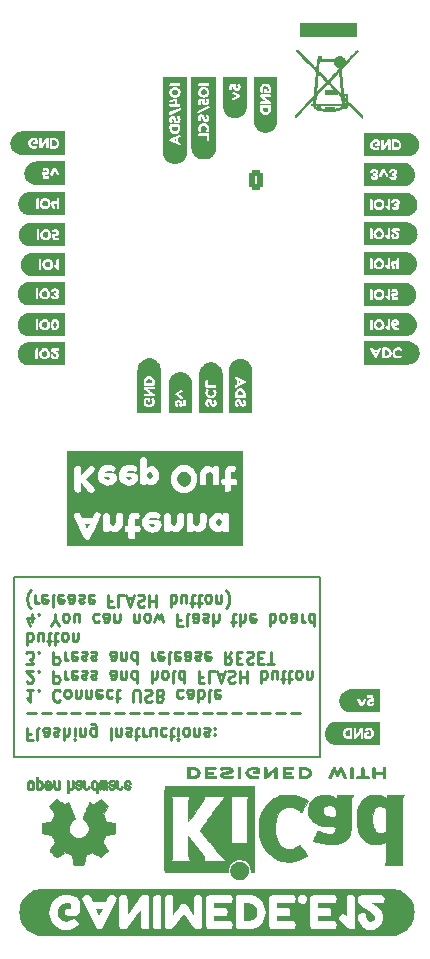
<source format=gbr>
%TF.GenerationSoftware,KiCad,Pcbnew,(6.0.1)*%
%TF.CreationDate,2022-05-29T12:12:57+02:00*%
%TF.ProjectId,Ganimede_Esp8266,47616e69-6d65-4646-955f-457370383236,rev?*%
%TF.SameCoordinates,Original*%
%TF.FileFunction,Legend,Bot*%
%TF.FilePolarity,Positive*%
%FSLAX46Y46*%
G04 Gerber Fmt 4.6, Leading zero omitted, Abs format (unit mm)*
G04 Created by KiCad (PCBNEW (6.0.1)) date 2022-05-29 12:12:57*
%MOMM*%
%LPD*%
G01*
G04 APERTURE LIST*
G04 Aperture macros list*
%AMRoundRect*
0 Rectangle with rounded corners*
0 $1 Rounding radius*
0 $2 $3 $4 $5 $6 $7 $8 $9 X,Y pos of 4 corners*
0 Add a 4 corners polygon primitive as box body*
4,1,4,$2,$3,$4,$5,$6,$7,$8,$9,$2,$3,0*
0 Add four circle primitives for the rounded corners*
1,1,$1+$1,$2,$3*
1,1,$1+$1,$4,$5*
1,1,$1+$1,$6,$7*
1,1,$1+$1,$8,$9*
0 Add four rect primitives between the rounded corners*
20,1,$1+$1,$2,$3,$4,$5,0*
20,1,$1+$1,$4,$5,$6,$7,0*
20,1,$1+$1,$6,$7,$8,$9,0*
20,1,$1+$1,$8,$9,$2,$3,0*%
G04 Aperture macros list end*
%ADD10C,0.150000*%
%ADD11C,0.250000*%
%ADD12C,0.010000*%
%ADD13R,1.700000X1.700000*%
%ADD14O,1.700000X1.700000*%
%ADD15C,2.500000*%
%ADD16C,0.650000*%
%ADD17O,1.000000X2.100000*%
%ADD18O,1.000000X1.600000*%
%ADD19RoundRect,0.250000X0.350000X0.625000X-0.350000X0.625000X-0.350000X-0.625000X0.350000X-0.625000X0*%
%ADD20O,1.200000X1.750000*%
%ADD21R,1.676400X1.676400*%
%ADD22C,1.524000*%
%ADD23R,1.524000X1.524000*%
G04 APERTURE END LIST*
D10*
X127762000Y-93980000D02*
X127762000Y-109220000D01*
X153670000Y-93980000D02*
X127762000Y-93980000D01*
X127762000Y-109220000D02*
X153670000Y-109220000D01*
X153670000Y-109220000D02*
X153670000Y-93980000D01*
D11*
X129257928Y-107306428D02*
X128924595Y-107306428D01*
X128924595Y-106782619D02*
X128924595Y-107782619D01*
X129400785Y-107782619D01*
X129924595Y-106782619D02*
X129829357Y-106830238D01*
X129781738Y-106925476D01*
X129781738Y-107782619D01*
X130734119Y-106782619D02*
X130734119Y-107306428D01*
X130686500Y-107401666D01*
X130591261Y-107449285D01*
X130400785Y-107449285D01*
X130305547Y-107401666D01*
X130734119Y-106830238D02*
X130638880Y-106782619D01*
X130400785Y-106782619D01*
X130305547Y-106830238D01*
X130257928Y-106925476D01*
X130257928Y-107020714D01*
X130305547Y-107115952D01*
X130400785Y-107163571D01*
X130638880Y-107163571D01*
X130734119Y-107211190D01*
X131162690Y-106830238D02*
X131257928Y-106782619D01*
X131448404Y-106782619D01*
X131543642Y-106830238D01*
X131591261Y-106925476D01*
X131591261Y-106973095D01*
X131543642Y-107068333D01*
X131448404Y-107115952D01*
X131305547Y-107115952D01*
X131210309Y-107163571D01*
X131162690Y-107258809D01*
X131162690Y-107306428D01*
X131210309Y-107401666D01*
X131305547Y-107449285D01*
X131448404Y-107449285D01*
X131543642Y-107401666D01*
X132019833Y-106782619D02*
X132019833Y-107782619D01*
X132448404Y-106782619D02*
X132448404Y-107306428D01*
X132400785Y-107401666D01*
X132305547Y-107449285D01*
X132162690Y-107449285D01*
X132067452Y-107401666D01*
X132019833Y-107354047D01*
X132924595Y-106782619D02*
X132924595Y-107449285D01*
X132924595Y-107782619D02*
X132876976Y-107735000D01*
X132924595Y-107687380D01*
X132972214Y-107735000D01*
X132924595Y-107782619D01*
X132924595Y-107687380D01*
X133400785Y-107449285D02*
X133400785Y-106782619D01*
X133400785Y-107354047D02*
X133448404Y-107401666D01*
X133543642Y-107449285D01*
X133686500Y-107449285D01*
X133781738Y-107401666D01*
X133829357Y-107306428D01*
X133829357Y-106782619D01*
X134734119Y-107449285D02*
X134734119Y-106639761D01*
X134686500Y-106544523D01*
X134638880Y-106496904D01*
X134543642Y-106449285D01*
X134400785Y-106449285D01*
X134305547Y-106496904D01*
X134734119Y-106830238D02*
X134638880Y-106782619D01*
X134448404Y-106782619D01*
X134353166Y-106830238D01*
X134305547Y-106877857D01*
X134257928Y-106973095D01*
X134257928Y-107258809D01*
X134305547Y-107354047D01*
X134353166Y-107401666D01*
X134448404Y-107449285D01*
X134638880Y-107449285D01*
X134734119Y-107401666D01*
X135972214Y-106782619D02*
X135972214Y-107782619D01*
X136448404Y-107449285D02*
X136448404Y-106782619D01*
X136448404Y-107354047D02*
X136496023Y-107401666D01*
X136591261Y-107449285D01*
X136734119Y-107449285D01*
X136829357Y-107401666D01*
X136876976Y-107306428D01*
X136876976Y-106782619D01*
X137305547Y-106830238D02*
X137400785Y-106782619D01*
X137591261Y-106782619D01*
X137686500Y-106830238D01*
X137734119Y-106925476D01*
X137734119Y-106973095D01*
X137686500Y-107068333D01*
X137591261Y-107115952D01*
X137448404Y-107115952D01*
X137353166Y-107163571D01*
X137305547Y-107258809D01*
X137305547Y-107306428D01*
X137353166Y-107401666D01*
X137448404Y-107449285D01*
X137591261Y-107449285D01*
X137686500Y-107401666D01*
X138019833Y-107449285D02*
X138400785Y-107449285D01*
X138162690Y-107782619D02*
X138162690Y-106925476D01*
X138210309Y-106830238D01*
X138305547Y-106782619D01*
X138400785Y-106782619D01*
X138734119Y-106782619D02*
X138734119Y-107449285D01*
X138734119Y-107258809D02*
X138781738Y-107354047D01*
X138829357Y-107401666D01*
X138924595Y-107449285D01*
X139019833Y-107449285D01*
X139781738Y-107449285D02*
X139781738Y-106782619D01*
X139353166Y-107449285D02*
X139353166Y-106925476D01*
X139400785Y-106830238D01*
X139496023Y-106782619D01*
X139638880Y-106782619D01*
X139734119Y-106830238D01*
X139781738Y-106877857D01*
X140686500Y-106830238D02*
X140591261Y-106782619D01*
X140400785Y-106782619D01*
X140305547Y-106830238D01*
X140257928Y-106877857D01*
X140210309Y-106973095D01*
X140210309Y-107258809D01*
X140257928Y-107354047D01*
X140305547Y-107401666D01*
X140400785Y-107449285D01*
X140591261Y-107449285D01*
X140686500Y-107401666D01*
X140972214Y-107449285D02*
X141353166Y-107449285D01*
X141115071Y-107782619D02*
X141115071Y-106925476D01*
X141162690Y-106830238D01*
X141257928Y-106782619D01*
X141353166Y-106782619D01*
X141686500Y-106782619D02*
X141686500Y-107449285D01*
X141686500Y-107782619D02*
X141638880Y-107735000D01*
X141686500Y-107687380D01*
X141734119Y-107735000D01*
X141686500Y-107782619D01*
X141686500Y-107687380D01*
X142305547Y-106782619D02*
X142210309Y-106830238D01*
X142162690Y-106877857D01*
X142115071Y-106973095D01*
X142115071Y-107258809D01*
X142162690Y-107354047D01*
X142210309Y-107401666D01*
X142305547Y-107449285D01*
X142448404Y-107449285D01*
X142543642Y-107401666D01*
X142591261Y-107354047D01*
X142638880Y-107258809D01*
X142638880Y-106973095D01*
X142591261Y-106877857D01*
X142543642Y-106830238D01*
X142448404Y-106782619D01*
X142305547Y-106782619D01*
X143067452Y-107449285D02*
X143067452Y-106782619D01*
X143067452Y-107354047D02*
X143115071Y-107401666D01*
X143210309Y-107449285D01*
X143353166Y-107449285D01*
X143448404Y-107401666D01*
X143496023Y-107306428D01*
X143496023Y-106782619D01*
X143924595Y-106830238D02*
X144019833Y-106782619D01*
X144210309Y-106782619D01*
X144305547Y-106830238D01*
X144353166Y-106925476D01*
X144353166Y-106973095D01*
X144305547Y-107068333D01*
X144210309Y-107115952D01*
X144067452Y-107115952D01*
X143972214Y-107163571D01*
X143924595Y-107258809D01*
X143924595Y-107306428D01*
X143972214Y-107401666D01*
X144067452Y-107449285D01*
X144210309Y-107449285D01*
X144305547Y-107401666D01*
X144781738Y-106877857D02*
X144829357Y-106830238D01*
X144781738Y-106782619D01*
X144734119Y-106830238D01*
X144781738Y-106877857D01*
X144781738Y-106782619D01*
X144781738Y-107401666D02*
X144829357Y-107354047D01*
X144781738Y-107306428D01*
X144734119Y-107354047D01*
X144781738Y-107401666D01*
X144781738Y-107306428D01*
X128924595Y-105553571D02*
X129686500Y-105553571D01*
X130162690Y-105553571D02*
X130924595Y-105553571D01*
X131400785Y-105553571D02*
X132162690Y-105553571D01*
X132638880Y-105553571D02*
X133400785Y-105553571D01*
X133876976Y-105553571D02*
X134638880Y-105553571D01*
X135115071Y-105553571D02*
X135876976Y-105553571D01*
X136353166Y-105553571D02*
X137115071Y-105553571D01*
X137591261Y-105553571D02*
X138353166Y-105553571D01*
X138829357Y-105553571D02*
X139591261Y-105553571D01*
X140067452Y-105553571D02*
X140829357Y-105553571D01*
X141305547Y-105553571D02*
X142067452Y-105553571D01*
X142543642Y-105553571D02*
X143305547Y-105553571D01*
X143781738Y-105553571D02*
X144543642Y-105553571D01*
X145019833Y-105553571D02*
X145781738Y-105553571D01*
X146257928Y-105553571D02*
X147019833Y-105553571D01*
X147496023Y-105553571D02*
X148257928Y-105553571D01*
X148734119Y-105553571D02*
X149496023Y-105553571D01*
X149972214Y-105553571D02*
X150734119Y-105553571D01*
X151210309Y-105553571D02*
X151972214Y-105553571D01*
X129448404Y-103562619D02*
X128876976Y-103562619D01*
X129162690Y-103562619D02*
X129162690Y-104562619D01*
X129067452Y-104419761D01*
X128972214Y-104324523D01*
X128876976Y-104276904D01*
X129876976Y-103657857D02*
X129924595Y-103610238D01*
X129876976Y-103562619D01*
X129829357Y-103610238D01*
X129876976Y-103657857D01*
X129876976Y-103562619D01*
X131686500Y-103657857D02*
X131638880Y-103610238D01*
X131496023Y-103562619D01*
X131400785Y-103562619D01*
X131257928Y-103610238D01*
X131162690Y-103705476D01*
X131115071Y-103800714D01*
X131067452Y-103991190D01*
X131067452Y-104134047D01*
X131115071Y-104324523D01*
X131162690Y-104419761D01*
X131257928Y-104515000D01*
X131400785Y-104562619D01*
X131496023Y-104562619D01*
X131638880Y-104515000D01*
X131686500Y-104467380D01*
X132257928Y-103562619D02*
X132162690Y-103610238D01*
X132115071Y-103657857D01*
X132067452Y-103753095D01*
X132067452Y-104038809D01*
X132115071Y-104134047D01*
X132162690Y-104181666D01*
X132257928Y-104229285D01*
X132400785Y-104229285D01*
X132496023Y-104181666D01*
X132543642Y-104134047D01*
X132591261Y-104038809D01*
X132591261Y-103753095D01*
X132543642Y-103657857D01*
X132496023Y-103610238D01*
X132400785Y-103562619D01*
X132257928Y-103562619D01*
X133019833Y-104229285D02*
X133019833Y-103562619D01*
X133019833Y-104134047D02*
X133067452Y-104181666D01*
X133162690Y-104229285D01*
X133305547Y-104229285D01*
X133400785Y-104181666D01*
X133448404Y-104086428D01*
X133448404Y-103562619D01*
X133924595Y-104229285D02*
X133924595Y-103562619D01*
X133924595Y-104134047D02*
X133972214Y-104181666D01*
X134067452Y-104229285D01*
X134210309Y-104229285D01*
X134305547Y-104181666D01*
X134353166Y-104086428D01*
X134353166Y-103562619D01*
X135210309Y-103610238D02*
X135115071Y-103562619D01*
X134924595Y-103562619D01*
X134829357Y-103610238D01*
X134781738Y-103705476D01*
X134781738Y-104086428D01*
X134829357Y-104181666D01*
X134924595Y-104229285D01*
X135115071Y-104229285D01*
X135210309Y-104181666D01*
X135257928Y-104086428D01*
X135257928Y-103991190D01*
X134781738Y-103895952D01*
X136115071Y-103610238D02*
X136019833Y-103562619D01*
X135829357Y-103562619D01*
X135734119Y-103610238D01*
X135686500Y-103657857D01*
X135638880Y-103753095D01*
X135638880Y-104038809D01*
X135686500Y-104134047D01*
X135734119Y-104181666D01*
X135829357Y-104229285D01*
X136019833Y-104229285D01*
X136115071Y-104181666D01*
X136400785Y-104229285D02*
X136781738Y-104229285D01*
X136543642Y-104562619D02*
X136543642Y-103705476D01*
X136591261Y-103610238D01*
X136686500Y-103562619D01*
X136781738Y-103562619D01*
X137876976Y-104562619D02*
X137876976Y-103753095D01*
X137924595Y-103657857D01*
X137972214Y-103610238D01*
X138067452Y-103562619D01*
X138257928Y-103562619D01*
X138353166Y-103610238D01*
X138400785Y-103657857D01*
X138448404Y-103753095D01*
X138448404Y-104562619D01*
X138876976Y-103610238D02*
X139019833Y-103562619D01*
X139257928Y-103562619D01*
X139353166Y-103610238D01*
X139400785Y-103657857D01*
X139448404Y-103753095D01*
X139448404Y-103848333D01*
X139400785Y-103943571D01*
X139353166Y-103991190D01*
X139257928Y-104038809D01*
X139067452Y-104086428D01*
X138972214Y-104134047D01*
X138924595Y-104181666D01*
X138876976Y-104276904D01*
X138876976Y-104372142D01*
X138924595Y-104467380D01*
X138972214Y-104515000D01*
X139067452Y-104562619D01*
X139305547Y-104562619D01*
X139448404Y-104515000D01*
X140210309Y-104086428D02*
X140353166Y-104038809D01*
X140400785Y-103991190D01*
X140448404Y-103895952D01*
X140448404Y-103753095D01*
X140400785Y-103657857D01*
X140353166Y-103610238D01*
X140257928Y-103562619D01*
X139876976Y-103562619D01*
X139876976Y-104562619D01*
X140210309Y-104562619D01*
X140305547Y-104515000D01*
X140353166Y-104467380D01*
X140400785Y-104372142D01*
X140400785Y-104276904D01*
X140353166Y-104181666D01*
X140305547Y-104134047D01*
X140210309Y-104086428D01*
X139876976Y-104086428D01*
X142067452Y-103610238D02*
X141972214Y-103562619D01*
X141781738Y-103562619D01*
X141686500Y-103610238D01*
X141638880Y-103657857D01*
X141591261Y-103753095D01*
X141591261Y-104038809D01*
X141638880Y-104134047D01*
X141686500Y-104181666D01*
X141781738Y-104229285D01*
X141972214Y-104229285D01*
X142067452Y-104181666D01*
X142924595Y-103562619D02*
X142924595Y-104086428D01*
X142876976Y-104181666D01*
X142781738Y-104229285D01*
X142591261Y-104229285D01*
X142496023Y-104181666D01*
X142924595Y-103610238D02*
X142829357Y-103562619D01*
X142591261Y-103562619D01*
X142496023Y-103610238D01*
X142448404Y-103705476D01*
X142448404Y-103800714D01*
X142496023Y-103895952D01*
X142591261Y-103943571D01*
X142829357Y-103943571D01*
X142924595Y-103991190D01*
X143400785Y-103562619D02*
X143400785Y-104562619D01*
X143400785Y-104181666D02*
X143496023Y-104229285D01*
X143686500Y-104229285D01*
X143781738Y-104181666D01*
X143829357Y-104134047D01*
X143876976Y-104038809D01*
X143876976Y-103753095D01*
X143829357Y-103657857D01*
X143781738Y-103610238D01*
X143686500Y-103562619D01*
X143496023Y-103562619D01*
X143400785Y-103610238D01*
X144448404Y-103562619D02*
X144353166Y-103610238D01*
X144305547Y-103705476D01*
X144305547Y-104562619D01*
X145210309Y-103610238D02*
X145115071Y-103562619D01*
X144924595Y-103562619D01*
X144829357Y-103610238D01*
X144781738Y-103705476D01*
X144781738Y-104086428D01*
X144829357Y-104181666D01*
X144924595Y-104229285D01*
X145115071Y-104229285D01*
X145210309Y-104181666D01*
X145257928Y-104086428D01*
X145257928Y-103991190D01*
X144781738Y-103895952D01*
X128876976Y-102857380D02*
X128924595Y-102905000D01*
X129019833Y-102952619D01*
X129257928Y-102952619D01*
X129353166Y-102905000D01*
X129400785Y-102857380D01*
X129448404Y-102762142D01*
X129448404Y-102666904D01*
X129400785Y-102524047D01*
X128829357Y-101952619D01*
X129448404Y-101952619D01*
X129876976Y-102047857D02*
X129924595Y-102000238D01*
X129876976Y-101952619D01*
X129829357Y-102000238D01*
X129876976Y-102047857D01*
X129876976Y-101952619D01*
X131115071Y-101952619D02*
X131115071Y-102952619D01*
X131496023Y-102952619D01*
X131591261Y-102905000D01*
X131638880Y-102857380D01*
X131686500Y-102762142D01*
X131686500Y-102619285D01*
X131638880Y-102524047D01*
X131591261Y-102476428D01*
X131496023Y-102428809D01*
X131115071Y-102428809D01*
X132115071Y-101952619D02*
X132115071Y-102619285D01*
X132115071Y-102428809D02*
X132162690Y-102524047D01*
X132210309Y-102571666D01*
X132305547Y-102619285D01*
X132400785Y-102619285D01*
X133115071Y-102000238D02*
X133019833Y-101952619D01*
X132829357Y-101952619D01*
X132734119Y-102000238D01*
X132686500Y-102095476D01*
X132686500Y-102476428D01*
X132734119Y-102571666D01*
X132829357Y-102619285D01*
X133019833Y-102619285D01*
X133115071Y-102571666D01*
X133162690Y-102476428D01*
X133162690Y-102381190D01*
X132686500Y-102285952D01*
X133543642Y-102000238D02*
X133638880Y-101952619D01*
X133829357Y-101952619D01*
X133924595Y-102000238D01*
X133972214Y-102095476D01*
X133972214Y-102143095D01*
X133924595Y-102238333D01*
X133829357Y-102285952D01*
X133686500Y-102285952D01*
X133591261Y-102333571D01*
X133543642Y-102428809D01*
X133543642Y-102476428D01*
X133591261Y-102571666D01*
X133686500Y-102619285D01*
X133829357Y-102619285D01*
X133924595Y-102571666D01*
X134353166Y-102000238D02*
X134448404Y-101952619D01*
X134638880Y-101952619D01*
X134734119Y-102000238D01*
X134781738Y-102095476D01*
X134781738Y-102143095D01*
X134734119Y-102238333D01*
X134638880Y-102285952D01*
X134496023Y-102285952D01*
X134400785Y-102333571D01*
X134353166Y-102428809D01*
X134353166Y-102476428D01*
X134400785Y-102571666D01*
X134496023Y-102619285D01*
X134638880Y-102619285D01*
X134734119Y-102571666D01*
X136400785Y-101952619D02*
X136400785Y-102476428D01*
X136353166Y-102571666D01*
X136257928Y-102619285D01*
X136067452Y-102619285D01*
X135972214Y-102571666D01*
X136400785Y-102000238D02*
X136305547Y-101952619D01*
X136067452Y-101952619D01*
X135972214Y-102000238D01*
X135924595Y-102095476D01*
X135924595Y-102190714D01*
X135972214Y-102285952D01*
X136067452Y-102333571D01*
X136305547Y-102333571D01*
X136400785Y-102381190D01*
X136876976Y-102619285D02*
X136876976Y-101952619D01*
X136876976Y-102524047D02*
X136924595Y-102571666D01*
X137019833Y-102619285D01*
X137162690Y-102619285D01*
X137257928Y-102571666D01*
X137305547Y-102476428D01*
X137305547Y-101952619D01*
X138210309Y-101952619D02*
X138210309Y-102952619D01*
X138210309Y-102000238D02*
X138115071Y-101952619D01*
X137924595Y-101952619D01*
X137829357Y-102000238D01*
X137781738Y-102047857D01*
X137734119Y-102143095D01*
X137734119Y-102428809D01*
X137781738Y-102524047D01*
X137829357Y-102571666D01*
X137924595Y-102619285D01*
X138115071Y-102619285D01*
X138210309Y-102571666D01*
X139448404Y-101952619D02*
X139448404Y-102952619D01*
X139876976Y-101952619D02*
X139876976Y-102476428D01*
X139829357Y-102571666D01*
X139734119Y-102619285D01*
X139591261Y-102619285D01*
X139496023Y-102571666D01*
X139448404Y-102524047D01*
X140496023Y-101952619D02*
X140400785Y-102000238D01*
X140353166Y-102047857D01*
X140305547Y-102143095D01*
X140305547Y-102428809D01*
X140353166Y-102524047D01*
X140400785Y-102571666D01*
X140496023Y-102619285D01*
X140638880Y-102619285D01*
X140734119Y-102571666D01*
X140781738Y-102524047D01*
X140829357Y-102428809D01*
X140829357Y-102143095D01*
X140781738Y-102047857D01*
X140734119Y-102000238D01*
X140638880Y-101952619D01*
X140496023Y-101952619D01*
X141400785Y-101952619D02*
X141305547Y-102000238D01*
X141257928Y-102095476D01*
X141257928Y-102952619D01*
X142210309Y-101952619D02*
X142210309Y-102952619D01*
X142210309Y-102000238D02*
X142115071Y-101952619D01*
X141924595Y-101952619D01*
X141829357Y-102000238D01*
X141781738Y-102047857D01*
X141734119Y-102143095D01*
X141734119Y-102428809D01*
X141781738Y-102524047D01*
X141829357Y-102571666D01*
X141924595Y-102619285D01*
X142115071Y-102619285D01*
X142210309Y-102571666D01*
X143781738Y-102476428D02*
X143448404Y-102476428D01*
X143448404Y-101952619D02*
X143448404Y-102952619D01*
X143924595Y-102952619D01*
X144781738Y-101952619D02*
X144305547Y-101952619D01*
X144305547Y-102952619D01*
X145067452Y-102238333D02*
X145543642Y-102238333D01*
X144972214Y-101952619D02*
X145305547Y-102952619D01*
X145638880Y-101952619D01*
X145924595Y-102000238D02*
X146067452Y-101952619D01*
X146305547Y-101952619D01*
X146400785Y-102000238D01*
X146448404Y-102047857D01*
X146496023Y-102143095D01*
X146496023Y-102238333D01*
X146448404Y-102333571D01*
X146400785Y-102381190D01*
X146305547Y-102428809D01*
X146115071Y-102476428D01*
X146019833Y-102524047D01*
X145972214Y-102571666D01*
X145924595Y-102666904D01*
X145924595Y-102762142D01*
X145972214Y-102857380D01*
X146019833Y-102905000D01*
X146115071Y-102952619D01*
X146353166Y-102952619D01*
X146496023Y-102905000D01*
X146924595Y-101952619D02*
X146924595Y-102952619D01*
X146924595Y-102476428D02*
X147496023Y-102476428D01*
X147496023Y-101952619D02*
X147496023Y-102952619D01*
X148734119Y-101952619D02*
X148734119Y-102952619D01*
X148734119Y-102571666D02*
X148829357Y-102619285D01*
X149019833Y-102619285D01*
X149115071Y-102571666D01*
X149162690Y-102524047D01*
X149210309Y-102428809D01*
X149210309Y-102143095D01*
X149162690Y-102047857D01*
X149115071Y-102000238D01*
X149019833Y-101952619D01*
X148829357Y-101952619D01*
X148734119Y-102000238D01*
X150067452Y-102619285D02*
X150067452Y-101952619D01*
X149638880Y-102619285D02*
X149638880Y-102095476D01*
X149686500Y-102000238D01*
X149781738Y-101952619D01*
X149924595Y-101952619D01*
X150019833Y-102000238D01*
X150067452Y-102047857D01*
X150400785Y-102619285D02*
X150781738Y-102619285D01*
X150543642Y-102952619D02*
X150543642Y-102095476D01*
X150591261Y-102000238D01*
X150686500Y-101952619D01*
X150781738Y-101952619D01*
X150972214Y-102619285D02*
X151353166Y-102619285D01*
X151115071Y-102952619D02*
X151115071Y-102095476D01*
X151162690Y-102000238D01*
X151257928Y-101952619D01*
X151353166Y-101952619D01*
X151829357Y-101952619D02*
X151734119Y-102000238D01*
X151686500Y-102047857D01*
X151638880Y-102143095D01*
X151638880Y-102428809D01*
X151686500Y-102524047D01*
X151734119Y-102571666D01*
X151829357Y-102619285D01*
X151972214Y-102619285D01*
X152067452Y-102571666D01*
X152115071Y-102524047D01*
X152162690Y-102428809D01*
X152162690Y-102143095D01*
X152115071Y-102047857D01*
X152067452Y-102000238D01*
X151972214Y-101952619D01*
X151829357Y-101952619D01*
X152591261Y-102619285D02*
X152591261Y-101952619D01*
X152591261Y-102524047D02*
X152638880Y-102571666D01*
X152734119Y-102619285D01*
X152876976Y-102619285D01*
X152972214Y-102571666D01*
X153019833Y-102476428D01*
X153019833Y-101952619D01*
X128829357Y-101342619D02*
X129448404Y-101342619D01*
X129115071Y-100961666D01*
X129257928Y-100961666D01*
X129353166Y-100914047D01*
X129400785Y-100866428D01*
X129448404Y-100771190D01*
X129448404Y-100533095D01*
X129400785Y-100437857D01*
X129353166Y-100390238D01*
X129257928Y-100342619D01*
X128972214Y-100342619D01*
X128876976Y-100390238D01*
X128829357Y-100437857D01*
X129876976Y-100437857D02*
X129924595Y-100390238D01*
X129876976Y-100342619D01*
X129829357Y-100390238D01*
X129876976Y-100437857D01*
X129876976Y-100342619D01*
X131115071Y-100342619D02*
X131115071Y-101342619D01*
X131496023Y-101342619D01*
X131591261Y-101295000D01*
X131638880Y-101247380D01*
X131686500Y-101152142D01*
X131686500Y-101009285D01*
X131638880Y-100914047D01*
X131591261Y-100866428D01*
X131496023Y-100818809D01*
X131115071Y-100818809D01*
X132115071Y-100342619D02*
X132115071Y-101009285D01*
X132115071Y-100818809D02*
X132162690Y-100914047D01*
X132210309Y-100961666D01*
X132305547Y-101009285D01*
X132400785Y-101009285D01*
X133115071Y-100390238D02*
X133019833Y-100342619D01*
X132829357Y-100342619D01*
X132734119Y-100390238D01*
X132686500Y-100485476D01*
X132686500Y-100866428D01*
X132734119Y-100961666D01*
X132829357Y-101009285D01*
X133019833Y-101009285D01*
X133115071Y-100961666D01*
X133162690Y-100866428D01*
X133162690Y-100771190D01*
X132686500Y-100675952D01*
X133543642Y-100390238D02*
X133638880Y-100342619D01*
X133829357Y-100342619D01*
X133924595Y-100390238D01*
X133972214Y-100485476D01*
X133972214Y-100533095D01*
X133924595Y-100628333D01*
X133829357Y-100675952D01*
X133686500Y-100675952D01*
X133591261Y-100723571D01*
X133543642Y-100818809D01*
X133543642Y-100866428D01*
X133591261Y-100961666D01*
X133686500Y-101009285D01*
X133829357Y-101009285D01*
X133924595Y-100961666D01*
X134353166Y-100390238D02*
X134448404Y-100342619D01*
X134638880Y-100342619D01*
X134734119Y-100390238D01*
X134781738Y-100485476D01*
X134781738Y-100533095D01*
X134734119Y-100628333D01*
X134638880Y-100675952D01*
X134496023Y-100675952D01*
X134400785Y-100723571D01*
X134353166Y-100818809D01*
X134353166Y-100866428D01*
X134400785Y-100961666D01*
X134496023Y-101009285D01*
X134638880Y-101009285D01*
X134734119Y-100961666D01*
X136400785Y-100342619D02*
X136400785Y-100866428D01*
X136353166Y-100961666D01*
X136257928Y-101009285D01*
X136067452Y-101009285D01*
X135972214Y-100961666D01*
X136400785Y-100390238D02*
X136305547Y-100342619D01*
X136067452Y-100342619D01*
X135972214Y-100390238D01*
X135924595Y-100485476D01*
X135924595Y-100580714D01*
X135972214Y-100675952D01*
X136067452Y-100723571D01*
X136305547Y-100723571D01*
X136400785Y-100771190D01*
X136876976Y-101009285D02*
X136876976Y-100342619D01*
X136876976Y-100914047D02*
X136924595Y-100961666D01*
X137019833Y-101009285D01*
X137162690Y-101009285D01*
X137257928Y-100961666D01*
X137305547Y-100866428D01*
X137305547Y-100342619D01*
X138210309Y-100342619D02*
X138210309Y-101342619D01*
X138210309Y-100390238D02*
X138115071Y-100342619D01*
X137924595Y-100342619D01*
X137829357Y-100390238D01*
X137781738Y-100437857D01*
X137734119Y-100533095D01*
X137734119Y-100818809D01*
X137781738Y-100914047D01*
X137829357Y-100961666D01*
X137924595Y-101009285D01*
X138115071Y-101009285D01*
X138210309Y-100961666D01*
X139448404Y-100342619D02*
X139448404Y-101009285D01*
X139448404Y-100818809D02*
X139496023Y-100914047D01*
X139543642Y-100961666D01*
X139638880Y-101009285D01*
X139734119Y-101009285D01*
X140448404Y-100390238D02*
X140353166Y-100342619D01*
X140162690Y-100342619D01*
X140067452Y-100390238D01*
X140019833Y-100485476D01*
X140019833Y-100866428D01*
X140067452Y-100961666D01*
X140162690Y-101009285D01*
X140353166Y-101009285D01*
X140448404Y-100961666D01*
X140496023Y-100866428D01*
X140496023Y-100771190D01*
X140019833Y-100675952D01*
X141067452Y-100342619D02*
X140972214Y-100390238D01*
X140924595Y-100485476D01*
X140924595Y-101342619D01*
X141829357Y-100390238D02*
X141734119Y-100342619D01*
X141543642Y-100342619D01*
X141448404Y-100390238D01*
X141400785Y-100485476D01*
X141400785Y-100866428D01*
X141448404Y-100961666D01*
X141543642Y-101009285D01*
X141734119Y-101009285D01*
X141829357Y-100961666D01*
X141876976Y-100866428D01*
X141876976Y-100771190D01*
X141400785Y-100675952D01*
X142734119Y-100342619D02*
X142734119Y-100866428D01*
X142686500Y-100961666D01*
X142591261Y-101009285D01*
X142400785Y-101009285D01*
X142305547Y-100961666D01*
X142734119Y-100390238D02*
X142638880Y-100342619D01*
X142400785Y-100342619D01*
X142305547Y-100390238D01*
X142257928Y-100485476D01*
X142257928Y-100580714D01*
X142305547Y-100675952D01*
X142400785Y-100723571D01*
X142638880Y-100723571D01*
X142734119Y-100771190D01*
X143162690Y-100390238D02*
X143257928Y-100342619D01*
X143448404Y-100342619D01*
X143543642Y-100390238D01*
X143591261Y-100485476D01*
X143591261Y-100533095D01*
X143543642Y-100628333D01*
X143448404Y-100675952D01*
X143305547Y-100675952D01*
X143210309Y-100723571D01*
X143162690Y-100818809D01*
X143162690Y-100866428D01*
X143210309Y-100961666D01*
X143305547Y-101009285D01*
X143448404Y-101009285D01*
X143543642Y-100961666D01*
X144400785Y-100390238D02*
X144305547Y-100342619D01*
X144115071Y-100342619D01*
X144019833Y-100390238D01*
X143972214Y-100485476D01*
X143972214Y-100866428D01*
X144019833Y-100961666D01*
X144115071Y-101009285D01*
X144305547Y-101009285D01*
X144400785Y-100961666D01*
X144448404Y-100866428D01*
X144448404Y-100771190D01*
X143972214Y-100675952D01*
X146210309Y-100342619D02*
X145876976Y-100818809D01*
X145638880Y-100342619D02*
X145638880Y-101342619D01*
X146019833Y-101342619D01*
X146115071Y-101295000D01*
X146162690Y-101247380D01*
X146210309Y-101152142D01*
X146210309Y-101009285D01*
X146162690Y-100914047D01*
X146115071Y-100866428D01*
X146019833Y-100818809D01*
X145638880Y-100818809D01*
X146638880Y-100866428D02*
X146972214Y-100866428D01*
X147115071Y-100342619D02*
X146638880Y-100342619D01*
X146638880Y-101342619D01*
X147115071Y-101342619D01*
X147496023Y-100390238D02*
X147638880Y-100342619D01*
X147876976Y-100342619D01*
X147972214Y-100390238D01*
X148019833Y-100437857D01*
X148067452Y-100533095D01*
X148067452Y-100628333D01*
X148019833Y-100723571D01*
X147972214Y-100771190D01*
X147876976Y-100818809D01*
X147686500Y-100866428D01*
X147591261Y-100914047D01*
X147543642Y-100961666D01*
X147496023Y-101056904D01*
X147496023Y-101152142D01*
X147543642Y-101247380D01*
X147591261Y-101295000D01*
X147686500Y-101342619D01*
X147924595Y-101342619D01*
X148067452Y-101295000D01*
X148496023Y-100866428D02*
X148829357Y-100866428D01*
X148972214Y-100342619D02*
X148496023Y-100342619D01*
X148496023Y-101342619D01*
X148972214Y-101342619D01*
X149257928Y-101342619D02*
X149829357Y-101342619D01*
X149543642Y-100342619D02*
X149543642Y-101342619D01*
X128924595Y-98732619D02*
X128924595Y-99732619D01*
X128924595Y-99351666D02*
X129019833Y-99399285D01*
X129210309Y-99399285D01*
X129305547Y-99351666D01*
X129353166Y-99304047D01*
X129400785Y-99208809D01*
X129400785Y-98923095D01*
X129353166Y-98827857D01*
X129305547Y-98780238D01*
X129210309Y-98732619D01*
X129019833Y-98732619D01*
X128924595Y-98780238D01*
X130257928Y-99399285D02*
X130257928Y-98732619D01*
X129829357Y-99399285D02*
X129829357Y-98875476D01*
X129876976Y-98780238D01*
X129972214Y-98732619D01*
X130115071Y-98732619D01*
X130210309Y-98780238D01*
X130257928Y-98827857D01*
X130591261Y-99399285D02*
X130972214Y-99399285D01*
X130734119Y-99732619D02*
X130734119Y-98875476D01*
X130781738Y-98780238D01*
X130876976Y-98732619D01*
X130972214Y-98732619D01*
X131162690Y-99399285D02*
X131543642Y-99399285D01*
X131305547Y-99732619D02*
X131305547Y-98875476D01*
X131353166Y-98780238D01*
X131448404Y-98732619D01*
X131543642Y-98732619D01*
X132019833Y-98732619D02*
X131924595Y-98780238D01*
X131876976Y-98827857D01*
X131829357Y-98923095D01*
X131829357Y-99208809D01*
X131876976Y-99304047D01*
X131924595Y-99351666D01*
X132019833Y-99399285D01*
X132162690Y-99399285D01*
X132257928Y-99351666D01*
X132305547Y-99304047D01*
X132353166Y-99208809D01*
X132353166Y-98923095D01*
X132305547Y-98827857D01*
X132257928Y-98780238D01*
X132162690Y-98732619D01*
X132019833Y-98732619D01*
X132781738Y-99399285D02*
X132781738Y-98732619D01*
X132781738Y-99304047D02*
X132829357Y-99351666D01*
X132924595Y-99399285D01*
X133067452Y-99399285D01*
X133162690Y-99351666D01*
X133210309Y-99256428D01*
X133210309Y-98732619D01*
X129353166Y-97789285D02*
X129353166Y-97122619D01*
X129115071Y-98170238D02*
X128876976Y-97455952D01*
X129496023Y-97455952D01*
X129876976Y-97217857D02*
X129924595Y-97170238D01*
X129876976Y-97122619D01*
X129829357Y-97170238D01*
X129876976Y-97217857D01*
X129876976Y-97122619D01*
X131305547Y-97598809D02*
X131305547Y-97122619D01*
X130972214Y-98122619D02*
X131305547Y-97598809D01*
X131638880Y-98122619D01*
X132115071Y-97122619D02*
X132019833Y-97170238D01*
X131972214Y-97217857D01*
X131924595Y-97313095D01*
X131924595Y-97598809D01*
X131972214Y-97694047D01*
X132019833Y-97741666D01*
X132115071Y-97789285D01*
X132257928Y-97789285D01*
X132353166Y-97741666D01*
X132400785Y-97694047D01*
X132448404Y-97598809D01*
X132448404Y-97313095D01*
X132400785Y-97217857D01*
X132353166Y-97170238D01*
X132257928Y-97122619D01*
X132115071Y-97122619D01*
X133305547Y-97789285D02*
X133305547Y-97122619D01*
X132876976Y-97789285D02*
X132876976Y-97265476D01*
X132924595Y-97170238D01*
X133019833Y-97122619D01*
X133162690Y-97122619D01*
X133257928Y-97170238D01*
X133305547Y-97217857D01*
X134972214Y-97170238D02*
X134876976Y-97122619D01*
X134686500Y-97122619D01*
X134591261Y-97170238D01*
X134543642Y-97217857D01*
X134496023Y-97313095D01*
X134496023Y-97598809D01*
X134543642Y-97694047D01*
X134591261Y-97741666D01*
X134686500Y-97789285D01*
X134876976Y-97789285D01*
X134972214Y-97741666D01*
X135829357Y-97122619D02*
X135829357Y-97646428D01*
X135781738Y-97741666D01*
X135686500Y-97789285D01*
X135496023Y-97789285D01*
X135400785Y-97741666D01*
X135829357Y-97170238D02*
X135734119Y-97122619D01*
X135496023Y-97122619D01*
X135400785Y-97170238D01*
X135353166Y-97265476D01*
X135353166Y-97360714D01*
X135400785Y-97455952D01*
X135496023Y-97503571D01*
X135734119Y-97503571D01*
X135829357Y-97551190D01*
X136305547Y-97789285D02*
X136305547Y-97122619D01*
X136305547Y-97694047D02*
X136353166Y-97741666D01*
X136448404Y-97789285D01*
X136591261Y-97789285D01*
X136686500Y-97741666D01*
X136734119Y-97646428D01*
X136734119Y-97122619D01*
X137972214Y-97789285D02*
X137972214Y-97122619D01*
X137972214Y-97694047D02*
X138019833Y-97741666D01*
X138115071Y-97789285D01*
X138257928Y-97789285D01*
X138353166Y-97741666D01*
X138400785Y-97646428D01*
X138400785Y-97122619D01*
X139019833Y-97122619D02*
X138924595Y-97170238D01*
X138876976Y-97217857D01*
X138829357Y-97313095D01*
X138829357Y-97598809D01*
X138876976Y-97694047D01*
X138924595Y-97741666D01*
X139019833Y-97789285D01*
X139162690Y-97789285D01*
X139257928Y-97741666D01*
X139305547Y-97694047D01*
X139353166Y-97598809D01*
X139353166Y-97313095D01*
X139305547Y-97217857D01*
X139257928Y-97170238D01*
X139162690Y-97122619D01*
X139019833Y-97122619D01*
X139686500Y-97789285D02*
X139876976Y-97122619D01*
X140067452Y-97598809D01*
X140257928Y-97122619D01*
X140448404Y-97789285D01*
X141924595Y-97646428D02*
X141591261Y-97646428D01*
X141591261Y-97122619D02*
X141591261Y-98122619D01*
X142067452Y-98122619D01*
X142591261Y-97122619D02*
X142496023Y-97170238D01*
X142448404Y-97265476D01*
X142448404Y-98122619D01*
X143400785Y-97122619D02*
X143400785Y-97646428D01*
X143353166Y-97741666D01*
X143257928Y-97789285D01*
X143067452Y-97789285D01*
X142972214Y-97741666D01*
X143400785Y-97170238D02*
X143305547Y-97122619D01*
X143067452Y-97122619D01*
X142972214Y-97170238D01*
X142924595Y-97265476D01*
X142924595Y-97360714D01*
X142972214Y-97455952D01*
X143067452Y-97503571D01*
X143305547Y-97503571D01*
X143400785Y-97551190D01*
X143829357Y-97170238D02*
X143924595Y-97122619D01*
X144115071Y-97122619D01*
X144210309Y-97170238D01*
X144257928Y-97265476D01*
X144257928Y-97313095D01*
X144210309Y-97408333D01*
X144115071Y-97455952D01*
X143972214Y-97455952D01*
X143876976Y-97503571D01*
X143829357Y-97598809D01*
X143829357Y-97646428D01*
X143876976Y-97741666D01*
X143972214Y-97789285D01*
X144115071Y-97789285D01*
X144210309Y-97741666D01*
X144686500Y-97122619D02*
X144686500Y-98122619D01*
X145115071Y-97122619D02*
X145115071Y-97646428D01*
X145067452Y-97741666D01*
X144972214Y-97789285D01*
X144829357Y-97789285D01*
X144734119Y-97741666D01*
X144686500Y-97694047D01*
X146210309Y-97789285D02*
X146591261Y-97789285D01*
X146353166Y-98122619D02*
X146353166Y-97265476D01*
X146400785Y-97170238D01*
X146496023Y-97122619D01*
X146591261Y-97122619D01*
X146924595Y-97122619D02*
X146924595Y-98122619D01*
X147353166Y-97122619D02*
X147353166Y-97646428D01*
X147305547Y-97741666D01*
X147210309Y-97789285D01*
X147067452Y-97789285D01*
X146972214Y-97741666D01*
X146924595Y-97694047D01*
X148210309Y-97170238D02*
X148115071Y-97122619D01*
X147924595Y-97122619D01*
X147829357Y-97170238D01*
X147781738Y-97265476D01*
X147781738Y-97646428D01*
X147829357Y-97741666D01*
X147924595Y-97789285D01*
X148115071Y-97789285D01*
X148210309Y-97741666D01*
X148257928Y-97646428D01*
X148257928Y-97551190D01*
X147781738Y-97455952D01*
X149448404Y-97122619D02*
X149448404Y-98122619D01*
X149448404Y-97741666D02*
X149543642Y-97789285D01*
X149734119Y-97789285D01*
X149829357Y-97741666D01*
X149876976Y-97694047D01*
X149924595Y-97598809D01*
X149924595Y-97313095D01*
X149876976Y-97217857D01*
X149829357Y-97170238D01*
X149734119Y-97122619D01*
X149543642Y-97122619D01*
X149448404Y-97170238D01*
X150496023Y-97122619D02*
X150400785Y-97170238D01*
X150353166Y-97217857D01*
X150305547Y-97313095D01*
X150305547Y-97598809D01*
X150353166Y-97694047D01*
X150400785Y-97741666D01*
X150496023Y-97789285D01*
X150638880Y-97789285D01*
X150734119Y-97741666D01*
X150781738Y-97694047D01*
X150829357Y-97598809D01*
X150829357Y-97313095D01*
X150781738Y-97217857D01*
X150734119Y-97170238D01*
X150638880Y-97122619D01*
X150496023Y-97122619D01*
X151686500Y-97122619D02*
X151686500Y-97646428D01*
X151638880Y-97741666D01*
X151543642Y-97789285D01*
X151353166Y-97789285D01*
X151257928Y-97741666D01*
X151686500Y-97170238D02*
X151591261Y-97122619D01*
X151353166Y-97122619D01*
X151257928Y-97170238D01*
X151210309Y-97265476D01*
X151210309Y-97360714D01*
X151257928Y-97455952D01*
X151353166Y-97503571D01*
X151591261Y-97503571D01*
X151686500Y-97551190D01*
X152162690Y-97122619D02*
X152162690Y-97789285D01*
X152162690Y-97598809D02*
X152210309Y-97694047D01*
X152257928Y-97741666D01*
X152353166Y-97789285D01*
X152448404Y-97789285D01*
X153210309Y-97122619D02*
X153210309Y-98122619D01*
X153210309Y-97170238D02*
X153115071Y-97122619D01*
X152924595Y-97122619D01*
X152829357Y-97170238D01*
X152781738Y-97217857D01*
X152734119Y-97313095D01*
X152734119Y-97598809D01*
X152781738Y-97694047D01*
X152829357Y-97741666D01*
X152924595Y-97789285D01*
X153115071Y-97789285D01*
X153210309Y-97741666D01*
X129210309Y-95131666D02*
X129162690Y-95179285D01*
X129067452Y-95322142D01*
X129019833Y-95417380D01*
X128972214Y-95560238D01*
X128924595Y-95798333D01*
X128924595Y-95988809D01*
X128972214Y-96226904D01*
X129019833Y-96369761D01*
X129067452Y-96465000D01*
X129162690Y-96607857D01*
X129210309Y-96655476D01*
X129591261Y-95512619D02*
X129591261Y-96179285D01*
X129591261Y-95988809D02*
X129638880Y-96084047D01*
X129686500Y-96131666D01*
X129781738Y-96179285D01*
X129876976Y-96179285D01*
X130591261Y-95560238D02*
X130496023Y-95512619D01*
X130305547Y-95512619D01*
X130210309Y-95560238D01*
X130162690Y-95655476D01*
X130162690Y-96036428D01*
X130210309Y-96131666D01*
X130305547Y-96179285D01*
X130496023Y-96179285D01*
X130591261Y-96131666D01*
X130638880Y-96036428D01*
X130638880Y-95941190D01*
X130162690Y-95845952D01*
X131210309Y-95512619D02*
X131115071Y-95560238D01*
X131067452Y-95655476D01*
X131067452Y-96512619D01*
X131972214Y-95560238D02*
X131876976Y-95512619D01*
X131686500Y-95512619D01*
X131591261Y-95560238D01*
X131543642Y-95655476D01*
X131543642Y-96036428D01*
X131591261Y-96131666D01*
X131686500Y-96179285D01*
X131876976Y-96179285D01*
X131972214Y-96131666D01*
X132019833Y-96036428D01*
X132019833Y-95941190D01*
X131543642Y-95845952D01*
X132876976Y-95512619D02*
X132876976Y-96036428D01*
X132829357Y-96131666D01*
X132734119Y-96179285D01*
X132543642Y-96179285D01*
X132448404Y-96131666D01*
X132876976Y-95560238D02*
X132781738Y-95512619D01*
X132543642Y-95512619D01*
X132448404Y-95560238D01*
X132400785Y-95655476D01*
X132400785Y-95750714D01*
X132448404Y-95845952D01*
X132543642Y-95893571D01*
X132781738Y-95893571D01*
X132876976Y-95941190D01*
X133305547Y-95560238D02*
X133400785Y-95512619D01*
X133591261Y-95512619D01*
X133686500Y-95560238D01*
X133734119Y-95655476D01*
X133734119Y-95703095D01*
X133686500Y-95798333D01*
X133591261Y-95845952D01*
X133448404Y-95845952D01*
X133353166Y-95893571D01*
X133305547Y-95988809D01*
X133305547Y-96036428D01*
X133353166Y-96131666D01*
X133448404Y-96179285D01*
X133591261Y-96179285D01*
X133686500Y-96131666D01*
X134543642Y-95560238D02*
X134448404Y-95512619D01*
X134257928Y-95512619D01*
X134162690Y-95560238D01*
X134115071Y-95655476D01*
X134115071Y-96036428D01*
X134162690Y-96131666D01*
X134257928Y-96179285D01*
X134448404Y-96179285D01*
X134543642Y-96131666D01*
X134591261Y-96036428D01*
X134591261Y-95941190D01*
X134115071Y-95845952D01*
X136115071Y-96036428D02*
X135781738Y-96036428D01*
X135781738Y-95512619D02*
X135781738Y-96512619D01*
X136257928Y-96512619D01*
X137115071Y-95512619D02*
X136638880Y-95512619D01*
X136638880Y-96512619D01*
X137400785Y-95798333D02*
X137876976Y-95798333D01*
X137305547Y-95512619D02*
X137638880Y-96512619D01*
X137972214Y-95512619D01*
X138257928Y-95560238D02*
X138400785Y-95512619D01*
X138638880Y-95512619D01*
X138734119Y-95560238D01*
X138781738Y-95607857D01*
X138829357Y-95703095D01*
X138829357Y-95798333D01*
X138781738Y-95893571D01*
X138734119Y-95941190D01*
X138638880Y-95988809D01*
X138448404Y-96036428D01*
X138353166Y-96084047D01*
X138305547Y-96131666D01*
X138257928Y-96226904D01*
X138257928Y-96322142D01*
X138305547Y-96417380D01*
X138353166Y-96465000D01*
X138448404Y-96512619D01*
X138686500Y-96512619D01*
X138829357Y-96465000D01*
X139257928Y-95512619D02*
X139257928Y-96512619D01*
X139257928Y-96036428D02*
X139829357Y-96036428D01*
X139829357Y-95512619D02*
X139829357Y-96512619D01*
X141067452Y-95512619D02*
X141067452Y-96512619D01*
X141067452Y-96131666D02*
X141162690Y-96179285D01*
X141353166Y-96179285D01*
X141448404Y-96131666D01*
X141496023Y-96084047D01*
X141543642Y-95988809D01*
X141543642Y-95703095D01*
X141496023Y-95607857D01*
X141448404Y-95560238D01*
X141353166Y-95512619D01*
X141162690Y-95512619D01*
X141067452Y-95560238D01*
X142400785Y-96179285D02*
X142400785Y-95512619D01*
X141972214Y-96179285D02*
X141972214Y-95655476D01*
X142019833Y-95560238D01*
X142115071Y-95512619D01*
X142257928Y-95512619D01*
X142353166Y-95560238D01*
X142400785Y-95607857D01*
X142734119Y-96179285D02*
X143115071Y-96179285D01*
X142876976Y-96512619D02*
X142876976Y-95655476D01*
X142924595Y-95560238D01*
X143019833Y-95512619D01*
X143115071Y-95512619D01*
X143305547Y-96179285D02*
X143686500Y-96179285D01*
X143448404Y-96512619D02*
X143448404Y-95655476D01*
X143496023Y-95560238D01*
X143591261Y-95512619D01*
X143686500Y-95512619D01*
X144162690Y-95512619D02*
X144067452Y-95560238D01*
X144019833Y-95607857D01*
X143972214Y-95703095D01*
X143972214Y-95988809D01*
X144019833Y-96084047D01*
X144067452Y-96131666D01*
X144162690Y-96179285D01*
X144305547Y-96179285D01*
X144400785Y-96131666D01*
X144448404Y-96084047D01*
X144496023Y-95988809D01*
X144496023Y-95703095D01*
X144448404Y-95607857D01*
X144400785Y-95560238D01*
X144305547Y-95512619D01*
X144162690Y-95512619D01*
X144924595Y-96179285D02*
X144924595Y-95512619D01*
X144924595Y-96084047D02*
X144972214Y-96131666D01*
X145067452Y-96179285D01*
X145210309Y-96179285D01*
X145305547Y-96131666D01*
X145353166Y-96036428D01*
X145353166Y-95512619D01*
X145734119Y-95131666D02*
X145781738Y-95179285D01*
X145876976Y-95322142D01*
X145924595Y-95417380D01*
X145972214Y-95560238D01*
X146019833Y-95798333D01*
X146019833Y-95988809D01*
X145972214Y-96226904D01*
X145924595Y-96369761D01*
X145876976Y-96465000D01*
X145781738Y-96607857D01*
X145734119Y-96655476D01*
%TO.C,kibuzzard-629255AA*%
G36*
X129055064Y-63369046D02*
G01*
X128958823Y-63354770D01*
X128864446Y-63331130D01*
X128772840Y-63298353D01*
X128684888Y-63256755D01*
X128601436Y-63206736D01*
X128523290Y-63148778D01*
X128451200Y-63083440D01*
X128385862Y-63011350D01*
X128327904Y-62933204D01*
X128277885Y-62849752D01*
X128236287Y-62761800D01*
X128227771Y-62738000D01*
X129664870Y-62738000D01*
X129666775Y-62781815D01*
X129678840Y-62815470D01*
X129712495Y-62841188D01*
X129777900Y-62849760D01*
X129848703Y-62838013D01*
X129883310Y-62802770D01*
X129889660Y-62736730D01*
X129889660Y-62376050D01*
X129972210Y-62376050D01*
X129981735Y-62478126D01*
X130010310Y-62573535D01*
X130054760Y-62658149D01*
X130111910Y-62727840D01*
X130180173Y-62783403D01*
X130257960Y-62825630D01*
X130341780Y-62852300D01*
X130428140Y-62861190D01*
X130519024Y-62852697D01*
X130603718Y-62827218D01*
X130682219Y-62784752D01*
X130754530Y-62725300D01*
X130815093Y-62653267D01*
X130858353Y-62573059D01*
X130884308Y-62484675D01*
X130892960Y-62388115D01*
X130884705Y-62291198D01*
X130884639Y-62290960D01*
X130943760Y-62290960D01*
X130947570Y-62341760D01*
X131052980Y-62767210D01*
X131066315Y-62811660D01*
X131089175Y-62840870D01*
X131132990Y-62854840D01*
X131191410Y-62845950D01*
X131258085Y-62813565D01*
X131280310Y-62764670D01*
X131271420Y-62711330D01*
X131270150Y-62707520D01*
X131192680Y-62397640D01*
X131399690Y-62397640D01*
X131399690Y-62744350D01*
X131401595Y-62787530D01*
X131413660Y-62819280D01*
X131448585Y-62844045D01*
X131513355Y-62851030D01*
X131577490Y-62842775D01*
X131611780Y-62816105D01*
X131623845Y-62782450D01*
X131625750Y-62738000D01*
X131625750Y-62031880D01*
X131613685Y-61958855D01*
X131576855Y-61927740D01*
X131515260Y-61920120D01*
X131456840Y-61926470D01*
X131423820Y-61941710D01*
X131407310Y-61967110D01*
X131399690Y-62033150D01*
X131399690Y-62188090D01*
X131055520Y-62188090D01*
X130984718Y-62200155D01*
X130950110Y-62236350D01*
X130943760Y-62290960D01*
X130884639Y-62290960D01*
X130859940Y-62201742D01*
X130818665Y-62119748D01*
X130760880Y-62045215D01*
X130691030Y-61983263D01*
X130613560Y-61939011D01*
X130528470Y-61912460D01*
X130435760Y-61903610D01*
X130342852Y-61912341D01*
X130257166Y-61938535D01*
X130178704Y-61982191D01*
X130107465Y-62043310D01*
X130048291Y-62116494D01*
X130006024Y-62196345D01*
X129980664Y-62282864D01*
X129972210Y-62376050D01*
X129889660Y-62376050D01*
X129889660Y-62030610D01*
X129887755Y-61986160D01*
X129875690Y-61953140D01*
X129842035Y-61927422D01*
X129776630Y-61918850D01*
X129706145Y-61930915D01*
X129672490Y-61967110D01*
X129664870Y-62031880D01*
X129664870Y-62738000D01*
X128227771Y-62738000D01*
X128203510Y-62670194D01*
X128179870Y-62575816D01*
X128165594Y-62479576D01*
X128160820Y-62382400D01*
X128165594Y-62285224D01*
X128179870Y-62188984D01*
X128203510Y-62094606D01*
X128236287Y-62003000D01*
X128277885Y-61915048D01*
X128327904Y-61831596D01*
X128385862Y-61753450D01*
X128451200Y-61681360D01*
X128523290Y-61616022D01*
X128601436Y-61558064D01*
X128684888Y-61508045D01*
X128772840Y-61466447D01*
X128864446Y-61433670D01*
X128958823Y-61410030D01*
X129055064Y-61395754D01*
X129152240Y-61390980D01*
X132138380Y-61390980D01*
X132138380Y-63373820D01*
X129152240Y-63373820D01*
X129055064Y-63369046D01*
G37*
G36*
X130518945Y-62145545D02*
G01*
X130595780Y-62196980D01*
X130635997Y-62247921D01*
X130660127Y-62309304D01*
X130668170Y-62381130D01*
X130660056Y-62453097D01*
X130635715Y-62514903D01*
X130595145Y-62566550D01*
X130517834Y-62618938D01*
X130431950Y-62636400D01*
X130346225Y-62618779D01*
X130269390Y-62565915D01*
X130229173Y-62514198D01*
X130205043Y-62453026D01*
X130197000Y-62382400D01*
X130205114Y-62311774D01*
X130229456Y-62250602D01*
X130270025Y-62198885D01*
X130347336Y-62146021D01*
X130433220Y-62128400D01*
X130518945Y-62145545D01*
G37*
%TO.C,kibuzzard-62925672*%
G36*
X157420985Y-69085910D02*
G01*
X160864325Y-69085910D01*
X160961626Y-69090690D01*
X161057989Y-69104984D01*
X161152488Y-69128655D01*
X161244211Y-69161474D01*
X161332276Y-69203125D01*
X161415834Y-69253208D01*
X161494081Y-69311240D01*
X161566263Y-69376662D01*
X161631685Y-69448844D01*
X161689717Y-69527091D01*
X161739800Y-69610649D01*
X161781451Y-69698714D01*
X161814270Y-69790437D01*
X161837941Y-69884936D01*
X161852235Y-69981299D01*
X161857015Y-70078600D01*
X161852235Y-70175901D01*
X161837941Y-70272264D01*
X161814270Y-70366763D01*
X161781451Y-70458486D01*
X161739800Y-70546551D01*
X161689717Y-70630109D01*
X161631685Y-70708356D01*
X161566263Y-70780538D01*
X161494081Y-70845960D01*
X161415834Y-70903992D01*
X161332276Y-70954075D01*
X161244211Y-70995726D01*
X161152488Y-71028545D01*
X161057989Y-71052216D01*
X160961626Y-71066510D01*
X160864325Y-71071290D01*
X157420985Y-71071290D01*
X157420985Y-70435470D01*
X157933615Y-70435470D01*
X157935520Y-70479285D01*
X157947585Y-70512940D01*
X157981240Y-70538658D01*
X158046645Y-70547230D01*
X158117447Y-70535483D01*
X158152055Y-70500240D01*
X158158405Y-70434200D01*
X158158405Y-70073520D01*
X158240955Y-70073520D01*
X158250480Y-70175596D01*
X158279055Y-70271005D01*
X158323505Y-70355619D01*
X158380655Y-70425310D01*
X158448917Y-70480873D01*
X158526705Y-70523100D01*
X158610525Y-70549770D01*
X158696885Y-70558660D01*
X158787769Y-70550167D01*
X158872462Y-70524688D01*
X158950964Y-70482222D01*
X159023275Y-70422770D01*
X159083838Y-70350737D01*
X159127097Y-70270529D01*
X159133111Y-70250050D01*
X159212505Y-70250050D01*
X159258225Y-70324980D01*
X159466505Y-70512940D01*
X159470315Y-70515480D01*
X159542070Y-70548500D01*
X159602395Y-70542150D01*
X159635415Y-70527545D01*
X159653195Y-70500240D01*
X159659545Y-70432930D01*
X159659545Y-69767450D01*
X159729395Y-69767450D01*
X159776385Y-69850000D01*
X159850045Y-69891910D01*
X159935135Y-69851270D01*
X160014510Y-69824600D01*
X160098330Y-69848730D01*
X160125635Y-69915405D01*
X160095790Y-69982715D01*
X160027845Y-70007480D01*
X159966885Y-69984620D01*
X159897670Y-69955410D01*
X159817660Y-69979540D01*
X159758605Y-70018275D01*
X159744635Y-70049390D01*
X159750985Y-70108763D01*
X159770035Y-70253860D01*
X159789402Y-70396735D01*
X159796705Y-70449440D01*
X159805595Y-70476110D01*
X159824010Y-70510400D01*
X159857030Y-70537705D01*
X159908465Y-70549770D01*
X160101505Y-70548500D01*
X160220885Y-70548500D01*
X160265335Y-70546595D01*
X160298355Y-70534530D01*
X160324072Y-70500240D01*
X160332645Y-70432930D01*
X160324707Y-70371653D01*
X160300895Y-70340220D01*
X160269780Y-70328155D01*
X160228505Y-70326250D01*
X160006255Y-70326250D01*
X159993555Y-70229730D01*
X160038005Y-70232270D01*
X160115757Y-70222181D01*
X160188147Y-70191912D01*
X160255175Y-70141465D01*
X160308797Y-70076413D01*
X160340971Y-70002329D01*
X160351695Y-69919215D01*
X160341535Y-69835677D01*
X160311055Y-69760324D01*
X160260255Y-69693155D01*
X160194356Y-69640591D01*
X160118579Y-69609053D01*
X160032925Y-69598540D01*
X159956725Y-69605172D01*
X159885605Y-69625069D01*
X159819565Y-69658230D01*
X159787815Y-69682360D01*
X159777655Y-69691250D01*
X159729395Y-69767450D01*
X159659545Y-69767450D01*
X159659545Y-69725540D01*
X159657640Y-69681725D01*
X159645575Y-69648070D01*
X159611920Y-69622352D01*
X159546515Y-69613780D01*
X159482697Y-69622035D01*
X159448725Y-69646800D01*
X159436660Y-69681725D01*
X159434755Y-69728080D01*
X159434755Y-70181470D01*
X159418245Y-70166230D01*
X159329345Y-70126860D01*
X159252510Y-70171310D01*
X159212505Y-70250050D01*
X159133111Y-70250050D01*
X159153053Y-70182145D01*
X159161705Y-70085585D01*
X159153450Y-69988668D01*
X159128685Y-69899212D01*
X159087410Y-69817218D01*
X159029625Y-69742685D01*
X158959775Y-69680733D01*
X158882305Y-69636481D01*
X158797215Y-69609930D01*
X158704505Y-69601080D01*
X158611597Y-69609811D01*
X158525911Y-69636005D01*
X158447449Y-69679661D01*
X158376210Y-69740780D01*
X158317036Y-69813964D01*
X158274769Y-69893815D01*
X158249408Y-69980334D01*
X158240955Y-70073520D01*
X158158405Y-70073520D01*
X158158405Y-69728080D01*
X158156500Y-69683630D01*
X158144435Y-69650610D01*
X158110780Y-69624892D01*
X158045375Y-69616320D01*
X157974890Y-69628385D01*
X157941235Y-69664580D01*
X157933615Y-69729350D01*
X157933615Y-70435470D01*
X157420985Y-70435470D01*
X157420985Y-69085910D01*
G37*
G36*
X158787690Y-69843015D02*
G01*
X158864525Y-69894450D01*
X158904742Y-69945391D01*
X158928872Y-70006774D01*
X158936915Y-70078600D01*
X158928801Y-70150567D01*
X158904459Y-70212373D01*
X158863890Y-70264020D01*
X158786579Y-70316408D01*
X158700695Y-70333870D01*
X158614970Y-70316249D01*
X158538135Y-70263385D01*
X158497918Y-70211668D01*
X158473788Y-70150496D01*
X158465745Y-70079870D01*
X158473859Y-70009244D01*
X158498201Y-69948072D01*
X158538770Y-69896355D01*
X158616081Y-69843491D01*
X158701965Y-69825870D01*
X158787690Y-69843015D01*
G37*
%TO.C,kibuzzard-629263EA*%
G36*
X138250110Y-80160455D02*
G01*
X138250110Y-79179195D01*
X138762740Y-79179195D01*
X138771670Y-79270714D01*
X138798459Y-79356043D01*
X138843107Y-79435179D01*
X138905615Y-79508125D01*
X138980743Y-79569244D01*
X139063254Y-79612900D01*
X139153146Y-79639094D01*
X139250420Y-79647825D01*
X139347218Y-79638935D01*
X139435681Y-79612265D01*
X139515810Y-79567815D01*
X139587605Y-79505585D01*
X139646779Y-79431290D01*
X139689046Y-79350645D01*
X139714407Y-79263650D01*
X139722860Y-79170305D01*
X139711853Y-79072233D01*
X139678833Y-78977829D01*
X139623800Y-78887095D01*
X139567285Y-78852805D01*
X139495530Y-78882015D01*
X139445048Y-78929323D01*
X139428220Y-78972185D01*
X139463145Y-79049655D01*
X139489339Y-79108075D01*
X139498070Y-79176655D01*
X139481084Y-79267778D01*
X139430125Y-79348105D01*
X139351703Y-79404303D01*
X139252325Y-79423035D01*
X139182757Y-79414568D01*
X139120527Y-79389168D01*
X139065635Y-79346835D01*
X139008009Y-79265555D01*
X138988800Y-79174115D01*
X138994515Y-79107758D01*
X139011660Y-79048385D01*
X139150090Y-79048385D01*
X139150090Y-79148715D01*
X139160250Y-79204595D01*
X139190095Y-79226185D01*
X139243435Y-79231265D01*
X139297410Y-79225550D01*
X139325350Y-79204595D01*
X139336780Y-79143635D01*
X139336780Y-78920115D01*
X139301220Y-78836295D01*
X139230100Y-78823595D01*
X138950700Y-78823595D01*
X138873230Y-78859155D01*
X138824891Y-78919163D01*
X138790362Y-78992505D01*
X138769646Y-79079183D01*
X138762740Y-79179195D01*
X138250110Y-79179195D01*
X138250110Y-78611505D01*
X138775440Y-78611505D01*
X138784012Y-78675005D01*
X138809730Y-78708025D01*
X138844020Y-78720090D01*
X138888470Y-78721995D01*
X139597130Y-78721995D01*
X139667615Y-78709930D01*
X139697460Y-78673735D01*
X139705080Y-78611505D01*
X139698095Y-78551180D01*
X139682220Y-78520065D01*
X139649200Y-78490855D01*
X139534583Y-78406471D01*
X139433723Y-78331964D01*
X139346623Y-78267335D01*
X139273280Y-78212584D01*
X139213696Y-78167711D01*
X139167870Y-78132715D01*
X139597130Y-78132715D01*
X139667615Y-78120650D01*
X139697460Y-78084455D01*
X139705080Y-78024130D01*
X139698730Y-77965710D01*
X139683490Y-77932690D01*
X139656820Y-77916815D01*
X139592050Y-77909195D01*
X138887200Y-77909195D01*
X138842750Y-77911100D01*
X138809730Y-77923165D01*
X138784012Y-77956820D01*
X138775440Y-78022225D01*
X138783060Y-78090805D01*
X138807190Y-78122555D01*
X138926852Y-78212372D01*
X139031839Y-78291324D01*
X139122150Y-78359410D01*
X139197786Y-78416631D01*
X139258746Y-78462986D01*
X139305030Y-78498475D01*
X138887200Y-78498475D01*
X138842750Y-78500380D01*
X138809730Y-78512445D01*
X138784012Y-78546100D01*
X138775440Y-78611505D01*
X138250110Y-78611505D01*
X138250110Y-77695835D01*
X138776710Y-77695835D01*
X138784647Y-77758700D01*
X138808460Y-77792355D01*
X138889740Y-77807595D01*
X139595860Y-77807595D01*
X139640310Y-77805690D01*
X139673330Y-77793625D01*
X139699048Y-77759970D01*
X139707620Y-77694565D01*
X139706350Y-77459615D01*
X139698055Y-77370318D01*
X139673171Y-77286578D01*
X139631698Y-77208393D01*
X139573635Y-77135765D01*
X139503468Y-77074646D01*
X139425680Y-77030990D01*
X139340273Y-77004796D01*
X139247245Y-76996065D01*
X139153860Y-77004598D01*
X139067381Y-77030196D01*
X138987808Y-77072860D01*
X138915140Y-77132590D01*
X138854577Y-77204464D01*
X138811317Y-77283561D01*
X138785362Y-77369882D01*
X138776710Y-77463425D01*
X138776710Y-77695835D01*
X138250110Y-77695835D01*
X138250110Y-76483435D01*
X138254890Y-76386134D01*
X138269184Y-76289771D01*
X138292855Y-76195272D01*
X138325674Y-76103549D01*
X138367325Y-76015484D01*
X138417408Y-75931926D01*
X138475440Y-75853679D01*
X138540862Y-75781497D01*
X138613044Y-75716075D01*
X138691291Y-75658043D01*
X138774849Y-75607960D01*
X138862914Y-75566309D01*
X138954637Y-75533490D01*
X139049136Y-75509819D01*
X139145499Y-75495525D01*
X139242800Y-75490745D01*
X139340101Y-75495525D01*
X139436464Y-75509819D01*
X139530963Y-75533490D01*
X139622686Y-75566309D01*
X139710751Y-75607960D01*
X139794309Y-75658043D01*
X139872556Y-75716075D01*
X139944738Y-75781497D01*
X140010160Y-75853679D01*
X140068192Y-75931926D01*
X140118275Y-76015484D01*
X140159926Y-76103549D01*
X140192745Y-76195272D01*
X140216416Y-76289771D01*
X140230710Y-76386134D01*
X140235490Y-76483435D01*
X140235490Y-80160455D01*
X138250110Y-80160455D01*
G37*
G36*
X139334716Y-77238794D02*
G01*
X139412345Y-77292610D01*
X139464256Y-77370556D01*
X139481560Y-77460885D01*
X139481560Y-77582805D01*
X139001500Y-77582805D01*
X139001500Y-77459615D01*
X139018486Y-77372620D01*
X139069445Y-77294515D01*
X139146121Y-77239270D01*
X139240260Y-77220855D01*
X139334716Y-77238794D01*
G37*
D12*
%TO.C,REF\u002A\u002A*%
X157229856Y-55005463D02*
X157229033Y-54889734D01*
X157229033Y-54889734D02*
X156628715Y-54279800D01*
X156628715Y-54279800D02*
X156028396Y-53669866D01*
X156028396Y-53669866D02*
X156027959Y-53389965D01*
X156027959Y-53389965D02*
X156027521Y-53110063D01*
X156027521Y-53110063D02*
X155661937Y-53110063D01*
X155661937Y-53110063D02*
X155652517Y-53039044D01*
X155652517Y-53039044D02*
X155648950Y-53006673D01*
X155648950Y-53006673D02*
X155642938Y-52945713D01*
X155642938Y-52945713D02*
X155634801Y-52859802D01*
X155634801Y-52859802D02*
X155624862Y-52752574D01*
X155624862Y-52752574D02*
X155613443Y-52627667D01*
X155613443Y-52627667D02*
X155600864Y-52488717D01*
X155600864Y-52488717D02*
X155587447Y-52339359D01*
X155587447Y-52339359D02*
X155573515Y-52183232D01*
X155573515Y-52183232D02*
X155559388Y-52023970D01*
X155559388Y-52023970D02*
X155545388Y-51865210D01*
X155545388Y-51865210D02*
X155531837Y-51710589D01*
X155531837Y-51710589D02*
X155519056Y-51563743D01*
X155519056Y-51563743D02*
X155507367Y-51428307D01*
X155507367Y-51428307D02*
X155497092Y-51307920D01*
X155497092Y-51307920D02*
X155488552Y-51206216D01*
X155488552Y-51206216D02*
X155482069Y-51126833D01*
X155482069Y-51126833D02*
X155477964Y-51073406D01*
X155477964Y-51073406D02*
X155476559Y-51049571D01*
X155476559Y-51049571D02*
X155476560Y-51049458D01*
X155476560Y-51049458D02*
X155486804Y-51030334D01*
X155486804Y-51030334D02*
X155517574Y-50990845D01*
X155517574Y-50990845D02*
X155569289Y-50930534D01*
X155569289Y-50930534D02*
X155642367Y-50848939D01*
X155642367Y-50848939D02*
X155737227Y-50745602D01*
X155737227Y-50745602D02*
X155854287Y-50620062D01*
X155854287Y-50620062D02*
X155993967Y-50471860D01*
X155993967Y-50471860D02*
X156156684Y-50300537D01*
X156156684Y-50300537D02*
X156202421Y-50252563D01*
X156202421Y-50252563D02*
X156927795Y-49492234D01*
X156927795Y-49492234D02*
X156869151Y-49433748D01*
X156869151Y-49433748D02*
X156810508Y-49375261D01*
X156810508Y-49375261D02*
X156715626Y-49478490D01*
X156715626Y-49478490D02*
X156680915Y-49515797D01*
X156680915Y-49515797D02*
X156626694Y-49573489D01*
X156626694Y-49573489D02*
X156556541Y-49647787D01*
X156556541Y-49647787D02*
X156474032Y-49734911D01*
X156474032Y-49734911D02*
X156382745Y-49831082D01*
X156382745Y-49831082D02*
X156286258Y-49932520D01*
X156286258Y-49932520D02*
X156228535Y-49993105D01*
X156228535Y-49993105D02*
X156120166Y-50106603D01*
X156120166Y-50106603D02*
X156032572Y-50197515D01*
X156032572Y-50197515D02*
X155963520Y-50267493D01*
X155963520Y-50267493D02*
X155910776Y-50318190D01*
X155910776Y-50318190D02*
X155872106Y-50351260D01*
X155872106Y-50351260D02*
X155845277Y-50368356D01*
X155845277Y-50368356D02*
X155828056Y-50371131D01*
X155828056Y-50371131D02*
X155818208Y-50361237D01*
X155818208Y-50361237D02*
X155813501Y-50340329D01*
X155813501Y-50340329D02*
X155811701Y-50310059D01*
X155811701Y-50310059D02*
X155811459Y-50301798D01*
X155811459Y-50301798D02*
X155798942Y-50244891D01*
X155798942Y-50244891D02*
X155768103Y-50176107D01*
X155768103Y-50176107D02*
X155725097Y-50106325D01*
X155725097Y-50106325D02*
X155676080Y-50046422D01*
X155676080Y-50046422D02*
X155656466Y-50027918D01*
X155656466Y-50027918D02*
X155555830Y-49963172D01*
X155555830Y-49963172D02*
X155438273Y-49926946D01*
X155438273Y-49926946D02*
X155334338Y-49918353D01*
X155334338Y-49918353D02*
X155216551Y-49934561D01*
X155216551Y-49934561D02*
X155107769Y-49982088D01*
X155107769Y-49982088D02*
X155011490Y-50059289D01*
X155011490Y-50059289D02*
X154993725Y-50078505D01*
X154993725Y-50078505D02*
X154928768Y-50152300D01*
X154928768Y-50152300D02*
X153805021Y-50152300D01*
X153805021Y-50152300D02*
X153805021Y-49918353D01*
X153805021Y-49918353D02*
X153504232Y-49918353D01*
X153504232Y-49918353D02*
X153504232Y-50027648D01*
X153504232Y-50027648D02*
X153500457Y-50102261D01*
X153500457Y-50102261D02*
X153487775Y-50154050D01*
X153487775Y-50154050D02*
X153472363Y-50182220D01*
X153472363Y-50182220D02*
X153461350Y-50202376D01*
X153461350Y-50202376D02*
X153451921Y-50231600D01*
X153451921Y-50231600D02*
X153443449Y-50274225D01*
X153443449Y-50274225D02*
X153435310Y-50334583D01*
X153435310Y-50334583D02*
X153426879Y-50417007D01*
X153426879Y-50417007D02*
X153417532Y-50525828D01*
X153417532Y-50525828D02*
X153411131Y-50606783D01*
X153411131Y-50606783D02*
X153381769Y-50986068D01*
X153381769Y-50986068D02*
X152660941Y-50255862D01*
X152660941Y-50255862D02*
X152530608Y-50123734D01*
X152530608Y-50123734D02*
X152405492Y-49996704D01*
X152405492Y-49996704D02*
X152287879Y-49877105D01*
X152287879Y-49877105D02*
X152180055Y-49767272D01*
X152180055Y-49767272D02*
X152084305Y-49669537D01*
X152084305Y-49669537D02*
X152002917Y-49586234D01*
X152002917Y-49586234D02*
X151938177Y-49519696D01*
X151938177Y-49519696D02*
X151892370Y-49472258D01*
X151892370Y-49472258D02*
X151867808Y-49446280D01*
X151867808Y-49446280D02*
X151827455Y-49405151D01*
X151827455Y-49405151D02*
X151793795Y-49376465D01*
X151793795Y-49376465D02*
X151775690Y-49366905D01*
X151775690Y-49366905D02*
X151752565Y-49378103D01*
X151752565Y-49378103D02*
X151718857Y-49406081D01*
X151718857Y-49406081D02*
X151707431Y-49417474D01*
X151707431Y-49417474D02*
X151658983Y-49468043D01*
X151658983Y-49468043D02*
X151925719Y-49739098D01*
X151925719Y-49739098D02*
X151993769Y-49808148D01*
X151993769Y-49808148D02*
X152081515Y-49897026D01*
X152081515Y-49897026D02*
X152185108Y-50001841D01*
X152185108Y-50001841D02*
X152300700Y-50118703D01*
X152300700Y-50118703D02*
X152424441Y-50243721D01*
X152424441Y-50243721D02*
X152552481Y-50373005D01*
X152552481Y-50373005D02*
X152680972Y-50502664D01*
X152680972Y-50502664D02*
X152773146Y-50595621D01*
X152773146Y-50595621D02*
X152913258Y-50737280D01*
X152913258Y-50737280D02*
X153030968Y-50857209D01*
X153030968Y-50857209D02*
X153127780Y-50957032D01*
X153127780Y-50957032D02*
X153205201Y-51038372D01*
X153205201Y-51038372D02*
X153264736Y-51102852D01*
X153264736Y-51102852D02*
X153294242Y-51136523D01*
X153294242Y-51136523D02*
X153531191Y-51136523D01*
X153531191Y-51136523D02*
X153560857Y-50757208D01*
X153560857Y-50757208D02*
X153569803Y-50646023D01*
X153569803Y-50646023D02*
X153578458Y-50544347D01*
X153578458Y-50544347D02*
X153586329Y-50457496D01*
X153586329Y-50457496D02*
X153592928Y-50390782D01*
X153592928Y-50390782D02*
X153597764Y-50349521D01*
X153597764Y-50349521D02*
X153599320Y-50340294D01*
X153599320Y-50340294D02*
X153608118Y-50302695D01*
X153608118Y-50302695D02*
X154869919Y-50302695D01*
X154869919Y-50302695D02*
X154878342Y-50407627D01*
X154878342Y-50407627D02*
X154903772Y-50531605D01*
X154903772Y-50531605D02*
X154956989Y-50641276D01*
X154956989Y-50641276D02*
X155034637Y-50732644D01*
X155034637Y-50732644D02*
X155133363Y-50801717D01*
X155133363Y-50801717D02*
X155244172Y-50843180D01*
X155244172Y-50843180D02*
X155280120Y-50862629D01*
X155280120Y-50862629D02*
X155298117Y-50904370D01*
X155298117Y-50904370D02*
X155298494Y-50906211D01*
X155298494Y-50906211D02*
X155300653Y-50923833D01*
X155300653Y-50923833D02*
X155297984Y-50941878D01*
X155297984Y-50941878D02*
X155287880Y-50963692D01*
X155287880Y-50963692D02*
X155267737Y-50992623D01*
X155267737Y-50992623D02*
X155234949Y-51032017D01*
X155234949Y-51032017D02*
X155186910Y-51085223D01*
X155186910Y-51085223D02*
X155121016Y-51155586D01*
X155121016Y-51155586D02*
X155034660Y-51246454D01*
X155034660Y-51246454D02*
X155029080Y-51252307D01*
X155029080Y-51252307D02*
X154936195Y-51349844D01*
X154936195Y-51349844D02*
X154837445Y-51453733D01*
X154837445Y-51453733D02*
X154739616Y-51556823D01*
X154739616Y-51556823D02*
X154649493Y-51651961D01*
X154649493Y-51651961D02*
X154573862Y-51731996D01*
X154573862Y-51731996D02*
X154556995Y-51749889D01*
X154556995Y-51749889D02*
X154492335Y-51817356D01*
X154492335Y-51817356D02*
X154434895Y-51875091D01*
X154434895Y-51875091D02*
X154388799Y-51919125D01*
X154388799Y-51919125D02*
X154358169Y-51945486D01*
X154358169Y-51945486D02*
X154347885Y-51951279D01*
X154347885Y-51951279D02*
X154332548Y-51939154D01*
X154332548Y-51939154D02*
X154296683Y-51905890D01*
X154296683Y-51905890D02*
X154243112Y-51854258D01*
X154243112Y-51854258D02*
X154174660Y-51787025D01*
X154174660Y-51787025D02*
X154094153Y-51706963D01*
X154094153Y-51706963D02*
X154004413Y-51616839D01*
X154004413Y-51616839D02*
X153931068Y-51542602D01*
X153931068Y-51542602D02*
X153531191Y-51136523D01*
X153531191Y-51136523D02*
X153294242Y-51136523D01*
X153294242Y-51136523D02*
X153307891Y-51152097D01*
X153307891Y-51152097D02*
X153336171Y-51187729D01*
X153336171Y-51187729D02*
X153351083Y-51211371D01*
X153351083Y-51211371D02*
X153354401Y-51222320D01*
X153354401Y-51222320D02*
X153353144Y-51246214D01*
X153353144Y-51246214D02*
X153349326Y-51300299D01*
X153349326Y-51300299D02*
X153343193Y-51381462D01*
X153343193Y-51381462D02*
X153334993Y-51486590D01*
X153334993Y-51486590D02*
X153324973Y-51612572D01*
X153324973Y-51612572D02*
X153313380Y-51756295D01*
X153313380Y-51756295D02*
X153300460Y-51914646D01*
X153300460Y-51914646D02*
X153286462Y-52084513D01*
X153286462Y-52084513D02*
X153275181Y-52220272D01*
X153275181Y-52220272D02*
X153211350Y-52985694D01*
X153211350Y-52985694D02*
X153375596Y-52985694D01*
X153375596Y-52985694D02*
X153376303Y-52969176D01*
X153376303Y-52969176D02*
X153379631Y-52922655D01*
X153379631Y-52922655D02*
X153385310Y-52849422D01*
X153385310Y-52849422D02*
X153393074Y-52752772D01*
X153393074Y-52752772D02*
X153402657Y-52635995D01*
X153402657Y-52635995D02*
X153413789Y-52502386D01*
X153413789Y-52502386D02*
X153426205Y-52355237D01*
X153426205Y-52355237D02*
X153438120Y-52215529D01*
X153438120Y-52215529D02*
X153451616Y-52057013D01*
X153451616Y-52057013D02*
X153464187Y-51907379D01*
X153464187Y-51907379D02*
X153475545Y-51770198D01*
X153475545Y-51770198D02*
X153485402Y-51649041D01*
X153485402Y-51649041D02*
X153493470Y-51547480D01*
X153493470Y-51547480D02*
X153499460Y-51469088D01*
X153499460Y-51469088D02*
X153503085Y-51417437D01*
X153503085Y-51417437D02*
X153504091Y-51397377D01*
X153504091Y-51397377D02*
X153505660Y-51384892D01*
X153505660Y-51384892D02*
X153511878Y-51379938D01*
X153511878Y-51379938D02*
X153525141Y-51384582D01*
X153525141Y-51384582D02*
X153547847Y-51400891D01*
X153547847Y-51400891D02*
X153582392Y-51430932D01*
X153582392Y-51430932D02*
X153631173Y-51476773D01*
X153631173Y-51476773D02*
X153696587Y-51540480D01*
X153696587Y-51540480D02*
X153781031Y-51624121D01*
X153781031Y-51624121D02*
X153870629Y-51713501D01*
X153870629Y-51713501D02*
X154237026Y-52079614D01*
X154237026Y-52079614D02*
X154234459Y-52082366D01*
X154234459Y-52082366D02*
X154476649Y-52082366D01*
X154476649Y-52082366D02*
X154487687Y-52067250D01*
X154487687Y-52067250D02*
X154518587Y-52031658D01*
X154518587Y-52031658D02*
X154566253Y-51978859D01*
X154566253Y-51978859D02*
X154627587Y-51912127D01*
X154627587Y-51912127D02*
X154699493Y-51834730D01*
X154699493Y-51834730D02*
X154778873Y-51749942D01*
X154778873Y-51749942D02*
X154862631Y-51661033D01*
X154862631Y-51661033D02*
X154947670Y-51571274D01*
X154947670Y-51571274D02*
X155030892Y-51483936D01*
X155030892Y-51483936D02*
X155109201Y-51402291D01*
X155109201Y-51402291D02*
X155179500Y-51329609D01*
X155179500Y-51329609D02*
X155238691Y-51269163D01*
X155238691Y-51269163D02*
X155283678Y-51224222D01*
X155283678Y-51224222D02*
X155311364Y-51198058D01*
X155311364Y-51198058D02*
X155318914Y-51192728D01*
X155318914Y-51192728D02*
X155321403Y-51209933D01*
X155321403Y-51209933D02*
X155326570Y-51257452D01*
X155326570Y-51257452D02*
X155334130Y-51332311D01*
X155334130Y-51332311D02*
X155343800Y-51431536D01*
X155343800Y-51431536D02*
X155355295Y-51552151D01*
X155355295Y-51552151D02*
X155368331Y-51691182D01*
X155368331Y-51691182D02*
X155382624Y-51845655D01*
X155382624Y-51845655D02*
X155397890Y-52012594D01*
X155397890Y-52012594D02*
X155410079Y-52147203D01*
X155410079Y-52147203D02*
X155425671Y-52321746D01*
X155425671Y-52321746D02*
X155440077Y-52486173D01*
X155440077Y-52486173D02*
X155453053Y-52637501D01*
X155453053Y-52637501D02*
X155464359Y-52772747D01*
X155464359Y-52772747D02*
X155473752Y-52888930D01*
X155473752Y-52888930D02*
X155480989Y-52983065D01*
X155480989Y-52983065D02*
X155485828Y-53052170D01*
X155485828Y-53052170D02*
X155488027Y-53093262D01*
X155488027Y-53093262D02*
X155487776Y-53103932D01*
X155487776Y-53103932D02*
X155474630Y-53094428D01*
X155474630Y-53094428D02*
X155441154Y-53063880D01*
X155441154Y-53063880D02*
X155390274Y-53015244D01*
X155390274Y-53015244D02*
X155324917Y-52951477D01*
X155324917Y-52951477D02*
X155248009Y-52875535D01*
X155248009Y-52875535D02*
X155162476Y-52790376D01*
X155162476Y-52790376D02*
X155071246Y-52698955D01*
X155071246Y-52698955D02*
X154977244Y-52604231D01*
X154977244Y-52604231D02*
X154883398Y-52509159D01*
X154883398Y-52509159D02*
X154792633Y-52416697D01*
X154792633Y-52416697D02*
X154707877Y-52329801D01*
X154707877Y-52329801D02*
X154632056Y-52251428D01*
X154632056Y-52251428D02*
X154568097Y-52184535D01*
X154568097Y-52184535D02*
X154518926Y-52132078D01*
X154518926Y-52132078D02*
X154487469Y-52097015D01*
X154487469Y-52097015D02*
X154476649Y-52082366D01*
X154476649Y-52082366D02*
X154234459Y-52082366D01*
X154234459Y-52082366D02*
X154100398Y-52226040D01*
X154100398Y-52226040D02*
X154030816Y-52300352D01*
X154030816Y-52300352D02*
X153952719Y-52383317D01*
X153952719Y-52383317D02*
X153869194Y-52471698D01*
X153869194Y-52471698D02*
X153783330Y-52562259D01*
X153783330Y-52562259D02*
X153698215Y-52651764D01*
X153698215Y-52651764D02*
X153616936Y-52736977D01*
X153616936Y-52736977D02*
X153542581Y-52814661D01*
X153542581Y-52814661D02*
X153478237Y-52881580D01*
X153478237Y-52881580D02*
X153426994Y-52934497D01*
X153426994Y-52934497D02*
X153391937Y-52970177D01*
X153391937Y-52970177D02*
X153376156Y-52985384D01*
X153376156Y-52985384D02*
X153375596Y-52985694D01*
X153375596Y-52985694D02*
X153211350Y-52985694D01*
X153211350Y-52985694D02*
X153195396Y-53176993D01*
X153195396Y-53176993D02*
X152397314Y-54016315D01*
X152397314Y-54016315D02*
X151599232Y-54855636D01*
X151599232Y-54855636D02*
X151599819Y-54972948D01*
X151599819Y-54972948D02*
X151600406Y-55090261D01*
X151600406Y-55090261D02*
X151729325Y-54952547D01*
X151729325Y-54952547D02*
X151801476Y-54875737D01*
X151801476Y-54875737D02*
X151886660Y-54785496D01*
X151886660Y-54785496D02*
X151982579Y-54684225D01*
X151982579Y-54684225D02*
X152086934Y-54574324D01*
X152086934Y-54574324D02*
X152197426Y-54458196D01*
X152197426Y-54458196D02*
X152311756Y-54338242D01*
X152311756Y-54338242D02*
X152427625Y-54216864D01*
X152427625Y-54216864D02*
X152542735Y-54096462D01*
X152542735Y-54096462D02*
X152654786Y-53979438D01*
X152654786Y-53979438D02*
X152761481Y-53868194D01*
X152761481Y-53868194D02*
X152860520Y-53765131D01*
X152860520Y-53765131D02*
X152949603Y-53672650D01*
X152949603Y-53672650D02*
X153026434Y-53593153D01*
X153026434Y-53593153D02*
X153088712Y-53529042D01*
X153088712Y-53529042D02*
X153134138Y-53482717D01*
X153134138Y-53482717D02*
X153160415Y-53456581D01*
X153160415Y-53456581D02*
X153166174Y-53451567D01*
X153166174Y-53451567D02*
X153166570Y-53469009D01*
X153166570Y-53469009D02*
X153164392Y-53513665D01*
X153164392Y-53513665D02*
X153160017Y-53579460D01*
X153160017Y-53579460D02*
X153153825Y-53660317D01*
X153153825Y-53660317D02*
X153151167Y-53692617D01*
X153151167Y-53692617D02*
X153131372Y-53928879D01*
X153131372Y-53928879D02*
X153286358Y-53928879D01*
X153286358Y-53928879D02*
X153294360Y-53891280D01*
X153294360Y-53891280D02*
X153298440Y-53861545D01*
X153298440Y-53861545D02*
X153304175Y-53805597D01*
X153304175Y-53805597D02*
X153310899Y-53730564D01*
X153310899Y-53730564D02*
X153317952Y-53643575D01*
X153317952Y-53643575D02*
X153320393Y-53611379D01*
X153320393Y-53611379D02*
X153327592Y-53518939D01*
X153327592Y-53518939D02*
X153334858Y-53433093D01*
X153334858Y-53433093D02*
X153341464Y-53361953D01*
X153341464Y-53361953D02*
X153346684Y-53313631D01*
X153346684Y-53313631D02*
X153347861Y-53304861D01*
X153347861Y-53304861D02*
X153352302Y-53286858D01*
X153352302Y-53286858D02*
X153361913Y-53265783D01*
X153361913Y-53265783D02*
X153378740Y-53239275D01*
X153378740Y-53239275D02*
X153404825Y-53204972D01*
X153404825Y-53204972D02*
X153442213Y-53160511D01*
X153442213Y-53160511D02*
X153492946Y-53103529D01*
X153492946Y-53103529D02*
X153559070Y-53031664D01*
X153559070Y-53031664D02*
X153642626Y-52942554D01*
X153642626Y-52942554D02*
X153745660Y-52833836D01*
X153745660Y-52833836D02*
X153850767Y-52723525D01*
X153850767Y-52723525D02*
X153955338Y-52614359D01*
X153955338Y-52614359D02*
X154052951Y-52513260D01*
X154052951Y-52513260D02*
X154141178Y-52422685D01*
X154141178Y-52422685D02*
X154217588Y-52345092D01*
X154217588Y-52345092D02*
X154279751Y-52282938D01*
X154279751Y-52282938D02*
X154325237Y-52238682D01*
X154325237Y-52238682D02*
X154351617Y-52214782D01*
X154351617Y-52214782D02*
X154357243Y-52211226D01*
X154357243Y-52211226D02*
X154372043Y-52224119D01*
X154372043Y-52224119D02*
X154406639Y-52257740D01*
X154406639Y-52257740D02*
X154457671Y-52308718D01*
X154457671Y-52308718D02*
X154521783Y-52373680D01*
X154521783Y-52373680D02*
X154595616Y-52449252D01*
X154595616Y-52449252D02*
X154649011Y-52504307D01*
X154649011Y-52504307D02*
X154927773Y-52792563D01*
X154927773Y-52792563D02*
X154105810Y-52792563D01*
X154105810Y-52792563D02*
X154105810Y-53110063D01*
X154105810Y-53110063D02*
X155108442Y-53110063D01*
X155108442Y-53110063D02*
X155108442Y-52968594D01*
X155108442Y-52968594D02*
X155292258Y-53151840D01*
X155292258Y-53151840D02*
X155422652Y-53281829D01*
X155422652Y-53281829D02*
X155676600Y-53281829D01*
X155676600Y-53281829D02*
X155679029Y-53261323D01*
X155679029Y-53261323D02*
X155691324Y-53249898D01*
X155691324Y-53249898D02*
X155720996Y-53244920D01*
X155720996Y-53244920D02*
X155775555Y-53243756D01*
X155775555Y-53243756D02*
X155785218Y-53243748D01*
X155785218Y-53243748D02*
X155893837Y-53243748D01*
X155893837Y-53243748D02*
X155893837Y-53535216D01*
X155893837Y-53535216D02*
X155785218Y-53427563D01*
X155785218Y-53427563D02*
X155723946Y-53362113D01*
X155723946Y-53362113D02*
X155687299Y-53311971D01*
X155687299Y-53311971D02*
X155676600Y-53281829D01*
X155676600Y-53281829D02*
X155422652Y-53281829D01*
X155422652Y-53281829D02*
X155476074Y-53335085D01*
X155476074Y-53335085D02*
X155476074Y-53498298D01*
X155476074Y-53498298D02*
X155476585Y-53573386D01*
X155476585Y-53573386D02*
X155478928Y-53621155D01*
X155478928Y-53621155D02*
X155484311Y-53647702D01*
X155484311Y-53647702D02*
X155493944Y-53659121D01*
X155493944Y-53659121D02*
X155508471Y-53661511D01*
X155508471Y-53661511D02*
X155524627Y-53665020D01*
X155524627Y-53665020D02*
X155536569Y-53679089D01*
X155536569Y-53679089D02*
X155545739Y-53709031D01*
X155545739Y-53709031D02*
X155553582Y-53760158D01*
X155553582Y-53760158D02*
X155561542Y-53837783D01*
X155561542Y-53837783D02*
X155564096Y-53866215D01*
X155564096Y-53866215D02*
X155569626Y-53928879D01*
X155569626Y-53928879D02*
X153286358Y-53928879D01*
X153286358Y-53928879D02*
X153131372Y-53928879D01*
X153131372Y-53928879D02*
X152919363Y-53928879D01*
X152919363Y-53928879D02*
X152919363Y-54079274D01*
X152919363Y-54079274D02*
X153009459Y-54079274D01*
X153009459Y-54079274D02*
X153062155Y-54080717D01*
X153062155Y-54080717D02*
X153090788Y-54087684D01*
X153090788Y-54087684D02*
X153094291Y-54091830D01*
X153094291Y-54091830D02*
X153278834Y-54091830D01*
X153278834Y-54091830D02*
X153288546Y-54082358D01*
X153288546Y-54082358D02*
X153322188Y-54079434D01*
X153322188Y-54079434D02*
X153344894Y-54079274D01*
X153344894Y-54079274D02*
X153420679Y-54079274D01*
X153420679Y-54079274D02*
X153703294Y-54079274D01*
X153703294Y-54079274D02*
X155583119Y-54079274D01*
X155583119Y-54079274D02*
X155519538Y-54144387D01*
X155519538Y-54144387D02*
X155420786Y-54224738D01*
X155420786Y-54224738D02*
X155298568Y-54286711D01*
X155298568Y-54286711D02*
X155150813Y-54331154D01*
X155150813Y-54331154D02*
X155004001Y-54355735D01*
X155004001Y-54355735D02*
X154907916Y-54367204D01*
X154907916Y-54367204D02*
X154907916Y-54246379D01*
X154907916Y-54246379D02*
X154139232Y-54246379D01*
X154139232Y-54246379D02*
X154139232Y-54383455D01*
X154139232Y-54383455D02*
X154026435Y-54372024D01*
X154026435Y-54372024D02*
X153947625Y-54362375D01*
X153947625Y-54362375D02*
X153863657Y-54349586D01*
X153863657Y-54349586D02*
X153813376Y-54340452D01*
X153813376Y-54340452D02*
X153713113Y-54320312D01*
X153713113Y-54320312D02*
X153708203Y-54199793D01*
X153708203Y-54199793D02*
X153703294Y-54079274D01*
X153703294Y-54079274D02*
X153420679Y-54079274D01*
X153420679Y-54079274D02*
X153420679Y-54146116D01*
X153420679Y-54146116D02*
X153418469Y-54187990D01*
X153418469Y-54187990D02*
X153412950Y-54211264D01*
X153412950Y-54211264D02*
X153410726Y-54212958D01*
X153410726Y-54212958D02*
X153385987Y-54202240D01*
X153385987Y-54202240D02*
X153349843Y-54176237D01*
X153349843Y-54176237D02*
X153313610Y-54144177D01*
X153313610Y-54144177D02*
X153288601Y-54115289D01*
X153288601Y-54115289D02*
X153286373Y-54111533D01*
X153286373Y-54111533D02*
X153278834Y-54091830D01*
X153278834Y-54091830D02*
X153094291Y-54091830D01*
X153094291Y-54091830D02*
X153104681Y-54104126D01*
X153104681Y-54104126D02*
X153110289Y-54122038D01*
X153110289Y-54122038D02*
X153133178Y-54168521D01*
X153133178Y-54168521D02*
X153177140Y-54224400D01*
X153177140Y-54224400D02*
X153234611Y-54281840D01*
X153234611Y-54281840D02*
X153298027Y-54333007D01*
X153298027Y-54333007D02*
X153339682Y-54359657D01*
X153339682Y-54359657D02*
X153387134Y-54388828D01*
X153387134Y-54388828D02*
X153411459Y-54413333D01*
X153411459Y-54413333D02*
X153420005Y-54442228D01*
X153420005Y-54442228D02*
X153420662Y-54459438D01*
X153420662Y-54459438D02*
X153420663Y-54463616D01*
X153420663Y-54463616D02*
X154272916Y-54463616D01*
X154272916Y-54463616D02*
X154272916Y-54380063D01*
X154272916Y-54380063D02*
X154774232Y-54380063D01*
X154774232Y-54380063D02*
X154774232Y-54463616D01*
X154774232Y-54463616D02*
X154272916Y-54463616D01*
X154272916Y-54463616D02*
X153420663Y-54463616D01*
X153420663Y-54463616D02*
X153420679Y-54513748D01*
X153420679Y-54513748D02*
X153561326Y-54513748D01*
X153561326Y-54513748D02*
X153626036Y-54512183D01*
X153626036Y-54512183D02*
X153676470Y-54508015D01*
X153676470Y-54508015D02*
X153704506Y-54502027D01*
X153704506Y-54502027D02*
X153707543Y-54499603D01*
X153707543Y-54499603D02*
X153725327Y-54495882D01*
X153725327Y-54495882D02*
X153768608Y-54497406D01*
X153768608Y-54497406D02*
X153829949Y-54503725D01*
X153829949Y-54503725D02*
X153871863Y-54509560D01*
X153871863Y-54509560D02*
X153947863Y-54521022D01*
X153947863Y-54521022D02*
X154017370Y-54531370D01*
X154017370Y-54531370D02*
X154069603Y-54539004D01*
X154069603Y-54539004D02*
X154084922Y-54541173D01*
X154084922Y-54541173D02*
X154124947Y-54553568D01*
X154124947Y-54553568D02*
X154139232Y-54572992D01*
X154139232Y-54572992D02*
X154143575Y-54580902D01*
X154143575Y-54580902D02*
X154159110Y-54586937D01*
X154159110Y-54586937D02*
X154189599Y-54591334D01*
X154189599Y-54591334D02*
X154238800Y-54594331D01*
X154238800Y-54594331D02*
X154310474Y-54596165D01*
X154310474Y-54596165D02*
X154408381Y-54597075D01*
X154408381Y-54597075D02*
X154523574Y-54597300D01*
X154523574Y-54597300D02*
X154646514Y-54597172D01*
X154646514Y-54597172D02*
X154740041Y-54596570D01*
X154740041Y-54596570D02*
X154808160Y-54595161D01*
X154808160Y-54595161D02*
X154854881Y-54592619D01*
X154854881Y-54592619D02*
X154884209Y-54588611D01*
X154884209Y-54588611D02*
X154900151Y-54582809D01*
X154900151Y-54582809D02*
X154906715Y-54574883D01*
X154906715Y-54574883D02*
X154907916Y-54565667D01*
X154907916Y-54565667D02*
X154918140Y-54536415D01*
X154918140Y-54536415D02*
X154951630Y-54519769D01*
X154951630Y-54519769D02*
X155012612Y-54513832D01*
X155012612Y-54513832D02*
X155023583Y-54513748D01*
X155023583Y-54513748D02*
X155126854Y-54503094D01*
X155126854Y-54503094D02*
X155244147Y-54473767D01*
X155244147Y-54473767D02*
X155364885Y-54429716D01*
X155364885Y-54429716D02*
X155478489Y-54374889D01*
X155478489Y-54374889D02*
X155574381Y-54313236D01*
X155574381Y-54313236D02*
X155586801Y-54303468D01*
X155586801Y-54303468D02*
X155627282Y-54271685D01*
X155627282Y-54271685D02*
X155651255Y-54258956D01*
X155651255Y-54258956D02*
X155667996Y-54263071D01*
X155667996Y-54263071D02*
X155685181Y-54280050D01*
X155685181Y-54280050D02*
X155735936Y-54313308D01*
X155735936Y-54313308D02*
X155801993Y-54326075D01*
X155801993Y-54326075D02*
X155873126Y-54319435D01*
X155873126Y-54319435D02*
X155939114Y-54294473D01*
X155939114Y-54294473D02*
X155989732Y-54252271D01*
X155989732Y-54252271D02*
X155993397Y-54247366D01*
X155993397Y-54247366D02*
X156031272Y-54168589D01*
X156031272Y-54168589D02*
X156038319Y-54087046D01*
X156038319Y-54087046D02*
X156015315Y-54009313D01*
X156015315Y-54009313D02*
X155963037Y-53941965D01*
X155963037Y-53941965D02*
X155956644Y-53936404D01*
X155956644Y-53936404D02*
X155919527Y-53909987D01*
X155919527Y-53909987D02*
X155881867Y-53898353D01*
X155881867Y-53898353D02*
X155828924Y-53897513D01*
X155828924Y-53897513D02*
X155815698Y-53898258D01*
X155815698Y-53898258D02*
X155763897Y-53900159D01*
X155763897Y-53900159D02*
X155737214Y-53895804D01*
X155737214Y-53895804D02*
X155727555Y-53882662D01*
X155727555Y-53882662D02*
X155726563Y-53870392D01*
X155726563Y-53870392D02*
X155724539Y-53834798D01*
X155724539Y-53834798D02*
X155719514Y-53781267D01*
X155719514Y-53781267D02*
X155715903Y-53749241D01*
X155715903Y-53749241D02*
X155710666Y-53698373D01*
X155710666Y-53698373D02*
X155712844Y-53672332D01*
X155712844Y-53672332D02*
X155725475Y-53662814D01*
X155725475Y-53662814D02*
X155747975Y-53661511D01*
X155747975Y-53661511D02*
X155761318Y-53665814D01*
X155761318Y-53665814D02*
X155782844Y-53679743D01*
X155782844Y-53679743D02*
X155814148Y-53704823D01*
X155814148Y-53704823D02*
X155856824Y-53742581D01*
X155856824Y-53742581D02*
X155912468Y-53794544D01*
X155912468Y-53794544D02*
X155982675Y-53862238D01*
X155982675Y-53862238D02*
X156069040Y-53947189D01*
X156069040Y-53947189D02*
X156173158Y-54050925D01*
X156173158Y-54050925D02*
X156296625Y-54174972D01*
X156296625Y-54174972D02*
X156441036Y-54320856D01*
X156441036Y-54320856D02*
X156510631Y-54391351D01*
X156510631Y-54391351D02*
X157230679Y-55121190D01*
X157230679Y-55121190D02*
X157229856Y-55005463D01*
X157229856Y-55005463D02*
X157229856Y-55005463D01*
G36*
X153420005Y-54442228D02*
G01*
X153411459Y-54413333D01*
X153387134Y-54388828D01*
X153339682Y-54359657D01*
X153298027Y-54333007D01*
X153234611Y-54281840D01*
X153177140Y-54224400D01*
X153133178Y-54168521D01*
X153110289Y-54122038D01*
X153104681Y-54104126D01*
X153094291Y-54091830D01*
X153278834Y-54091830D01*
X153286373Y-54111533D01*
X153288601Y-54115289D01*
X153313610Y-54144177D01*
X153349843Y-54176237D01*
X153385987Y-54202240D01*
X153410726Y-54212958D01*
X153412950Y-54211264D01*
X153418469Y-54187990D01*
X153420679Y-54146116D01*
X153420679Y-54079274D01*
X153703294Y-54079274D01*
X153708203Y-54199793D01*
X153713113Y-54320312D01*
X153813376Y-54340452D01*
X153863657Y-54349586D01*
X153947625Y-54362375D01*
X154026435Y-54372024D01*
X154139232Y-54383455D01*
X154139232Y-54246379D01*
X154907916Y-54246379D01*
X154907916Y-54367204D01*
X155004001Y-54355735D01*
X155150813Y-54331154D01*
X155298568Y-54286711D01*
X155420786Y-54224738D01*
X155519538Y-54144387D01*
X155583119Y-54079274D01*
X153703294Y-54079274D01*
X153420679Y-54079274D01*
X153344894Y-54079274D01*
X153322188Y-54079434D01*
X153288546Y-54082358D01*
X153278834Y-54091830D01*
X153094291Y-54091830D01*
X153090788Y-54087684D01*
X153062155Y-54080717D01*
X153009459Y-54079274D01*
X152919363Y-54079274D01*
X152919363Y-53928879D01*
X153131372Y-53928879D01*
X153286358Y-53928879D01*
X155569626Y-53928879D01*
X155564096Y-53866215D01*
X155561542Y-53837783D01*
X155553582Y-53760158D01*
X155545739Y-53709031D01*
X155536569Y-53679089D01*
X155524627Y-53665020D01*
X155508471Y-53661511D01*
X155493944Y-53659121D01*
X155484311Y-53647702D01*
X155478928Y-53621155D01*
X155476585Y-53573386D01*
X155476074Y-53498298D01*
X155476074Y-53335085D01*
X155422652Y-53281829D01*
X155676600Y-53281829D01*
X155687299Y-53311971D01*
X155723946Y-53362113D01*
X155785218Y-53427563D01*
X155893837Y-53535216D01*
X155893837Y-53243748D01*
X155785218Y-53243748D01*
X155775555Y-53243756D01*
X155720996Y-53244920D01*
X155691324Y-53249898D01*
X155679029Y-53261323D01*
X155676600Y-53281829D01*
X155422652Y-53281829D01*
X155292258Y-53151840D01*
X155108442Y-52968594D01*
X155108442Y-53110063D01*
X154105810Y-53110063D01*
X154105810Y-52792563D01*
X154927773Y-52792563D01*
X154649011Y-52504307D01*
X154595616Y-52449252D01*
X154521783Y-52373680D01*
X154457671Y-52308718D01*
X154406639Y-52257740D01*
X154372043Y-52224119D01*
X154357243Y-52211226D01*
X154351617Y-52214782D01*
X154325237Y-52238682D01*
X154279751Y-52282938D01*
X154217588Y-52345092D01*
X154141178Y-52422685D01*
X154052951Y-52513260D01*
X153955338Y-52614359D01*
X153850767Y-52723525D01*
X153745660Y-52833836D01*
X153642626Y-52942554D01*
X153559070Y-53031664D01*
X153492946Y-53103529D01*
X153442213Y-53160511D01*
X153404825Y-53204972D01*
X153378740Y-53239275D01*
X153361913Y-53265783D01*
X153352302Y-53286858D01*
X153347861Y-53304861D01*
X153346684Y-53313631D01*
X153341464Y-53361953D01*
X153334858Y-53433093D01*
X153327592Y-53518939D01*
X153320393Y-53611379D01*
X153317952Y-53643575D01*
X153310899Y-53730564D01*
X153304175Y-53805597D01*
X153298440Y-53861545D01*
X153294360Y-53891280D01*
X153286358Y-53928879D01*
X153131372Y-53928879D01*
X153151167Y-53692617D01*
X153153825Y-53660317D01*
X153160017Y-53579460D01*
X153164392Y-53513665D01*
X153166570Y-53469009D01*
X153166174Y-53451567D01*
X153160415Y-53456581D01*
X153134138Y-53482717D01*
X153088712Y-53529042D01*
X153026434Y-53593153D01*
X152949603Y-53672650D01*
X152860520Y-53765131D01*
X152761481Y-53868194D01*
X152654786Y-53979438D01*
X152542735Y-54096462D01*
X152427625Y-54216864D01*
X152311756Y-54338242D01*
X152197426Y-54458196D01*
X152086934Y-54574324D01*
X151982579Y-54684225D01*
X151886660Y-54785496D01*
X151801476Y-54875737D01*
X151729325Y-54952547D01*
X151600406Y-55090261D01*
X151599819Y-54972948D01*
X151599232Y-54855636D01*
X152397314Y-54016315D01*
X153195396Y-53176993D01*
X153211350Y-52985694D01*
X153375596Y-52985694D01*
X153376156Y-52985384D01*
X153391937Y-52970177D01*
X153426994Y-52934497D01*
X153478237Y-52881580D01*
X153542581Y-52814661D01*
X153616936Y-52736977D01*
X153698215Y-52651764D01*
X153783330Y-52562259D01*
X153869194Y-52471698D01*
X153952719Y-52383317D01*
X154030816Y-52300352D01*
X154100398Y-52226040D01*
X154234459Y-52082366D01*
X154476649Y-52082366D01*
X154487469Y-52097015D01*
X154518926Y-52132078D01*
X154568097Y-52184535D01*
X154632056Y-52251428D01*
X154707877Y-52329801D01*
X154792633Y-52416697D01*
X154883398Y-52509159D01*
X154977244Y-52604231D01*
X155071246Y-52698955D01*
X155162476Y-52790376D01*
X155248009Y-52875535D01*
X155324917Y-52951477D01*
X155390274Y-53015244D01*
X155441154Y-53063880D01*
X155474630Y-53094428D01*
X155487776Y-53103932D01*
X155488027Y-53093262D01*
X155485828Y-53052170D01*
X155480989Y-52983065D01*
X155473752Y-52888930D01*
X155464359Y-52772747D01*
X155453053Y-52637501D01*
X155440077Y-52486173D01*
X155425671Y-52321746D01*
X155410079Y-52147203D01*
X155397890Y-52012594D01*
X155382624Y-51845655D01*
X155368331Y-51691182D01*
X155355295Y-51552151D01*
X155343800Y-51431536D01*
X155334130Y-51332311D01*
X155326570Y-51257452D01*
X155321403Y-51209933D01*
X155318914Y-51192728D01*
X155311364Y-51198058D01*
X155283678Y-51224222D01*
X155238691Y-51269163D01*
X155179500Y-51329609D01*
X155109201Y-51402291D01*
X155030892Y-51483936D01*
X154947670Y-51571274D01*
X154862631Y-51661033D01*
X154778873Y-51749942D01*
X154699493Y-51834730D01*
X154627587Y-51912127D01*
X154566253Y-51978859D01*
X154518587Y-52031658D01*
X154487687Y-52067250D01*
X154476649Y-52082366D01*
X154234459Y-52082366D01*
X154237026Y-52079614D01*
X153870629Y-51713501D01*
X153781031Y-51624121D01*
X153696587Y-51540480D01*
X153631173Y-51476773D01*
X153582392Y-51430932D01*
X153547847Y-51400891D01*
X153525141Y-51384582D01*
X153511878Y-51379938D01*
X153505660Y-51384892D01*
X153504091Y-51397377D01*
X153503085Y-51417437D01*
X153499460Y-51469088D01*
X153493470Y-51547480D01*
X153485402Y-51649041D01*
X153475545Y-51770198D01*
X153464187Y-51907379D01*
X153451616Y-52057013D01*
X153438120Y-52215529D01*
X153426205Y-52355237D01*
X153413789Y-52502386D01*
X153402657Y-52635995D01*
X153393074Y-52752772D01*
X153385310Y-52849422D01*
X153379631Y-52922655D01*
X153376303Y-52969176D01*
X153375596Y-52985694D01*
X153211350Y-52985694D01*
X153275181Y-52220272D01*
X153286462Y-52084513D01*
X153300460Y-51914646D01*
X153313380Y-51756295D01*
X153324973Y-51612572D01*
X153334993Y-51486590D01*
X153343193Y-51381462D01*
X153349326Y-51300299D01*
X153353144Y-51246214D01*
X153354401Y-51222320D01*
X153351083Y-51211371D01*
X153336171Y-51187729D01*
X153307891Y-51152097D01*
X153294242Y-51136523D01*
X153531191Y-51136523D01*
X153931068Y-51542602D01*
X154004413Y-51616839D01*
X154094153Y-51706963D01*
X154174660Y-51787025D01*
X154243112Y-51854258D01*
X154296683Y-51905890D01*
X154332548Y-51939154D01*
X154347885Y-51951279D01*
X154358169Y-51945486D01*
X154388799Y-51919125D01*
X154434895Y-51875091D01*
X154492335Y-51817356D01*
X154556995Y-51749889D01*
X154573862Y-51731996D01*
X154649493Y-51651961D01*
X154739616Y-51556823D01*
X154837445Y-51453733D01*
X154936195Y-51349844D01*
X155029080Y-51252307D01*
X155034660Y-51246454D01*
X155121016Y-51155586D01*
X155186910Y-51085223D01*
X155234949Y-51032017D01*
X155267737Y-50992623D01*
X155287880Y-50963692D01*
X155297984Y-50941878D01*
X155300653Y-50923833D01*
X155298494Y-50906211D01*
X155298117Y-50904370D01*
X155280120Y-50862629D01*
X155244172Y-50843180D01*
X155133363Y-50801717D01*
X155034637Y-50732644D01*
X154956989Y-50641276D01*
X154903772Y-50531605D01*
X154878342Y-50407627D01*
X154869919Y-50302695D01*
X153608118Y-50302695D01*
X153599320Y-50340294D01*
X153597764Y-50349521D01*
X153592928Y-50390782D01*
X153586329Y-50457496D01*
X153578458Y-50544347D01*
X153569803Y-50646023D01*
X153560857Y-50757208D01*
X153531191Y-51136523D01*
X153294242Y-51136523D01*
X153264736Y-51102852D01*
X153205201Y-51038372D01*
X153127780Y-50957032D01*
X153030968Y-50857209D01*
X152913258Y-50737280D01*
X152773146Y-50595621D01*
X152680972Y-50502664D01*
X152552481Y-50373005D01*
X152424441Y-50243721D01*
X152300700Y-50118703D01*
X152185108Y-50001841D01*
X152081515Y-49897026D01*
X151993769Y-49808148D01*
X151925719Y-49739098D01*
X151658983Y-49468043D01*
X151707431Y-49417474D01*
X151718857Y-49406081D01*
X151752565Y-49378103D01*
X151775690Y-49366905D01*
X151793795Y-49376465D01*
X151827455Y-49405151D01*
X151867808Y-49446280D01*
X151892370Y-49472258D01*
X151938177Y-49519696D01*
X152002917Y-49586234D01*
X152084305Y-49669537D01*
X152180055Y-49767272D01*
X152287879Y-49877105D01*
X152405492Y-49996704D01*
X152530608Y-50123734D01*
X152660941Y-50255862D01*
X153381769Y-50986068D01*
X153411131Y-50606783D01*
X153417532Y-50525828D01*
X153426879Y-50417007D01*
X153435310Y-50334583D01*
X153443449Y-50274225D01*
X153451921Y-50231600D01*
X153461350Y-50202376D01*
X153472363Y-50182220D01*
X153487775Y-50154050D01*
X153500457Y-50102261D01*
X153504232Y-50027648D01*
X153504232Y-49918353D01*
X153805021Y-49918353D01*
X153805021Y-50152300D01*
X154928768Y-50152300D01*
X154993725Y-50078505D01*
X155011490Y-50059289D01*
X155107769Y-49982088D01*
X155216551Y-49934561D01*
X155334338Y-49918353D01*
X155438273Y-49926946D01*
X155555830Y-49963172D01*
X155656466Y-50027918D01*
X155676080Y-50046422D01*
X155725097Y-50106325D01*
X155768103Y-50176107D01*
X155798942Y-50244891D01*
X155811459Y-50301798D01*
X155811701Y-50310059D01*
X155813501Y-50340329D01*
X155818208Y-50361237D01*
X155828056Y-50371131D01*
X155845277Y-50368356D01*
X155872106Y-50351260D01*
X155910776Y-50318190D01*
X155963520Y-50267493D01*
X156032572Y-50197515D01*
X156120166Y-50106603D01*
X156228535Y-49993105D01*
X156286258Y-49932520D01*
X156382745Y-49831082D01*
X156474032Y-49734911D01*
X156556541Y-49647787D01*
X156626694Y-49573489D01*
X156680915Y-49515797D01*
X156715626Y-49478490D01*
X156810508Y-49375261D01*
X156869151Y-49433748D01*
X156927795Y-49492234D01*
X156202421Y-50252563D01*
X156156684Y-50300537D01*
X155993967Y-50471860D01*
X155854287Y-50620062D01*
X155737227Y-50745602D01*
X155642367Y-50848939D01*
X155569289Y-50930534D01*
X155517574Y-50990845D01*
X155486804Y-51030334D01*
X155476560Y-51049458D01*
X155476559Y-51049571D01*
X155477964Y-51073406D01*
X155482069Y-51126833D01*
X155488552Y-51206216D01*
X155497092Y-51307920D01*
X155507367Y-51428307D01*
X155519056Y-51563743D01*
X155531837Y-51710589D01*
X155545388Y-51865210D01*
X155559388Y-52023970D01*
X155573515Y-52183232D01*
X155587447Y-52339359D01*
X155600864Y-52488717D01*
X155613443Y-52627667D01*
X155624862Y-52752574D01*
X155634801Y-52859802D01*
X155642938Y-52945713D01*
X155648950Y-53006673D01*
X155652517Y-53039044D01*
X155661937Y-53110063D01*
X156027521Y-53110063D01*
X156027959Y-53389965D01*
X156028396Y-53669866D01*
X156628715Y-54279800D01*
X157229033Y-54889734D01*
X157229856Y-55005463D01*
X157230679Y-55121190D01*
X156510631Y-54391351D01*
X156441036Y-54320856D01*
X156296625Y-54174972D01*
X156173158Y-54050925D01*
X156069040Y-53947189D01*
X155982675Y-53862238D01*
X155912468Y-53794544D01*
X155856824Y-53742581D01*
X155814148Y-53704823D01*
X155782844Y-53679743D01*
X155761318Y-53665814D01*
X155747975Y-53661511D01*
X155725475Y-53662814D01*
X155712844Y-53672332D01*
X155710666Y-53698373D01*
X155715903Y-53749241D01*
X155719514Y-53781267D01*
X155724539Y-53834798D01*
X155726563Y-53870392D01*
X155727555Y-53882662D01*
X155737214Y-53895804D01*
X155763897Y-53900159D01*
X155815698Y-53898258D01*
X155828924Y-53897513D01*
X155881867Y-53898353D01*
X155919527Y-53909987D01*
X155956644Y-53936404D01*
X155963037Y-53941965D01*
X156015315Y-54009313D01*
X156038319Y-54087046D01*
X156031272Y-54168589D01*
X155993397Y-54247366D01*
X155989732Y-54252271D01*
X155939114Y-54294473D01*
X155873126Y-54319435D01*
X155801993Y-54326075D01*
X155735936Y-54313308D01*
X155685181Y-54280050D01*
X155667996Y-54263071D01*
X155651255Y-54258956D01*
X155627282Y-54271685D01*
X155586801Y-54303468D01*
X155574381Y-54313236D01*
X155478489Y-54374889D01*
X155364885Y-54429716D01*
X155244147Y-54473767D01*
X155126854Y-54503094D01*
X155023583Y-54513748D01*
X155012612Y-54513832D01*
X154951630Y-54519769D01*
X154918140Y-54536415D01*
X154907916Y-54565667D01*
X154906715Y-54574883D01*
X154900151Y-54582809D01*
X154884209Y-54588611D01*
X154854881Y-54592619D01*
X154808160Y-54595161D01*
X154740041Y-54596570D01*
X154646514Y-54597172D01*
X154523574Y-54597300D01*
X154408381Y-54597075D01*
X154310474Y-54596165D01*
X154238800Y-54594331D01*
X154189599Y-54591334D01*
X154159110Y-54586937D01*
X154143575Y-54580902D01*
X154139232Y-54572992D01*
X154124947Y-54553568D01*
X154084922Y-54541173D01*
X154069603Y-54539004D01*
X154017370Y-54531370D01*
X153947863Y-54521022D01*
X153871863Y-54509560D01*
X153829949Y-54503725D01*
X153768608Y-54497406D01*
X153725327Y-54495882D01*
X153707543Y-54499603D01*
X153704506Y-54502027D01*
X153676470Y-54508015D01*
X153626036Y-54512183D01*
X153561326Y-54513748D01*
X153420679Y-54513748D01*
X153420663Y-54463616D01*
X154272916Y-54463616D01*
X154774232Y-54463616D01*
X154774232Y-54380063D01*
X154272916Y-54380063D01*
X154272916Y-54463616D01*
X153420663Y-54463616D01*
X153420662Y-54459438D01*
X153420005Y-54442228D01*
G37*
X153420005Y-54442228D02*
X153411459Y-54413333D01*
X153387134Y-54388828D01*
X153339682Y-54359657D01*
X153298027Y-54333007D01*
X153234611Y-54281840D01*
X153177140Y-54224400D01*
X153133178Y-54168521D01*
X153110289Y-54122038D01*
X153104681Y-54104126D01*
X153094291Y-54091830D01*
X153278834Y-54091830D01*
X153286373Y-54111533D01*
X153288601Y-54115289D01*
X153313610Y-54144177D01*
X153349843Y-54176237D01*
X153385987Y-54202240D01*
X153410726Y-54212958D01*
X153412950Y-54211264D01*
X153418469Y-54187990D01*
X153420679Y-54146116D01*
X153420679Y-54079274D01*
X153703294Y-54079274D01*
X153708203Y-54199793D01*
X153713113Y-54320312D01*
X153813376Y-54340452D01*
X153863657Y-54349586D01*
X153947625Y-54362375D01*
X154026435Y-54372024D01*
X154139232Y-54383455D01*
X154139232Y-54246379D01*
X154907916Y-54246379D01*
X154907916Y-54367204D01*
X155004001Y-54355735D01*
X155150813Y-54331154D01*
X155298568Y-54286711D01*
X155420786Y-54224738D01*
X155519538Y-54144387D01*
X155583119Y-54079274D01*
X153703294Y-54079274D01*
X153420679Y-54079274D01*
X153344894Y-54079274D01*
X153322188Y-54079434D01*
X153288546Y-54082358D01*
X153278834Y-54091830D01*
X153094291Y-54091830D01*
X153090788Y-54087684D01*
X153062155Y-54080717D01*
X153009459Y-54079274D01*
X152919363Y-54079274D01*
X152919363Y-53928879D01*
X153131372Y-53928879D01*
X153286358Y-53928879D01*
X155569626Y-53928879D01*
X155564096Y-53866215D01*
X155561542Y-53837783D01*
X155553582Y-53760158D01*
X155545739Y-53709031D01*
X155536569Y-53679089D01*
X155524627Y-53665020D01*
X155508471Y-53661511D01*
X155493944Y-53659121D01*
X155484311Y-53647702D01*
X155478928Y-53621155D01*
X155476585Y-53573386D01*
X155476074Y-53498298D01*
X155476074Y-53335085D01*
X155422652Y-53281829D01*
X155676600Y-53281829D01*
X155687299Y-53311971D01*
X155723946Y-53362113D01*
X155785218Y-53427563D01*
X155893837Y-53535216D01*
X155893837Y-53243748D01*
X155785218Y-53243748D01*
X155775555Y-53243756D01*
X155720996Y-53244920D01*
X155691324Y-53249898D01*
X155679029Y-53261323D01*
X155676600Y-53281829D01*
X155422652Y-53281829D01*
X155292258Y-53151840D01*
X155108442Y-52968594D01*
X155108442Y-53110063D01*
X154105810Y-53110063D01*
X154105810Y-52792563D01*
X154927773Y-52792563D01*
X154649011Y-52504307D01*
X154595616Y-52449252D01*
X154521783Y-52373680D01*
X154457671Y-52308718D01*
X154406639Y-52257740D01*
X154372043Y-52224119D01*
X154357243Y-52211226D01*
X154351617Y-52214782D01*
X154325237Y-52238682D01*
X154279751Y-52282938D01*
X154217588Y-52345092D01*
X154141178Y-52422685D01*
X154052951Y-52513260D01*
X153955338Y-52614359D01*
X153850767Y-52723525D01*
X153745660Y-52833836D01*
X153642626Y-52942554D01*
X153559070Y-53031664D01*
X153492946Y-53103529D01*
X153442213Y-53160511D01*
X153404825Y-53204972D01*
X153378740Y-53239275D01*
X153361913Y-53265783D01*
X153352302Y-53286858D01*
X153347861Y-53304861D01*
X153346684Y-53313631D01*
X153341464Y-53361953D01*
X153334858Y-53433093D01*
X153327592Y-53518939D01*
X153320393Y-53611379D01*
X153317952Y-53643575D01*
X153310899Y-53730564D01*
X153304175Y-53805597D01*
X153298440Y-53861545D01*
X153294360Y-53891280D01*
X153286358Y-53928879D01*
X153131372Y-53928879D01*
X153151167Y-53692617D01*
X153153825Y-53660317D01*
X153160017Y-53579460D01*
X153164392Y-53513665D01*
X153166570Y-53469009D01*
X153166174Y-53451567D01*
X153160415Y-53456581D01*
X153134138Y-53482717D01*
X153088712Y-53529042D01*
X153026434Y-53593153D01*
X152949603Y-53672650D01*
X152860520Y-53765131D01*
X152761481Y-53868194D01*
X152654786Y-53979438D01*
X152542735Y-54096462D01*
X152427625Y-54216864D01*
X152311756Y-54338242D01*
X152197426Y-54458196D01*
X152086934Y-54574324D01*
X151982579Y-54684225D01*
X151886660Y-54785496D01*
X151801476Y-54875737D01*
X151729325Y-54952547D01*
X151600406Y-55090261D01*
X151599819Y-54972948D01*
X151599232Y-54855636D01*
X152397314Y-54016315D01*
X153195396Y-53176993D01*
X153211350Y-52985694D01*
X153375596Y-52985694D01*
X153376156Y-52985384D01*
X153391937Y-52970177D01*
X153426994Y-52934497D01*
X153478237Y-52881580D01*
X153542581Y-52814661D01*
X153616936Y-52736977D01*
X153698215Y-52651764D01*
X153783330Y-52562259D01*
X153869194Y-52471698D01*
X153952719Y-52383317D01*
X154030816Y-52300352D01*
X154100398Y-52226040D01*
X154234459Y-52082366D01*
X154476649Y-52082366D01*
X154487469Y-52097015D01*
X154518926Y-52132078D01*
X154568097Y-52184535D01*
X154632056Y-52251428D01*
X154707877Y-52329801D01*
X154792633Y-52416697D01*
X154883398Y-52509159D01*
X154977244Y-52604231D01*
X155071246Y-52698955D01*
X155162476Y-52790376D01*
X155248009Y-52875535D01*
X155324917Y-52951477D01*
X155390274Y-53015244D01*
X155441154Y-53063880D01*
X155474630Y-53094428D01*
X155487776Y-53103932D01*
X155488027Y-53093262D01*
X155485828Y-53052170D01*
X155480989Y-52983065D01*
X155473752Y-52888930D01*
X155464359Y-52772747D01*
X155453053Y-52637501D01*
X155440077Y-52486173D01*
X155425671Y-52321746D01*
X155410079Y-52147203D01*
X155397890Y-52012594D01*
X155382624Y-51845655D01*
X155368331Y-51691182D01*
X155355295Y-51552151D01*
X155343800Y-51431536D01*
X155334130Y-51332311D01*
X155326570Y-51257452D01*
X155321403Y-51209933D01*
X155318914Y-51192728D01*
X155311364Y-51198058D01*
X155283678Y-51224222D01*
X155238691Y-51269163D01*
X155179500Y-51329609D01*
X155109201Y-51402291D01*
X155030892Y-51483936D01*
X154947670Y-51571274D01*
X154862631Y-51661033D01*
X154778873Y-51749942D01*
X154699493Y-51834730D01*
X154627587Y-51912127D01*
X154566253Y-51978859D01*
X154518587Y-52031658D01*
X154487687Y-52067250D01*
X154476649Y-52082366D01*
X154234459Y-52082366D01*
X154237026Y-52079614D01*
X153870629Y-51713501D01*
X153781031Y-51624121D01*
X153696587Y-51540480D01*
X153631173Y-51476773D01*
X153582392Y-51430932D01*
X153547847Y-51400891D01*
X153525141Y-51384582D01*
X153511878Y-51379938D01*
X153505660Y-51384892D01*
X153504091Y-51397377D01*
X153503085Y-51417437D01*
X153499460Y-51469088D01*
X153493470Y-51547480D01*
X153485402Y-51649041D01*
X153475545Y-51770198D01*
X153464187Y-51907379D01*
X153451616Y-52057013D01*
X153438120Y-52215529D01*
X153426205Y-52355237D01*
X153413789Y-52502386D01*
X153402657Y-52635995D01*
X153393074Y-52752772D01*
X153385310Y-52849422D01*
X153379631Y-52922655D01*
X153376303Y-52969176D01*
X153375596Y-52985694D01*
X153211350Y-52985694D01*
X153275181Y-52220272D01*
X153286462Y-52084513D01*
X153300460Y-51914646D01*
X153313380Y-51756295D01*
X153324973Y-51612572D01*
X153334993Y-51486590D01*
X153343193Y-51381462D01*
X153349326Y-51300299D01*
X153353144Y-51246214D01*
X153354401Y-51222320D01*
X153351083Y-51211371D01*
X153336171Y-51187729D01*
X153307891Y-51152097D01*
X153294242Y-51136523D01*
X153531191Y-51136523D01*
X153931068Y-51542602D01*
X154004413Y-51616839D01*
X154094153Y-51706963D01*
X154174660Y-51787025D01*
X154243112Y-51854258D01*
X154296683Y-51905890D01*
X154332548Y-51939154D01*
X154347885Y-51951279D01*
X154358169Y-51945486D01*
X154388799Y-51919125D01*
X154434895Y-51875091D01*
X154492335Y-51817356D01*
X154556995Y-51749889D01*
X154573862Y-51731996D01*
X154649493Y-51651961D01*
X154739616Y-51556823D01*
X154837445Y-51453733D01*
X154936195Y-51349844D01*
X155029080Y-51252307D01*
X155034660Y-51246454D01*
X155121016Y-51155586D01*
X155186910Y-51085223D01*
X155234949Y-51032017D01*
X155267737Y-50992623D01*
X155287880Y-50963692D01*
X155297984Y-50941878D01*
X155300653Y-50923833D01*
X155298494Y-50906211D01*
X155298117Y-50904370D01*
X155280120Y-50862629D01*
X155244172Y-50843180D01*
X155133363Y-50801717D01*
X155034637Y-50732644D01*
X154956989Y-50641276D01*
X154903772Y-50531605D01*
X154878342Y-50407627D01*
X154869919Y-50302695D01*
X153608118Y-50302695D01*
X153599320Y-50340294D01*
X153597764Y-50349521D01*
X153592928Y-50390782D01*
X153586329Y-50457496D01*
X153578458Y-50544347D01*
X153569803Y-50646023D01*
X153560857Y-50757208D01*
X153531191Y-51136523D01*
X153294242Y-51136523D01*
X153264736Y-51102852D01*
X153205201Y-51038372D01*
X153127780Y-50957032D01*
X153030968Y-50857209D01*
X152913258Y-50737280D01*
X152773146Y-50595621D01*
X152680972Y-50502664D01*
X152552481Y-50373005D01*
X152424441Y-50243721D01*
X152300700Y-50118703D01*
X152185108Y-50001841D01*
X152081515Y-49897026D01*
X151993769Y-49808148D01*
X151925719Y-49739098D01*
X151658983Y-49468043D01*
X151707431Y-49417474D01*
X151718857Y-49406081D01*
X151752565Y-49378103D01*
X151775690Y-49366905D01*
X151793795Y-49376465D01*
X151827455Y-49405151D01*
X151867808Y-49446280D01*
X151892370Y-49472258D01*
X151938177Y-49519696D01*
X152002917Y-49586234D01*
X152084305Y-49669537D01*
X152180055Y-49767272D01*
X152287879Y-49877105D01*
X152405492Y-49996704D01*
X152530608Y-50123734D01*
X152660941Y-50255862D01*
X153381769Y-50986068D01*
X153411131Y-50606783D01*
X153417532Y-50525828D01*
X153426879Y-50417007D01*
X153435310Y-50334583D01*
X153443449Y-50274225D01*
X153451921Y-50231600D01*
X153461350Y-50202376D01*
X153472363Y-50182220D01*
X153487775Y-50154050D01*
X153500457Y-50102261D01*
X153504232Y-50027648D01*
X153504232Y-49918353D01*
X153805021Y-49918353D01*
X153805021Y-50152300D01*
X154928768Y-50152300D01*
X154993725Y-50078505D01*
X155011490Y-50059289D01*
X155107769Y-49982088D01*
X155216551Y-49934561D01*
X155334338Y-49918353D01*
X155438273Y-49926946D01*
X155555830Y-49963172D01*
X155656466Y-50027918D01*
X155676080Y-50046422D01*
X155725097Y-50106325D01*
X155768103Y-50176107D01*
X155798942Y-50244891D01*
X155811459Y-50301798D01*
X155811701Y-50310059D01*
X155813501Y-50340329D01*
X155818208Y-50361237D01*
X155828056Y-50371131D01*
X155845277Y-50368356D01*
X155872106Y-50351260D01*
X155910776Y-50318190D01*
X155963520Y-50267493D01*
X156032572Y-50197515D01*
X156120166Y-50106603D01*
X156228535Y-49993105D01*
X156286258Y-49932520D01*
X156382745Y-49831082D01*
X156474032Y-49734911D01*
X156556541Y-49647787D01*
X156626694Y-49573489D01*
X156680915Y-49515797D01*
X156715626Y-49478490D01*
X156810508Y-49375261D01*
X156869151Y-49433748D01*
X156927795Y-49492234D01*
X156202421Y-50252563D01*
X156156684Y-50300537D01*
X155993967Y-50471860D01*
X155854287Y-50620062D01*
X155737227Y-50745602D01*
X155642367Y-50848939D01*
X155569289Y-50930534D01*
X155517574Y-50990845D01*
X155486804Y-51030334D01*
X155476560Y-51049458D01*
X155476559Y-51049571D01*
X155477964Y-51073406D01*
X155482069Y-51126833D01*
X155488552Y-51206216D01*
X155497092Y-51307920D01*
X155507367Y-51428307D01*
X155519056Y-51563743D01*
X155531837Y-51710589D01*
X155545388Y-51865210D01*
X155559388Y-52023970D01*
X155573515Y-52183232D01*
X155587447Y-52339359D01*
X155600864Y-52488717D01*
X155613443Y-52627667D01*
X155624862Y-52752574D01*
X155634801Y-52859802D01*
X155642938Y-52945713D01*
X155648950Y-53006673D01*
X155652517Y-53039044D01*
X155661937Y-53110063D01*
X156027521Y-53110063D01*
X156027959Y-53389965D01*
X156028396Y-53669866D01*
X156628715Y-54279800D01*
X157229033Y-54889734D01*
X157229856Y-55005463D01*
X157230679Y-55121190D01*
X156510631Y-54391351D01*
X156441036Y-54320856D01*
X156296625Y-54174972D01*
X156173158Y-54050925D01*
X156069040Y-53947189D01*
X155982675Y-53862238D01*
X155912468Y-53794544D01*
X155856824Y-53742581D01*
X155814148Y-53704823D01*
X155782844Y-53679743D01*
X155761318Y-53665814D01*
X155747975Y-53661511D01*
X155725475Y-53662814D01*
X155712844Y-53672332D01*
X155710666Y-53698373D01*
X155715903Y-53749241D01*
X155719514Y-53781267D01*
X155724539Y-53834798D01*
X155726563Y-53870392D01*
X155727555Y-53882662D01*
X155737214Y-53895804D01*
X155763897Y-53900159D01*
X155815698Y-53898258D01*
X155828924Y-53897513D01*
X155881867Y-53898353D01*
X155919527Y-53909987D01*
X155956644Y-53936404D01*
X155963037Y-53941965D01*
X156015315Y-54009313D01*
X156038319Y-54087046D01*
X156031272Y-54168589D01*
X155993397Y-54247366D01*
X155989732Y-54252271D01*
X155939114Y-54294473D01*
X155873126Y-54319435D01*
X155801993Y-54326075D01*
X155735936Y-54313308D01*
X155685181Y-54280050D01*
X155667996Y-54263071D01*
X155651255Y-54258956D01*
X155627282Y-54271685D01*
X155586801Y-54303468D01*
X155574381Y-54313236D01*
X155478489Y-54374889D01*
X155364885Y-54429716D01*
X155244147Y-54473767D01*
X155126854Y-54503094D01*
X155023583Y-54513748D01*
X155012612Y-54513832D01*
X154951630Y-54519769D01*
X154918140Y-54536415D01*
X154907916Y-54565667D01*
X154906715Y-54574883D01*
X154900151Y-54582809D01*
X154884209Y-54588611D01*
X154854881Y-54592619D01*
X154808160Y-54595161D01*
X154740041Y-54596570D01*
X154646514Y-54597172D01*
X154523574Y-54597300D01*
X154408381Y-54597075D01*
X154310474Y-54596165D01*
X154238800Y-54594331D01*
X154189599Y-54591334D01*
X154159110Y-54586937D01*
X154143575Y-54580902D01*
X154139232Y-54572992D01*
X154124947Y-54553568D01*
X154084922Y-54541173D01*
X154069603Y-54539004D01*
X154017370Y-54531370D01*
X153947863Y-54521022D01*
X153871863Y-54509560D01*
X153829949Y-54503725D01*
X153768608Y-54497406D01*
X153725327Y-54495882D01*
X153707543Y-54499603D01*
X153704506Y-54502027D01*
X153676470Y-54508015D01*
X153626036Y-54512183D01*
X153561326Y-54513748D01*
X153420679Y-54513748D01*
X153420663Y-54463616D01*
X154272916Y-54463616D01*
X154774232Y-54463616D01*
X154774232Y-54380063D01*
X154272916Y-54380063D01*
X154272916Y-54463616D01*
X153420663Y-54463616D01*
X153420662Y-54459438D01*
X153420005Y-54442228D01*
X156729363Y-47094274D02*
X152050416Y-47094274D01*
X152050416Y-47094274D02*
X152050416Y-48247300D01*
X152050416Y-48247300D02*
X156729363Y-48247300D01*
X156729363Y-48247300D02*
X156729363Y-47094274D01*
X156729363Y-47094274D02*
X156729363Y-47094274D01*
G36*
X156729363Y-48247300D02*
G01*
X152050416Y-48247300D01*
X152050416Y-47094274D01*
X156729363Y-47094274D01*
X156729363Y-48247300D01*
G37*
X156729363Y-48247300D02*
X152050416Y-48247300D01*
X152050416Y-47094274D01*
X156729363Y-47094274D01*
X156729363Y-48247300D01*
X146929783Y-111035130D02*
X146938545Y-111025048D01*
X146938545Y-111025048D02*
X146945418Y-111012041D01*
X146945418Y-111012041D02*
X146950631Y-110992625D01*
X146950631Y-110992625D02*
X146954412Y-110963316D01*
X146954412Y-110963316D02*
X146956990Y-110920629D01*
X146956990Y-110920629D02*
X146958593Y-110861081D01*
X146958593Y-110861081D02*
X146959451Y-110781186D01*
X146959451Y-110781186D02*
X146959790Y-110677460D01*
X146959790Y-110677460D02*
X146959843Y-110576728D01*
X146959843Y-110576728D02*
X146959750Y-110451784D01*
X146959750Y-110451784D02*
X146959319Y-110353415D01*
X146959319Y-110353415D02*
X146958323Y-110278135D01*
X146958323Y-110278135D02*
X146956531Y-110222462D01*
X146956531Y-110222462D02*
X146953717Y-110182910D01*
X146953717Y-110182910D02*
X146949650Y-110155995D01*
X146949650Y-110155995D02*
X146944104Y-110138233D01*
X146944104Y-110138233D02*
X146936849Y-110126139D01*
X146936849Y-110126139D02*
X146929783Y-110118326D01*
X146929783Y-110118326D02*
X146885844Y-110092124D01*
X146885844Y-110092124D02*
X146839026Y-110094475D01*
X146839026Y-110094475D02*
X146797137Y-110123052D01*
X146797137Y-110123052D02*
X146787512Y-110134209D01*
X146787512Y-110134209D02*
X146779991Y-110147153D01*
X146779991Y-110147153D02*
X146774312Y-110165464D01*
X146774312Y-110165464D02*
X146770219Y-110192718D01*
X146770219Y-110192718D02*
X146767451Y-110232496D01*
X146767451Y-110232496D02*
X146765750Y-110288374D01*
X146765750Y-110288374D02*
X146764857Y-110363932D01*
X146764857Y-110363932D02*
X146764513Y-110462748D01*
X146764513Y-110462748D02*
X146764458Y-110574622D01*
X146764458Y-110574622D02*
X146764458Y-110991408D01*
X146764458Y-110991408D02*
X146801349Y-111028299D01*
X146801349Y-111028299D02*
X146846821Y-111059336D01*
X146846821Y-111059336D02*
X146890930Y-111060455D01*
X146890930Y-111060455D02*
X146929783Y-111035130D01*
X146929783Y-111035130D02*
X146929783Y-111035130D01*
G36*
X146929783Y-110118326D02*
G01*
X146936849Y-110126139D01*
X146944104Y-110138233D01*
X146949650Y-110155995D01*
X146953717Y-110182910D01*
X146956531Y-110222462D01*
X146958323Y-110278135D01*
X146959319Y-110353415D01*
X146959750Y-110451784D01*
X146959843Y-110576728D01*
X146959790Y-110677460D01*
X146959451Y-110781186D01*
X146958593Y-110861081D01*
X146956990Y-110920629D01*
X146954412Y-110963316D01*
X146950631Y-110992625D01*
X146945418Y-111012041D01*
X146938545Y-111025048D01*
X146929783Y-111035130D01*
X146890930Y-111060455D01*
X146846821Y-111059336D01*
X146801349Y-111028299D01*
X146764458Y-110991408D01*
X146764458Y-110574622D01*
X146764513Y-110462748D01*
X146764857Y-110363932D01*
X146765750Y-110288374D01*
X146767451Y-110232496D01*
X146770219Y-110192718D01*
X146774312Y-110165464D01*
X146779991Y-110147153D01*
X146787512Y-110134209D01*
X146797137Y-110123052D01*
X146839026Y-110094475D01*
X146885844Y-110092124D01*
X146929783Y-110118326D01*
G37*
X146929783Y-110118326D02*
X146936849Y-110126139D01*
X146944104Y-110138233D01*
X146949650Y-110155995D01*
X146953717Y-110182910D01*
X146956531Y-110222462D01*
X146958323Y-110278135D01*
X146959319Y-110353415D01*
X146959750Y-110451784D01*
X146959843Y-110576728D01*
X146959790Y-110677460D01*
X146959451Y-110781186D01*
X146958593Y-110861081D01*
X146956990Y-110920629D01*
X146954412Y-110963316D01*
X146950631Y-110992625D01*
X146945418Y-111012041D01*
X146938545Y-111025048D01*
X146929783Y-111035130D01*
X146890930Y-111060455D01*
X146846821Y-111059336D01*
X146801349Y-111028299D01*
X146764458Y-110991408D01*
X146764458Y-110574622D01*
X146764513Y-110462748D01*
X146764857Y-110363932D01*
X146765750Y-110288374D01*
X146767451Y-110232496D01*
X146770219Y-110192718D01*
X146774312Y-110165464D01*
X146779991Y-110147153D01*
X146787512Y-110134209D01*
X146797137Y-110123052D01*
X146839026Y-110094475D01*
X146885844Y-110092124D01*
X146929783Y-110118326D01*
X149091526Y-111059356D02*
X149122901Y-111040951D01*
X149122901Y-111040951D02*
X149163924Y-111010851D01*
X149163924Y-111010851D02*
X149216722Y-110967640D01*
X149216722Y-110967640D02*
X149283421Y-110909898D01*
X149283421Y-110909898D02*
X149366147Y-110836208D01*
X149366147Y-110836208D02*
X149467026Y-110745152D01*
X149467026Y-110745152D02*
X149582505Y-110640462D01*
X149582505Y-110640462D02*
X149822979Y-110422393D01*
X149822979Y-110422393D02*
X149830494Y-110715092D01*
X149830494Y-110715092D02*
X149833207Y-110815846D01*
X149833207Y-110815846D02*
X149835824Y-110890878D01*
X149835824Y-110890878D02*
X149838926Y-110944516D01*
X149838926Y-110944516D02*
X149843090Y-110981090D01*
X149843090Y-110981090D02*
X149848895Y-111004929D01*
X149848895Y-111004929D02*
X149856922Y-111020362D01*
X149856922Y-111020362D02*
X149867749Y-111031718D01*
X149867749Y-111031718D02*
X149873490Y-111036490D01*
X149873490Y-111036490D02*
X149919463Y-111061723D01*
X149919463Y-111061723D02*
X149963209Y-111058034D01*
X149963209Y-111058034D02*
X149997911Y-111036477D01*
X149997911Y-111036477D02*
X150033393Y-111007765D01*
X150033393Y-111007765D02*
X150037806Y-110588450D01*
X150037806Y-110588450D02*
X150039027Y-110465129D01*
X150039027Y-110465129D02*
X150039649Y-110368252D01*
X150039649Y-110368252D02*
X150039456Y-110294206D01*
X150039456Y-110294206D02*
X150038232Y-110239379D01*
X150038232Y-110239379D02*
X150035762Y-110200157D01*
X150035762Y-110200157D02*
X150031832Y-110172927D01*
X150031832Y-110172927D02*
X150026226Y-110154077D01*
X150026226Y-110154077D02*
X150018728Y-110139995D01*
X150018728Y-110139995D02*
X150010413Y-110128701D01*
X150010413Y-110128701D02*
X149992424Y-110107754D01*
X149992424Y-110107754D02*
X149974525Y-110093869D01*
X149974525Y-110093869D02*
X149954234Y-110088540D01*
X149954234Y-110088540D02*
X149929068Y-110093260D01*
X149929068Y-110093260D02*
X149896546Y-110109523D01*
X149896546Y-110109523D02*
X149854183Y-110138823D01*
X149854183Y-110138823D02*
X149799498Y-110182654D01*
X149799498Y-110182654D02*
X149730009Y-110242509D01*
X149730009Y-110242509D02*
X149643231Y-110319882D01*
X149643231Y-110319882D02*
X149544931Y-110408786D01*
X149544931Y-110408786D02*
X149191736Y-110729165D01*
X149191736Y-110729165D02*
X149184221Y-110437423D01*
X149184221Y-110437423D02*
X149181503Y-110336853D01*
X149181503Y-110336853D02*
X149178879Y-110261996D01*
X149178879Y-110261996D02*
X149175767Y-110208516D01*
X149175767Y-110208516D02*
X149171584Y-110172074D01*
X149171584Y-110172074D02*
X149165749Y-110148332D01*
X149165749Y-110148332D02*
X149157680Y-110132954D01*
X149157680Y-110132954D02*
X149146795Y-110121600D01*
X149146795Y-110121600D02*
X149141225Y-110116974D01*
X149141225Y-110116974D02*
X149091990Y-110091558D01*
X149091990Y-110091558D02*
X149045469Y-110095391D01*
X149045469Y-110095391D02*
X149004957Y-110127867D01*
X149004957Y-110127867D02*
X148995690Y-110140933D01*
X148995690Y-110140933D02*
X148988467Y-110156191D01*
X148988467Y-110156191D02*
X148983034Y-110177304D01*
X148983034Y-110177304D02*
X148979138Y-110207931D01*
X148979138Y-110207931D02*
X148976525Y-110251734D01*
X148976525Y-110251734D02*
X148974939Y-110312373D01*
X148974939Y-110312373D02*
X148974128Y-110393509D01*
X148974128Y-110393509D02*
X148973838Y-110498803D01*
X148973838Y-110498803D02*
X148973807Y-110576728D01*
X148973807Y-110576728D02*
X148973905Y-110698612D01*
X148973905Y-110698612D02*
X148974367Y-110794097D01*
X148974367Y-110794097D02*
X148975449Y-110866845D01*
X148975449Y-110866845D02*
X148977403Y-110920517D01*
X148977403Y-110920517D02*
X148980484Y-110958773D01*
X148980484Y-110958773D02*
X148984946Y-110985273D01*
X148984946Y-110985273D02*
X148991043Y-111003680D01*
X148991043Y-111003680D02*
X148999029Y-111017652D01*
X148999029Y-111017652D02*
X149004957Y-111025589D01*
X149004957Y-111025589D02*
X149019984Y-111044388D01*
X149019984Y-111044388D02*
X149034028Y-111058583D01*
X149034028Y-111058583D02*
X149049216Y-111066754D01*
X149049216Y-111066754D02*
X149067673Y-111067484D01*
X149067673Y-111067484D02*
X149091526Y-111059356D01*
X149091526Y-111059356D02*
X149091526Y-111059356D01*
G36*
X149974525Y-110093869D02*
G01*
X149992424Y-110107754D01*
X150010413Y-110128701D01*
X150018728Y-110139995D01*
X150026226Y-110154077D01*
X150031832Y-110172927D01*
X150035762Y-110200157D01*
X150038232Y-110239379D01*
X150039456Y-110294206D01*
X150039649Y-110368252D01*
X150039027Y-110465129D01*
X150037806Y-110588450D01*
X150033393Y-111007765D01*
X149997911Y-111036477D01*
X149963209Y-111058034D01*
X149919463Y-111061723D01*
X149873490Y-111036490D01*
X149867749Y-111031718D01*
X149856922Y-111020362D01*
X149848895Y-111004929D01*
X149843090Y-110981090D01*
X149838926Y-110944516D01*
X149835824Y-110890878D01*
X149833207Y-110815846D01*
X149830494Y-110715092D01*
X149822979Y-110422393D01*
X149582505Y-110640462D01*
X149467026Y-110745152D01*
X149366147Y-110836208D01*
X149283421Y-110909898D01*
X149216722Y-110967640D01*
X149163924Y-111010851D01*
X149122901Y-111040951D01*
X149091526Y-111059356D01*
X149067673Y-111067484D01*
X149049216Y-111066754D01*
X149034028Y-111058583D01*
X149019984Y-111044388D01*
X149004957Y-111025589D01*
X148999029Y-111017652D01*
X148991043Y-111003680D01*
X148984946Y-110985273D01*
X148980484Y-110958773D01*
X148977403Y-110920517D01*
X148975449Y-110866845D01*
X148974367Y-110794097D01*
X148973905Y-110698612D01*
X148973807Y-110576728D01*
X148973838Y-110498803D01*
X148974128Y-110393509D01*
X148974939Y-110312373D01*
X148976525Y-110251734D01*
X148979138Y-110207931D01*
X148983034Y-110177304D01*
X148988467Y-110156191D01*
X148995690Y-110140933D01*
X149004957Y-110127867D01*
X149045469Y-110095391D01*
X149091990Y-110091558D01*
X149141225Y-110116974D01*
X149146795Y-110121600D01*
X149157680Y-110132954D01*
X149165749Y-110148332D01*
X149171584Y-110172074D01*
X149175767Y-110208516D01*
X149178879Y-110261996D01*
X149181503Y-110336853D01*
X149184221Y-110437423D01*
X149191736Y-110729165D01*
X149544931Y-110408786D01*
X149643231Y-110319882D01*
X149730009Y-110242509D01*
X149799498Y-110182654D01*
X149854183Y-110138823D01*
X149896546Y-110109523D01*
X149929068Y-110093260D01*
X149954234Y-110088540D01*
X149974525Y-110093869D01*
G37*
X149974525Y-110093869D02*
X149992424Y-110107754D01*
X150010413Y-110128701D01*
X150018728Y-110139995D01*
X150026226Y-110154077D01*
X150031832Y-110172927D01*
X150035762Y-110200157D01*
X150038232Y-110239379D01*
X150039456Y-110294206D01*
X150039649Y-110368252D01*
X150039027Y-110465129D01*
X150037806Y-110588450D01*
X150033393Y-111007765D01*
X149997911Y-111036477D01*
X149963209Y-111058034D01*
X149919463Y-111061723D01*
X149873490Y-111036490D01*
X149867749Y-111031718D01*
X149856922Y-111020362D01*
X149848895Y-111004929D01*
X149843090Y-110981090D01*
X149838926Y-110944516D01*
X149835824Y-110890878D01*
X149833207Y-110815846D01*
X149830494Y-110715092D01*
X149822979Y-110422393D01*
X149582505Y-110640462D01*
X149467026Y-110745152D01*
X149366147Y-110836208D01*
X149283421Y-110909898D01*
X149216722Y-110967640D01*
X149163924Y-111010851D01*
X149122901Y-111040951D01*
X149091526Y-111059356D01*
X149067673Y-111067484D01*
X149049216Y-111066754D01*
X149034028Y-111058583D01*
X149019984Y-111044388D01*
X149004957Y-111025589D01*
X148999029Y-111017652D01*
X148991043Y-111003680D01*
X148984946Y-110985273D01*
X148980484Y-110958773D01*
X148977403Y-110920517D01*
X148975449Y-110866845D01*
X148974367Y-110794097D01*
X148973905Y-110698612D01*
X148973807Y-110576728D01*
X148973838Y-110498803D01*
X148974128Y-110393509D01*
X148974939Y-110312373D01*
X148976525Y-110251734D01*
X148979138Y-110207931D01*
X148983034Y-110177304D01*
X148988467Y-110156191D01*
X148995690Y-110140933D01*
X149004957Y-110127867D01*
X149045469Y-110095391D01*
X149091990Y-110091558D01*
X149141225Y-110116974D01*
X149146795Y-110121600D01*
X149157680Y-110132954D01*
X149165749Y-110148332D01*
X149171584Y-110172074D01*
X149175767Y-110208516D01*
X149178879Y-110261996D01*
X149181503Y-110336853D01*
X149184221Y-110437423D01*
X149191736Y-110729165D01*
X149544931Y-110408786D01*
X149643231Y-110319882D01*
X149730009Y-110242509D01*
X149799498Y-110182654D01*
X149854183Y-110138823D01*
X149896546Y-110109523D01*
X149929068Y-110093260D01*
X149954234Y-110088540D01*
X149974525Y-110093869D01*
X159688971Y-118371511D02*
X159843276Y-118370877D01*
X159843276Y-118370877D02*
X159895721Y-118370558D01*
X159895721Y-118370558D02*
X160616900Y-118365814D01*
X160616900Y-118365814D02*
X160625971Y-115599028D01*
X160625971Y-115599028D02*
X160627169Y-115223844D01*
X160627169Y-115223844D02*
X160628232Y-114883183D01*
X160628232Y-114883183D02*
X160629227Y-114575282D01*
X160629227Y-114575282D02*
X160630223Y-114298379D01*
X160630223Y-114298379D02*
X160631288Y-114050712D01*
X160631288Y-114050712D02*
X160632491Y-113830519D01*
X160632491Y-113830519D02*
X160633899Y-113636038D01*
X160633899Y-113636038D02*
X160635582Y-113465506D01*
X160635582Y-113465506D02*
X160637606Y-113317160D01*
X160637606Y-113317160D02*
X160640041Y-113189239D01*
X160640041Y-113189239D02*
X160642954Y-113079980D01*
X160642954Y-113079980D02*
X160646415Y-112987621D01*
X160646415Y-112987621D02*
X160650490Y-112910400D01*
X160650490Y-112910400D02*
X160655249Y-112846554D01*
X160655249Y-112846554D02*
X160660760Y-112794322D01*
X160660760Y-112794322D02*
X160667091Y-112751940D01*
X160667091Y-112751940D02*
X160674310Y-112717647D01*
X160674310Y-112717647D02*
X160682485Y-112689680D01*
X160682485Y-112689680D02*
X160691685Y-112666276D01*
X160691685Y-112666276D02*
X160701977Y-112645675D01*
X160701977Y-112645675D02*
X160713431Y-112626113D01*
X160713431Y-112626113D02*
X160726115Y-112605828D01*
X160726115Y-112605828D02*
X160740095Y-112583057D01*
X160740095Y-112583057D02*
X160742961Y-112578207D01*
X160742961Y-112578207D02*
X160791040Y-112496167D01*
X160791040Y-112496167D02*
X159401328Y-112505671D01*
X159401328Y-112505671D02*
X159392257Y-112658305D01*
X159392257Y-112658305D02*
X159387318Y-112731555D01*
X159387318Y-112731555D02*
X159382171Y-112773904D01*
X159382171Y-112773904D02*
X159375186Y-112790708D01*
X159375186Y-112790708D02*
X159364737Y-112787323D01*
X159364737Y-112787323D02*
X159355971Y-112777640D01*
X159355971Y-112777640D02*
X159317788Y-112742371D01*
X159317788Y-112742371D02*
X159255555Y-112697037D01*
X159255555Y-112697037D02*
X159178041Y-112647054D01*
X159178041Y-112647054D02*
X159094013Y-112597839D01*
X159094013Y-112597839D02*
X159012239Y-112554809D01*
X159012239Y-112554809D02*
X158949452Y-112526499D01*
X158949452Y-112526499D02*
X158802354Y-112479976D01*
X158802354Y-112479976D02*
X158633580Y-112447021D01*
X158633580Y-112447021D02*
X158455591Y-112428893D01*
X158455591Y-112428893D02*
X158280847Y-112426850D01*
X158280847Y-112426850D02*
X158121807Y-112442153D01*
X158121807Y-112442153D02*
X158119188Y-112442591D01*
X158119188Y-112442591D02*
X157901568Y-112497198D01*
X157901568Y-112497198D02*
X157697855Y-112584199D01*
X157697855Y-112584199D02*
X157510013Y-112701724D01*
X157510013Y-112701724D02*
X157340007Y-112847903D01*
X157340007Y-112847903D02*
X157189802Y-113020866D01*
X157189802Y-113020866D02*
X157061364Y-113218743D01*
X157061364Y-113218743D02*
X156956657Y-113439664D01*
X156956657Y-113439664D02*
X156899646Y-113603314D01*
X156899646Y-113603314D02*
X156862051Y-113740225D01*
X156862051Y-113740225D02*
X156834171Y-113872802D01*
X156834171Y-113872802D02*
X156815153Y-114009098D01*
X156815153Y-114009098D02*
X156804145Y-114157167D01*
X156804145Y-114157167D02*
X156800295Y-114325063D01*
X156800295Y-114325063D02*
X156802000Y-114462160D01*
X156802000Y-114462160D02*
X158140759Y-114462160D01*
X158140759Y-114462160D02*
X158147094Y-114232271D01*
X158147094Y-114232271D02*
X158167079Y-114034489D01*
X158167079Y-114034489D02*
X158201327Y-113867061D01*
X158201327Y-113867061D02*
X158250455Y-113728231D01*
X158250455Y-113728231D02*
X158315076Y-113616242D01*
X158315076Y-113616242D02*
X158395805Y-113529341D01*
X158395805Y-113529341D02*
X158488991Y-113467908D01*
X158488991Y-113467908D02*
X158537480Y-113444974D01*
X158537480Y-113444974D02*
X158579534Y-113431225D01*
X158579534Y-113431225D02*
X158626420Y-113424934D01*
X158626420Y-113424934D02*
X158689404Y-113424378D01*
X158689404Y-113424378D02*
X158757257Y-113426827D01*
X158757257Y-113426827D02*
X158890695Y-113438596D01*
X158890695Y-113438596D02*
X158996232Y-113461645D01*
X158996232Y-113461645D02*
X159029400Y-113473190D01*
X159029400Y-113473190D02*
X159105135Y-113507289D01*
X159105135Y-113507289D02*
X159185014Y-113550109D01*
X159185014Y-113550109D02*
X159219900Y-113571543D01*
X159219900Y-113571543D02*
X159310614Y-113631044D01*
X159310614Y-113631044D02*
X159310614Y-115517016D01*
X159310614Y-115517016D02*
X159210828Y-115576829D01*
X159210828Y-115576829D02*
X159071667Y-115644415D01*
X159071667Y-115644415D02*
X158929487Y-115684386D01*
X158929487Y-115684386D02*
X158789490Y-115696978D01*
X158789490Y-115696978D02*
X158656874Y-115682427D01*
X158656874Y-115682427D02*
X158536840Y-115640968D01*
X158536840Y-115640968D02*
X158434588Y-115572837D01*
X158434588Y-115572837D02*
X158401595Y-115540134D01*
X158401595Y-115540134D02*
X158322067Y-115432981D01*
X158322067Y-115432981D02*
X158257699Y-115303273D01*
X158257699Y-115303273D02*
X158207953Y-115148786D01*
X158207953Y-115148786D02*
X158172291Y-114967298D01*
X158172291Y-114967298D02*
X158150175Y-114756585D01*
X158150175Y-114756585D02*
X158141067Y-114514425D01*
X158141067Y-114514425D02*
X158140759Y-114462160D01*
X158140759Y-114462160D02*
X156802000Y-114462160D01*
X156802000Y-114462160D02*
X156802710Y-114519226D01*
X156802710Y-114519226D02*
X156818005Y-114817887D01*
X156818005Y-114817887D02*
X156848758Y-115087275D01*
X156848758Y-115087275D02*
X156895781Y-115331315D01*
X156895781Y-115331315D02*
X156959882Y-115553930D01*
X156959882Y-115553930D02*
X157041872Y-115759044D01*
X157041872Y-115759044D02*
X157071130Y-115819854D01*
X157071130Y-115819854D02*
X157188981Y-116018160D01*
X157188981Y-116018160D02*
X157331396Y-116194388D01*
X157331396Y-116194388D02*
X157495029Y-116345692D01*
X157495029Y-116345692D02*
X157676531Y-116469229D01*
X157676531Y-116469229D02*
X157872553Y-116562153D01*
X157872553Y-116562153D02*
X157990055Y-116600485D01*
X157990055Y-116600485D02*
X158105454Y-116623241D01*
X158105454Y-116623241D02*
X158244307Y-116636780D01*
X158244307Y-116636780D02*
X158394974Y-116641108D01*
X158394974Y-116641108D02*
X158545813Y-116636232D01*
X158545813Y-116636232D02*
X158685185Y-116622156D01*
X158685185Y-116622156D02*
X158797091Y-116600075D01*
X158797091Y-116600075D02*
X158930284Y-116556772D01*
X158930284Y-116556772D02*
X159059379Y-116501089D01*
X159059379Y-116501089D02*
X159172328Y-116438664D01*
X159172328Y-116438664D02*
X159232443Y-116396297D01*
X159232443Y-116396297D02*
X159273910Y-116364793D01*
X159273910Y-116364793D02*
X159302945Y-116345610D01*
X159302945Y-116345610D02*
X159309550Y-116342886D01*
X159309550Y-116342886D02*
X159311598Y-116360437D01*
X159311598Y-116360437D02*
X159313507Y-116410725D01*
X159313507Y-116410725D02*
X159315236Y-116490200D01*
X159315236Y-116490200D02*
X159316741Y-116595314D01*
X159316741Y-116595314D02*
X159317981Y-116722517D01*
X159317981Y-116722517D02*
X159318913Y-116868261D01*
X159318913Y-116868261D02*
X159319495Y-117028997D01*
X159319495Y-117028997D02*
X159319686Y-117192716D01*
X159319686Y-117192716D02*
X159319579Y-117402412D01*
X159319579Y-117402412D02*
X159319058Y-117579204D01*
X159319058Y-117579204D02*
X159317816Y-117726474D01*
X159317816Y-117726474D02*
X159315548Y-117847603D01*
X159315548Y-117847603D02*
X159311950Y-117945973D01*
X159311950Y-117945973D02*
X159306717Y-118024966D01*
X159306717Y-118024966D02*
X159299544Y-118087962D01*
X159299544Y-118087962D02*
X159290126Y-118138345D01*
X159290126Y-118138345D02*
X159278158Y-118179495D01*
X159278158Y-118179495D02*
X159263335Y-118214794D01*
X159263335Y-118214794D02*
X159245352Y-118247623D01*
X159245352Y-118247623D02*
X159223905Y-118281365D01*
X159223905Y-118281365D02*
X159221145Y-118285543D01*
X159221145Y-118285543D02*
X159193483Y-118329244D01*
X159193483Y-118329244D02*
X159176782Y-118359295D01*
X159176782Y-118359295D02*
X159174543Y-118365633D01*
X159174543Y-118365633D02*
X159192043Y-118367633D01*
X159192043Y-118367633D02*
X159241974Y-118369260D01*
X159241974Y-118369260D02*
X159320485Y-118370488D01*
X159320485Y-118370488D02*
X159423723Y-118371289D01*
X159423723Y-118371289D02*
X159547836Y-118371639D01*
X159547836Y-118371639D02*
X159688971Y-118371511D01*
X159688971Y-118371511D02*
X159688971Y-118371511D01*
G36*
X156804145Y-114157167D02*
G01*
X156815153Y-114009098D01*
X156834171Y-113872802D01*
X156862051Y-113740225D01*
X156899646Y-113603314D01*
X156956657Y-113439664D01*
X157061364Y-113218743D01*
X157189802Y-113020866D01*
X157340007Y-112847903D01*
X157510013Y-112701724D01*
X157697855Y-112584199D01*
X157901568Y-112497198D01*
X158119188Y-112442591D01*
X158121807Y-112442153D01*
X158280847Y-112426850D01*
X158455591Y-112428893D01*
X158633580Y-112447021D01*
X158802354Y-112479976D01*
X158949452Y-112526499D01*
X159012239Y-112554809D01*
X159094013Y-112597839D01*
X159178041Y-112647054D01*
X159255555Y-112697037D01*
X159317788Y-112742371D01*
X159355971Y-112777640D01*
X159364737Y-112787323D01*
X159375186Y-112790708D01*
X159382171Y-112773904D01*
X159387318Y-112731555D01*
X159392257Y-112658305D01*
X159401328Y-112505671D01*
X160791040Y-112496167D01*
X160742961Y-112578207D01*
X160740095Y-112583057D01*
X160726115Y-112605828D01*
X160713431Y-112626113D01*
X160701977Y-112645675D01*
X160691685Y-112666276D01*
X160682485Y-112689680D01*
X160674310Y-112717647D01*
X160667091Y-112751940D01*
X160660760Y-112794322D01*
X160655249Y-112846554D01*
X160650490Y-112910400D01*
X160646415Y-112987621D01*
X160642954Y-113079980D01*
X160640041Y-113189239D01*
X160637606Y-113317160D01*
X160635582Y-113465506D01*
X160633899Y-113636038D01*
X160632491Y-113830519D01*
X160631288Y-114050712D01*
X160630223Y-114298379D01*
X160629227Y-114575282D01*
X160628232Y-114883183D01*
X160627169Y-115223844D01*
X160625971Y-115599028D01*
X160616900Y-118365814D01*
X159895721Y-118370558D01*
X159843276Y-118370877D01*
X159688971Y-118371511D01*
X159547836Y-118371639D01*
X159423723Y-118371289D01*
X159320485Y-118370488D01*
X159241974Y-118369260D01*
X159192043Y-118367633D01*
X159174543Y-118365633D01*
X159176782Y-118359295D01*
X159193483Y-118329244D01*
X159221145Y-118285543D01*
X159223905Y-118281365D01*
X159245352Y-118247623D01*
X159263335Y-118214794D01*
X159278158Y-118179495D01*
X159290126Y-118138345D01*
X159299544Y-118087962D01*
X159306717Y-118024966D01*
X159311950Y-117945973D01*
X159315548Y-117847603D01*
X159317816Y-117726474D01*
X159319058Y-117579204D01*
X159319579Y-117402412D01*
X159319686Y-117192716D01*
X159319495Y-117028997D01*
X159318913Y-116868261D01*
X159317981Y-116722517D01*
X159316741Y-116595314D01*
X159315236Y-116490200D01*
X159313507Y-116410725D01*
X159311598Y-116360437D01*
X159309550Y-116342886D01*
X159302945Y-116345610D01*
X159273910Y-116364793D01*
X159232443Y-116396297D01*
X159172328Y-116438664D01*
X159059379Y-116501089D01*
X158930284Y-116556772D01*
X158797091Y-116600075D01*
X158685185Y-116622156D01*
X158545813Y-116636232D01*
X158394974Y-116641108D01*
X158244307Y-116636780D01*
X158105454Y-116623241D01*
X157990055Y-116600485D01*
X157872553Y-116562153D01*
X157676531Y-116469229D01*
X157495029Y-116345692D01*
X157331396Y-116194388D01*
X157188981Y-116018160D01*
X157071130Y-115819854D01*
X157041872Y-115759044D01*
X156959882Y-115553930D01*
X156895781Y-115331315D01*
X156848758Y-115087275D01*
X156818005Y-114817887D01*
X156802710Y-114519226D01*
X156802000Y-114462160D01*
X158140759Y-114462160D01*
X158141067Y-114514425D01*
X158150175Y-114756585D01*
X158172291Y-114967298D01*
X158207953Y-115148786D01*
X158257699Y-115303273D01*
X158322067Y-115432981D01*
X158401595Y-115540134D01*
X158434588Y-115572837D01*
X158536840Y-115640968D01*
X158656874Y-115682427D01*
X158789490Y-115696978D01*
X158929487Y-115684386D01*
X159071667Y-115644415D01*
X159210828Y-115576829D01*
X159310614Y-115517016D01*
X159310614Y-113631044D01*
X159219900Y-113571543D01*
X159185014Y-113550109D01*
X159105135Y-113507289D01*
X159029400Y-113473190D01*
X158996232Y-113461645D01*
X158890695Y-113438596D01*
X158757257Y-113426827D01*
X158689404Y-113424378D01*
X158626420Y-113424934D01*
X158579534Y-113431225D01*
X158537480Y-113444974D01*
X158488991Y-113467908D01*
X158395805Y-113529341D01*
X158315076Y-113616242D01*
X158250455Y-113728231D01*
X158201327Y-113867061D01*
X158167079Y-114034489D01*
X158147094Y-114232271D01*
X158140759Y-114462160D01*
X156802000Y-114462160D01*
X156800295Y-114325063D01*
X156804145Y-114157167D01*
G37*
X156804145Y-114157167D02*
X156815153Y-114009098D01*
X156834171Y-113872802D01*
X156862051Y-113740225D01*
X156899646Y-113603314D01*
X156956657Y-113439664D01*
X157061364Y-113218743D01*
X157189802Y-113020866D01*
X157340007Y-112847903D01*
X157510013Y-112701724D01*
X157697855Y-112584199D01*
X157901568Y-112497198D01*
X158119188Y-112442591D01*
X158121807Y-112442153D01*
X158280847Y-112426850D01*
X158455591Y-112428893D01*
X158633580Y-112447021D01*
X158802354Y-112479976D01*
X158949452Y-112526499D01*
X159012239Y-112554809D01*
X159094013Y-112597839D01*
X159178041Y-112647054D01*
X159255555Y-112697037D01*
X159317788Y-112742371D01*
X159355971Y-112777640D01*
X159364737Y-112787323D01*
X159375186Y-112790708D01*
X159382171Y-112773904D01*
X159387318Y-112731555D01*
X159392257Y-112658305D01*
X159401328Y-112505671D01*
X160791040Y-112496167D01*
X160742961Y-112578207D01*
X160740095Y-112583057D01*
X160726115Y-112605828D01*
X160713431Y-112626113D01*
X160701977Y-112645675D01*
X160691685Y-112666276D01*
X160682485Y-112689680D01*
X160674310Y-112717647D01*
X160667091Y-112751940D01*
X160660760Y-112794322D01*
X160655249Y-112846554D01*
X160650490Y-112910400D01*
X160646415Y-112987621D01*
X160642954Y-113079980D01*
X160640041Y-113189239D01*
X160637606Y-113317160D01*
X160635582Y-113465506D01*
X160633899Y-113636038D01*
X160632491Y-113830519D01*
X160631288Y-114050712D01*
X160630223Y-114298379D01*
X160629227Y-114575282D01*
X160628232Y-114883183D01*
X160627169Y-115223844D01*
X160625971Y-115599028D01*
X160616900Y-118365814D01*
X159895721Y-118370558D01*
X159843276Y-118370877D01*
X159688971Y-118371511D01*
X159547836Y-118371639D01*
X159423723Y-118371289D01*
X159320485Y-118370488D01*
X159241974Y-118369260D01*
X159192043Y-118367633D01*
X159174543Y-118365633D01*
X159176782Y-118359295D01*
X159193483Y-118329244D01*
X159221145Y-118285543D01*
X159223905Y-118281365D01*
X159245352Y-118247623D01*
X159263335Y-118214794D01*
X159278158Y-118179495D01*
X159290126Y-118138345D01*
X159299544Y-118087962D01*
X159306717Y-118024966D01*
X159311950Y-117945973D01*
X159315548Y-117847603D01*
X159317816Y-117726474D01*
X159319058Y-117579204D01*
X159319579Y-117402412D01*
X159319686Y-117192716D01*
X159319495Y-117028997D01*
X159318913Y-116868261D01*
X159317981Y-116722517D01*
X159316741Y-116595314D01*
X159315236Y-116490200D01*
X159313507Y-116410725D01*
X159311598Y-116360437D01*
X159309550Y-116342886D01*
X159302945Y-116345610D01*
X159273910Y-116364793D01*
X159232443Y-116396297D01*
X159172328Y-116438664D01*
X159059379Y-116501089D01*
X158930284Y-116556772D01*
X158797091Y-116600075D01*
X158685185Y-116622156D01*
X158545813Y-116636232D01*
X158394974Y-116641108D01*
X158244307Y-116636780D01*
X158105454Y-116623241D01*
X157990055Y-116600485D01*
X157872553Y-116562153D01*
X157676531Y-116469229D01*
X157495029Y-116345692D01*
X157331396Y-116194388D01*
X157188981Y-116018160D01*
X157071130Y-115819854D01*
X157041872Y-115759044D01*
X156959882Y-115553930D01*
X156895781Y-115331315D01*
X156848758Y-115087275D01*
X156818005Y-114817887D01*
X156802710Y-114519226D01*
X156802000Y-114462160D01*
X158140759Y-114462160D01*
X158141067Y-114514425D01*
X158150175Y-114756585D01*
X158172291Y-114967298D01*
X158207953Y-115148786D01*
X158257699Y-115303273D01*
X158322067Y-115432981D01*
X158401595Y-115540134D01*
X158434588Y-115572837D01*
X158536840Y-115640968D01*
X158656874Y-115682427D01*
X158789490Y-115696978D01*
X158929487Y-115684386D01*
X159071667Y-115644415D01*
X159210828Y-115576829D01*
X159310614Y-115517016D01*
X159310614Y-113631044D01*
X159219900Y-113571543D01*
X159185014Y-113550109D01*
X159105135Y-113507289D01*
X159029400Y-113473190D01*
X158996232Y-113461645D01*
X158890695Y-113438596D01*
X158757257Y-113426827D01*
X158689404Y-113424378D01*
X158626420Y-113424934D01*
X158579534Y-113431225D01*
X158537480Y-113444974D01*
X158488991Y-113467908D01*
X158395805Y-113529341D01*
X158315076Y-113616242D01*
X158250455Y-113728231D01*
X158201327Y-113867061D01*
X158167079Y-114034489D01*
X158147094Y-114232271D01*
X158140759Y-114462160D01*
X156802000Y-114462160D01*
X156800295Y-114325063D01*
X156804145Y-114157167D01*
X152178183Y-111064913D02*
X152349901Y-111059107D01*
X152349901Y-111059107D02*
X152495955Y-111041499D01*
X152495955Y-111041499D02*
X152618753Y-111011037D01*
X152618753Y-111011037D02*
X152720703Y-110966665D01*
X152720703Y-110966665D02*
X152804214Y-110907329D01*
X152804214Y-110907329D02*
X152871693Y-110831976D01*
X152871693Y-110831976D02*
X152925549Y-110739550D01*
X152925549Y-110739550D02*
X152926608Y-110737296D01*
X152926608Y-110737296D02*
X152958749Y-110654576D01*
X152958749Y-110654576D02*
X152970201Y-110581316D01*
X152970201Y-110581316D02*
X152960920Y-110507588D01*
X152960920Y-110507588D02*
X152930861Y-110423465D01*
X152930861Y-110423465D02*
X152925161Y-110410663D01*
X152925161Y-110410663D02*
X152886285Y-110335738D01*
X152886285Y-110335738D02*
X152842595Y-110277843D01*
X152842595Y-110277843D02*
X152786206Y-110228628D01*
X152786206Y-110228628D02*
X152709238Y-110179743D01*
X152709238Y-110179743D02*
X152704766Y-110177191D01*
X152704766Y-110177191D02*
X152637763Y-110145005D01*
X152637763Y-110145005D02*
X152562031Y-110120968D01*
X152562031Y-110120968D02*
X152472704Y-110104249D01*
X152472704Y-110104249D02*
X152364915Y-110094021D01*
X152364915Y-110094021D02*
X152233798Y-110089454D01*
X152233798Y-110089454D02*
X152187472Y-110089057D01*
X152187472Y-110089057D02*
X151966876Y-110088266D01*
X151966876Y-110088266D02*
X151935726Y-110127867D01*
X151935726Y-110127867D02*
X151926486Y-110140889D01*
X151926486Y-110140889D02*
X151919278Y-110156096D01*
X151919278Y-110156096D02*
X151913850Y-110177134D01*
X151913850Y-110177134D02*
X151909951Y-110207650D01*
X151909951Y-110207650D02*
X151907329Y-110251289D01*
X151907329Y-110251289D02*
X151906474Y-110283651D01*
X151906474Y-110283651D02*
X152114991Y-110283651D01*
X152114991Y-110283651D02*
X152239982Y-110283651D01*
X152239982Y-110283651D02*
X152313123Y-110285790D01*
X152313123Y-110285790D02*
X152388207Y-110291419D01*
X152388207Y-110291419D02*
X152449830Y-110299357D01*
X152449830Y-110299357D02*
X152453549Y-110300025D01*
X152453549Y-110300025D02*
X152562999Y-110329388D01*
X152562999Y-110329388D02*
X152647894Y-110373503D01*
X152647894Y-110373503D02*
X152710918Y-110434417D01*
X152710918Y-110434417D02*
X152754760Y-110514176D01*
X152754760Y-110514176D02*
X152762383Y-110535316D01*
X152762383Y-110535316D02*
X152769856Y-110568238D01*
X152769856Y-110568238D02*
X152766621Y-110600764D01*
X152766621Y-110600764D02*
X152750879Y-110644036D01*
X152750879Y-110644036D02*
X152741390Y-110665293D01*
X152741390Y-110665293D02*
X152710317Y-110721780D01*
X152710317Y-110721780D02*
X152672879Y-110761409D01*
X152672879Y-110761409D02*
X152631687Y-110789006D01*
X152631687Y-110789006D02*
X152549176Y-110824918D01*
X152549176Y-110824918D02*
X152443579Y-110850932D01*
X152443579Y-110850932D02*
X152320564Y-110865912D01*
X152320564Y-110865912D02*
X152231470Y-110869208D01*
X152231470Y-110869208D02*
X152114991Y-110869805D01*
X152114991Y-110869805D02*
X152114991Y-110283651D01*
X152114991Y-110283651D02*
X151906474Y-110283651D01*
X151906474Y-110283651D02*
X151905732Y-110311700D01*
X151905732Y-110311700D02*
X151904910Y-110392528D01*
X151904910Y-110392528D02*
X151904610Y-110497419D01*
X151904610Y-110497419D02*
X151904576Y-110579438D01*
X151904576Y-110579438D02*
X151904576Y-110991408D01*
X151904576Y-110991408D02*
X151941467Y-111028299D01*
X151941467Y-111028299D02*
X151957840Y-111043252D01*
X151957840Y-111043252D02*
X151975543Y-111053492D01*
X151975543Y-111053492D02*
X152000265Y-111059899D01*
X152000265Y-111059899D02*
X152037694Y-111063353D01*
X152037694Y-111063353D02*
X152093519Y-111064733D01*
X152093519Y-111064733D02*
X152173428Y-111064919D01*
X152173428Y-111064919D02*
X152178183Y-111064913D01*
X152178183Y-111064913D02*
X152178183Y-111064913D01*
G36*
X152187472Y-110089057D02*
G01*
X152233798Y-110089454D01*
X152364915Y-110094021D01*
X152472704Y-110104249D01*
X152562031Y-110120968D01*
X152637763Y-110145005D01*
X152704766Y-110177191D01*
X152709238Y-110179743D01*
X152786206Y-110228628D01*
X152842595Y-110277843D01*
X152886285Y-110335738D01*
X152925161Y-110410663D01*
X152930861Y-110423465D01*
X152960920Y-110507588D01*
X152970201Y-110581316D01*
X152958749Y-110654576D01*
X152926608Y-110737296D01*
X152925549Y-110739550D01*
X152871693Y-110831976D01*
X152804214Y-110907329D01*
X152720703Y-110966665D01*
X152618753Y-111011037D01*
X152495955Y-111041499D01*
X152349901Y-111059107D01*
X152178183Y-111064913D01*
X152173428Y-111064919D01*
X152093519Y-111064733D01*
X152037694Y-111063353D01*
X152000265Y-111059899D01*
X151975543Y-111053492D01*
X151957840Y-111043252D01*
X151941467Y-111028299D01*
X151904576Y-110991408D01*
X151904576Y-110869805D01*
X152114991Y-110869805D01*
X152231470Y-110869208D01*
X152320564Y-110865912D01*
X152443579Y-110850932D01*
X152549176Y-110824918D01*
X152631687Y-110789006D01*
X152672879Y-110761409D01*
X152710317Y-110721780D01*
X152741390Y-110665293D01*
X152750879Y-110644036D01*
X152766621Y-110600764D01*
X152769856Y-110568238D01*
X152762383Y-110535316D01*
X152754760Y-110514176D01*
X152710918Y-110434417D01*
X152647894Y-110373503D01*
X152562999Y-110329388D01*
X152453549Y-110300025D01*
X152449830Y-110299357D01*
X152388207Y-110291419D01*
X152313123Y-110285790D01*
X152239982Y-110283651D01*
X152114991Y-110283651D01*
X152114991Y-110869805D01*
X151904576Y-110869805D01*
X151904576Y-110579438D01*
X151904610Y-110497419D01*
X151904910Y-110392528D01*
X151905732Y-110311700D01*
X151906474Y-110283651D01*
X151907329Y-110251289D01*
X151909951Y-110207650D01*
X151913850Y-110177134D01*
X151919278Y-110156096D01*
X151926486Y-110140889D01*
X151935726Y-110127867D01*
X151966876Y-110088266D01*
X152187472Y-110089057D01*
G37*
X152187472Y-110089057D02*
X152233798Y-110089454D01*
X152364915Y-110094021D01*
X152472704Y-110104249D01*
X152562031Y-110120968D01*
X152637763Y-110145005D01*
X152704766Y-110177191D01*
X152709238Y-110179743D01*
X152786206Y-110228628D01*
X152842595Y-110277843D01*
X152886285Y-110335738D01*
X152925161Y-110410663D01*
X152930861Y-110423465D01*
X152960920Y-110507588D01*
X152970201Y-110581316D01*
X152958749Y-110654576D01*
X152926608Y-110737296D01*
X152925549Y-110739550D01*
X152871693Y-110831976D01*
X152804214Y-110907329D01*
X152720703Y-110966665D01*
X152618753Y-111011037D01*
X152495955Y-111041499D01*
X152349901Y-111059107D01*
X152178183Y-111064913D01*
X152173428Y-111064919D01*
X152093519Y-111064733D01*
X152037694Y-111063353D01*
X152000265Y-111059899D01*
X151975543Y-111053492D01*
X151957840Y-111043252D01*
X151941467Y-111028299D01*
X151904576Y-110991408D01*
X151904576Y-110869805D01*
X152114991Y-110869805D01*
X152231470Y-110869208D01*
X152320564Y-110865912D01*
X152443579Y-110850932D01*
X152549176Y-110824918D01*
X152631687Y-110789006D01*
X152672879Y-110761409D01*
X152710317Y-110721780D01*
X152741390Y-110665293D01*
X152750879Y-110644036D01*
X152766621Y-110600764D01*
X152769856Y-110568238D01*
X152762383Y-110535316D01*
X152754760Y-110514176D01*
X152710918Y-110434417D01*
X152647894Y-110373503D01*
X152562999Y-110329388D01*
X152453549Y-110300025D01*
X152449830Y-110299357D01*
X152388207Y-110291419D01*
X152313123Y-110285790D01*
X152239982Y-110283651D01*
X152114991Y-110283651D01*
X152114991Y-110869805D01*
X151904576Y-110869805D01*
X151904576Y-110579438D01*
X151904610Y-110497419D01*
X151904910Y-110392528D01*
X151905732Y-110311700D01*
X151906474Y-110283651D01*
X151907329Y-110251289D01*
X151909951Y-110207650D01*
X151913850Y-110177134D01*
X151919278Y-110156096D01*
X151926486Y-110140889D01*
X151935726Y-110127867D01*
X151966876Y-110088266D01*
X152187472Y-110089057D01*
X148226184Y-111057824D02*
X148317405Y-111042518D01*
X148317405Y-111042518D02*
X148387464Y-111018725D01*
X148387464Y-111018725D02*
X148433042Y-110987396D01*
X148433042Y-110987396D02*
X148445462Y-110969522D01*
X148445462Y-110969522D02*
X148458092Y-110927951D01*
X148458092Y-110927951D02*
X148449593Y-110890344D01*
X148449593Y-110890344D02*
X148422761Y-110854681D01*
X148422761Y-110854681D02*
X148381070Y-110837997D01*
X148381070Y-110837997D02*
X148320576Y-110839352D01*
X148320576Y-110839352D02*
X148273787Y-110848391D01*
X148273787Y-110848391D02*
X148169818Y-110865613D01*
X148169818Y-110865613D02*
X148063566Y-110867249D01*
X148063566Y-110867249D02*
X147944637Y-110853271D01*
X147944637Y-110853271D02*
X147911786Y-110847348D01*
X147911786Y-110847348D02*
X147801201Y-110816169D01*
X147801201Y-110816169D02*
X147714687Y-110769790D01*
X147714687Y-110769790D02*
X147653193Y-110709001D01*
X147653193Y-110709001D02*
X147617668Y-110634592D01*
X147617668Y-110634592D02*
X147610321Y-110596122D01*
X147610321Y-110596122D02*
X147615130Y-110518073D01*
X147615130Y-110518073D02*
X147646180Y-110449019D01*
X147646180Y-110449019D02*
X147700640Y-110390307D01*
X147700640Y-110390307D02*
X147775682Y-110343283D01*
X147775682Y-110343283D02*
X147868476Y-110309293D01*
X147868476Y-110309293D02*
X147976194Y-110289682D01*
X147976194Y-110289682D02*
X148096005Y-110285795D01*
X148096005Y-110285795D02*
X148225081Y-110298980D01*
X148225081Y-110298980D02*
X148232369Y-110300224D01*
X148232369Y-110300224D02*
X148283708Y-110309786D01*
X148283708Y-110309786D02*
X148312174Y-110319022D01*
X148312174Y-110319022D02*
X148324512Y-110332727D01*
X148324512Y-110332727D02*
X148327468Y-110355694D01*
X148327468Y-110355694D02*
X148327535Y-110367857D01*
X148327535Y-110367857D02*
X148327535Y-110418917D01*
X148327535Y-110418917D02*
X148236369Y-110418917D01*
X148236369Y-110418917D02*
X148155864Y-110424432D01*
X148155864Y-110424432D02*
X148100925Y-110442006D01*
X148100925Y-110442006D02*
X148068960Y-110473183D01*
X148068960Y-110473183D02*
X148057374Y-110519506D01*
X148057374Y-110519506D02*
X148057233Y-110525552D01*
X148057233Y-110525552D02*
X148064011Y-110565147D01*
X148064011Y-110565147D02*
X148087255Y-110593419D01*
X148087255Y-110593419D02*
X148130516Y-110612129D01*
X148130516Y-110612129D02*
X148197345Y-110623036D01*
X148197345Y-110623036D02*
X148262076Y-110627046D01*
X148262076Y-110627046D02*
X148356159Y-110629347D01*
X148356159Y-110629347D02*
X148424402Y-110625836D01*
X148424402Y-110625836D02*
X148470945Y-110612881D01*
X148470945Y-110612881D02*
X148499928Y-110586850D01*
X148499928Y-110586850D02*
X148515491Y-110544109D01*
X148515491Y-110544109D02*
X148521775Y-110481026D01*
X148521775Y-110481026D02*
X148522920Y-110398172D01*
X148522920Y-110398172D02*
X148521044Y-110305690D01*
X148521044Y-110305690D02*
X148515400Y-110242782D01*
X148515400Y-110242782D02*
X148505964Y-110209197D01*
X148505964Y-110209197D02*
X148504133Y-110206567D01*
X148504133Y-110206567D02*
X148452321Y-110164602D01*
X148452321Y-110164602D02*
X148376356Y-110131368D01*
X148376356Y-110131368D02*
X148281054Y-110107577D01*
X148281054Y-110107577D02*
X148171230Y-110093937D01*
X148171230Y-110093937D02*
X148051700Y-110091158D01*
X148051700Y-110091158D02*
X147927280Y-110099951D01*
X147927280Y-110099951D02*
X147854103Y-110110751D01*
X147854103Y-110110751D02*
X147739326Y-110143238D01*
X147739326Y-110143238D02*
X147632650Y-110196350D01*
X147632650Y-110196350D02*
X147543335Y-110265281D01*
X147543335Y-110265281D02*
X147529760Y-110279058D01*
X147529760Y-110279058D02*
X147485654Y-110336978D01*
X147485654Y-110336978D02*
X147445857Y-110408760D01*
X147445857Y-110408760D02*
X147415019Y-110484017D01*
X147415019Y-110484017D02*
X147397789Y-110552359D01*
X147397789Y-110552359D02*
X147395712Y-110578607D01*
X147395712Y-110578607D02*
X147404553Y-110633359D01*
X147404553Y-110633359D02*
X147428051Y-110701481D01*
X147428051Y-110701481D02*
X147461697Y-110773186D01*
X147461697Y-110773186D02*
X147500982Y-110838687D01*
X147500982Y-110838687D02*
X147535691Y-110882438D01*
X147535691Y-110882438D02*
X147616843Y-110947517D01*
X147616843Y-110947517D02*
X147721748Y-110999315D01*
X147721748Y-110999315D02*
X147846646Y-111036662D01*
X147846646Y-111036662D02*
X147987779Y-111058383D01*
X147987779Y-111058383D02*
X148117121Y-111063691D01*
X148117121Y-111063691D02*
X148226184Y-111057824D01*
X148226184Y-111057824D02*
X148226184Y-111057824D01*
G36*
X148171230Y-110093937D02*
G01*
X148281054Y-110107577D01*
X148376356Y-110131368D01*
X148452321Y-110164602D01*
X148504133Y-110206567D01*
X148505964Y-110209197D01*
X148515400Y-110242782D01*
X148521044Y-110305690D01*
X148522920Y-110398172D01*
X148521775Y-110481026D01*
X148515491Y-110544109D01*
X148499928Y-110586850D01*
X148470945Y-110612881D01*
X148424402Y-110625836D01*
X148356159Y-110629347D01*
X148262076Y-110627046D01*
X148197345Y-110623036D01*
X148130516Y-110612129D01*
X148087255Y-110593419D01*
X148064011Y-110565147D01*
X148057233Y-110525552D01*
X148057374Y-110519506D01*
X148068960Y-110473183D01*
X148100925Y-110442006D01*
X148155864Y-110424432D01*
X148236369Y-110418917D01*
X148327535Y-110418917D01*
X148327535Y-110367857D01*
X148327468Y-110355694D01*
X148324512Y-110332727D01*
X148312174Y-110319022D01*
X148283708Y-110309786D01*
X148232369Y-110300224D01*
X148225081Y-110298980D01*
X148096005Y-110285795D01*
X147976194Y-110289682D01*
X147868476Y-110309293D01*
X147775682Y-110343283D01*
X147700640Y-110390307D01*
X147646180Y-110449019D01*
X147615130Y-110518073D01*
X147610321Y-110596122D01*
X147617668Y-110634592D01*
X147653193Y-110709001D01*
X147714687Y-110769790D01*
X147801201Y-110816169D01*
X147911786Y-110847348D01*
X147944637Y-110853271D01*
X148063566Y-110867249D01*
X148169818Y-110865613D01*
X148273787Y-110848391D01*
X148320576Y-110839352D01*
X148381070Y-110837997D01*
X148422761Y-110854681D01*
X148449593Y-110890344D01*
X148458092Y-110927951D01*
X148445462Y-110969522D01*
X148433042Y-110987396D01*
X148387464Y-111018725D01*
X148317405Y-111042518D01*
X148226184Y-111057824D01*
X148117121Y-111063691D01*
X147987779Y-111058383D01*
X147846646Y-111036662D01*
X147721748Y-110999315D01*
X147616843Y-110947517D01*
X147535691Y-110882438D01*
X147500982Y-110838687D01*
X147461697Y-110773186D01*
X147428051Y-110701481D01*
X147404553Y-110633359D01*
X147395712Y-110578607D01*
X147397789Y-110552359D01*
X147415019Y-110484017D01*
X147445857Y-110408760D01*
X147485654Y-110336978D01*
X147529760Y-110279058D01*
X147543335Y-110265281D01*
X147632650Y-110196350D01*
X147739326Y-110143238D01*
X147854103Y-110110751D01*
X147927280Y-110099951D01*
X148051700Y-110091158D01*
X148171230Y-110093937D01*
G37*
X148171230Y-110093937D02*
X148281054Y-110107577D01*
X148376356Y-110131368D01*
X148452321Y-110164602D01*
X148504133Y-110206567D01*
X148505964Y-110209197D01*
X148515400Y-110242782D01*
X148521044Y-110305690D01*
X148522920Y-110398172D01*
X148521775Y-110481026D01*
X148515491Y-110544109D01*
X148499928Y-110586850D01*
X148470945Y-110612881D01*
X148424402Y-110625836D01*
X148356159Y-110629347D01*
X148262076Y-110627046D01*
X148197345Y-110623036D01*
X148130516Y-110612129D01*
X148087255Y-110593419D01*
X148064011Y-110565147D01*
X148057233Y-110525552D01*
X148057374Y-110519506D01*
X148068960Y-110473183D01*
X148100925Y-110442006D01*
X148155864Y-110424432D01*
X148236369Y-110418917D01*
X148327535Y-110418917D01*
X148327535Y-110367857D01*
X148327468Y-110355694D01*
X148324512Y-110332727D01*
X148312174Y-110319022D01*
X148283708Y-110309786D01*
X148232369Y-110300224D01*
X148225081Y-110298980D01*
X148096005Y-110285795D01*
X147976194Y-110289682D01*
X147868476Y-110309293D01*
X147775682Y-110343283D01*
X147700640Y-110390307D01*
X147646180Y-110449019D01*
X147615130Y-110518073D01*
X147610321Y-110596122D01*
X147617668Y-110634592D01*
X147653193Y-110709001D01*
X147714687Y-110769790D01*
X147801201Y-110816169D01*
X147911786Y-110847348D01*
X147944637Y-110853271D01*
X148063566Y-110867249D01*
X148169818Y-110865613D01*
X148273787Y-110848391D01*
X148320576Y-110839352D01*
X148381070Y-110837997D01*
X148422761Y-110854681D01*
X148449593Y-110890344D01*
X148458092Y-110927951D01*
X148445462Y-110969522D01*
X148433042Y-110987396D01*
X148387464Y-111018725D01*
X148317405Y-111042518D01*
X148226184Y-111057824D01*
X148117121Y-111063691D01*
X147987779Y-111058383D01*
X147846646Y-111036662D01*
X147721748Y-110999315D01*
X147616843Y-110947517D01*
X147535691Y-110882438D01*
X147500982Y-110838687D01*
X147461697Y-110773186D01*
X147428051Y-110701481D01*
X147404553Y-110633359D01*
X147395712Y-110578607D01*
X147397789Y-110552359D01*
X147415019Y-110484017D01*
X147445857Y-110408760D01*
X147485654Y-110336978D01*
X147529760Y-110279058D01*
X147543335Y-110265281D01*
X147632650Y-110196350D01*
X147739326Y-110143238D01*
X147854103Y-110110751D01*
X147927280Y-110099951D01*
X148051700Y-110091158D01*
X148171230Y-110093937D01*
X145907458Y-111063479D02*
X146007063Y-111056516D01*
X146007063Y-111056516D02*
X146099702Y-111045641D01*
X146099702Y-111045641D02*
X146179988Y-111031262D01*
X146179988Y-111031262D02*
X146242538Y-111013790D01*
X146242538Y-111013790D02*
X146281965Y-110993634D01*
X146281965Y-110993634D02*
X146288017Y-110987701D01*
X146288017Y-110987701D02*
X146309062Y-110941661D01*
X146309062Y-110941661D02*
X146302680Y-110894396D01*
X146302680Y-110894396D02*
X146270039Y-110853958D01*
X146270039Y-110853958D02*
X146268482Y-110852799D01*
X146268482Y-110852799D02*
X146249283Y-110840339D01*
X146249283Y-110840339D02*
X146229241Y-110833787D01*
X146229241Y-110833787D02*
X146201286Y-110832992D01*
X146201286Y-110832992D02*
X146158347Y-110837800D01*
X146158347Y-110837800D02*
X146093355Y-110848061D01*
X146093355Y-110848061D02*
X146088127Y-110848925D01*
X146088127Y-110848925D02*
X145991285Y-110860822D01*
X145991285Y-110860822D02*
X145886802Y-110866691D01*
X145886802Y-110866691D02*
X145782011Y-110866748D01*
X145782011Y-110866748D02*
X145684244Y-110861209D01*
X145684244Y-110861209D02*
X145600834Y-110850291D01*
X145600834Y-110850291D02*
X145539113Y-110834211D01*
X145539113Y-110834211D02*
X145535058Y-110832595D01*
X145535058Y-110832595D02*
X145490282Y-110807507D01*
X145490282Y-110807507D02*
X145474550Y-110782118D01*
X145474550Y-110782118D02*
X145486866Y-110757149D01*
X145486866Y-110757149D02*
X145526231Y-110733320D01*
X145526231Y-110733320D02*
X145591648Y-110711354D01*
X145591648Y-110711354D02*
X145682120Y-110691970D01*
X145682120Y-110691970D02*
X145742446Y-110682638D01*
X145742446Y-110682638D02*
X145867846Y-110664687D01*
X145867846Y-110664687D02*
X145967581Y-110648277D01*
X145967581Y-110648277D02*
X146045900Y-110631988D01*
X146045900Y-110631988D02*
X146107053Y-110614398D01*
X146107053Y-110614398D02*
X146155287Y-110594087D01*
X146155287Y-110594087D02*
X146194851Y-110569633D01*
X146194851Y-110569633D02*
X146229994Y-110539616D01*
X146229994Y-110539616D02*
X146258235Y-110510140D01*
X146258235Y-110510140D02*
X146291738Y-110469069D01*
X146291738Y-110469069D02*
X146308227Y-110433754D01*
X146308227Y-110433754D02*
X146313383Y-110390243D01*
X146313383Y-110390243D02*
X146313570Y-110374308D01*
X146313570Y-110374308D02*
X146309698Y-110321431D01*
X146309698Y-110321431D02*
X146294219Y-110282093D01*
X146294219Y-110282093D02*
X146267431Y-110247176D01*
X146267431Y-110247176D02*
X146212987Y-110193802D01*
X146212987Y-110193802D02*
X146152276Y-110153098D01*
X146152276Y-110153098D02*
X146080788Y-110123736D01*
X146080788Y-110123736D02*
X145994010Y-110104389D01*
X145994010Y-110104389D02*
X145887432Y-110093730D01*
X145887432Y-110093730D02*
X145756543Y-110090431D01*
X145756543Y-110090431D02*
X145734931Y-110090487D01*
X145734931Y-110090487D02*
X145647648Y-110092296D01*
X145647648Y-110092296D02*
X145561087Y-110096407D01*
X145561087Y-110096407D02*
X145484684Y-110102230D01*
X145484684Y-110102230D02*
X145427876Y-110109175D01*
X145427876Y-110109175D02*
X145423282Y-110109972D01*
X145423282Y-110109972D02*
X145366801Y-110123352D01*
X145366801Y-110123352D02*
X145318894Y-110140254D01*
X145318894Y-110140254D02*
X145291773Y-110155705D01*
X145291773Y-110155705D02*
X145266535Y-110196470D01*
X145266535Y-110196470D02*
X145264777Y-110243938D01*
X145264777Y-110243938D02*
X145286534Y-110286241D01*
X145286534Y-110286241D02*
X145291402Y-110291024D01*
X145291402Y-110291024D02*
X145311524Y-110305237D01*
X145311524Y-110305237D02*
X145336688Y-110311360D01*
X145336688Y-110311360D02*
X145375633Y-110310318D01*
X145375633Y-110310318D02*
X145422911Y-110304902D01*
X145422911Y-110304902D02*
X145475741Y-110300063D01*
X145475741Y-110300063D02*
X145549798Y-110295981D01*
X145549798Y-110295981D02*
X145636255Y-110293018D01*
X145636255Y-110293018D02*
X145726283Y-110291539D01*
X145726283Y-110291539D02*
X145749961Y-110291442D01*
X145749961Y-110291442D02*
X145840324Y-110291806D01*
X145840324Y-110291806D02*
X145906457Y-110293560D01*
X145906457Y-110293560D02*
X145954179Y-110297313D01*
X145954179Y-110297313D02*
X145989308Y-110303673D01*
X145989308Y-110303673D02*
X146017664Y-110313249D01*
X146017664Y-110313249D02*
X146034705Y-110321225D01*
X146034705Y-110321225D02*
X146072150Y-110343371D01*
X146072150Y-110343371D02*
X146096025Y-110363428D01*
X146096025Y-110363428D02*
X146099514Y-110369113D01*
X146099514Y-110369113D02*
X146092153Y-110392591D01*
X146092153Y-110392591D02*
X146057159Y-110415319D01*
X146057159Y-110415319D02*
X145996958Y-110436266D01*
X145996958Y-110436266D02*
X145913975Y-110454400D01*
X145913975Y-110454400D02*
X145889526Y-110458439D01*
X145889526Y-110458439D02*
X145761824Y-110478497D01*
X145761824Y-110478497D02*
X145659906Y-110495262D01*
X145659906Y-110495262D02*
X145579840Y-110509953D01*
X145579840Y-110509953D02*
X145517692Y-110523788D01*
X145517692Y-110523788D02*
X145469528Y-110537985D01*
X145469528Y-110537985D02*
X145431414Y-110553763D01*
X145431414Y-110553763D02*
X145399416Y-110572340D01*
X145399416Y-110572340D02*
X145369602Y-110594934D01*
X145369602Y-110594934D02*
X145338036Y-110622763D01*
X145338036Y-110622763D02*
X145327414Y-110632520D01*
X145327414Y-110632520D02*
X145290173Y-110668934D01*
X145290173Y-110668934D02*
X145270459Y-110697784D01*
X145270459Y-110697784D02*
X145262747Y-110730798D01*
X145262747Y-110730798D02*
X145261499Y-110772401D01*
X145261499Y-110772401D02*
X145275231Y-110853985D01*
X145275231Y-110853985D02*
X145316268Y-110923302D01*
X145316268Y-110923302D02*
X145384376Y-110980128D01*
X145384376Y-110980128D02*
X145479319Y-111024239D01*
X145479319Y-111024239D02*
X145547062Y-111044024D01*
X145547062Y-111044024D02*
X145620687Y-111056803D01*
X145620687Y-111056803D02*
X145708885Y-111064032D01*
X145708885Y-111064032D02*
X145806270Y-111066121D01*
X145806270Y-111066121D02*
X145907458Y-111063479D01*
X145907458Y-111063479D02*
X145907458Y-111063479D01*
G36*
X145887432Y-110093730D02*
G01*
X145994010Y-110104389D01*
X146080788Y-110123736D01*
X146152276Y-110153098D01*
X146212987Y-110193802D01*
X146267431Y-110247176D01*
X146294219Y-110282093D01*
X146309698Y-110321431D01*
X146313570Y-110374308D01*
X146313383Y-110390243D01*
X146308227Y-110433754D01*
X146291738Y-110469069D01*
X146258235Y-110510140D01*
X146229994Y-110539616D01*
X146194851Y-110569633D01*
X146155287Y-110594087D01*
X146107053Y-110614398D01*
X146045900Y-110631988D01*
X145967581Y-110648277D01*
X145867846Y-110664687D01*
X145742446Y-110682638D01*
X145682120Y-110691970D01*
X145591648Y-110711354D01*
X145526231Y-110733320D01*
X145486866Y-110757149D01*
X145474550Y-110782118D01*
X145490282Y-110807507D01*
X145535058Y-110832595D01*
X145539113Y-110834211D01*
X145600834Y-110850291D01*
X145684244Y-110861209D01*
X145782011Y-110866748D01*
X145886802Y-110866691D01*
X145991285Y-110860822D01*
X146088127Y-110848925D01*
X146093355Y-110848061D01*
X146158347Y-110837800D01*
X146201286Y-110832992D01*
X146229241Y-110833787D01*
X146249283Y-110840339D01*
X146268482Y-110852799D01*
X146270039Y-110853958D01*
X146302680Y-110894396D01*
X146309062Y-110941661D01*
X146288017Y-110987701D01*
X146281965Y-110993634D01*
X146242538Y-111013790D01*
X146179988Y-111031262D01*
X146099702Y-111045641D01*
X146007063Y-111056516D01*
X145907458Y-111063479D01*
X145806270Y-111066121D01*
X145708885Y-111064032D01*
X145620687Y-111056803D01*
X145547062Y-111044024D01*
X145479319Y-111024239D01*
X145384376Y-110980128D01*
X145316268Y-110923302D01*
X145275231Y-110853985D01*
X145261499Y-110772401D01*
X145262747Y-110730798D01*
X145270459Y-110697784D01*
X145290173Y-110668934D01*
X145327414Y-110632520D01*
X145338036Y-110622763D01*
X145369602Y-110594934D01*
X145399416Y-110572340D01*
X145431414Y-110553763D01*
X145469528Y-110537985D01*
X145517692Y-110523788D01*
X145579840Y-110509953D01*
X145659906Y-110495262D01*
X145761824Y-110478497D01*
X145889526Y-110458439D01*
X145913975Y-110454400D01*
X145996958Y-110436266D01*
X146057159Y-110415319D01*
X146092153Y-110392591D01*
X146099514Y-110369113D01*
X146096025Y-110363428D01*
X146072150Y-110343371D01*
X146034705Y-110321225D01*
X146017664Y-110313249D01*
X145989308Y-110303673D01*
X145954179Y-110297313D01*
X145906457Y-110293560D01*
X145840324Y-110291806D01*
X145749961Y-110291442D01*
X145726283Y-110291539D01*
X145636255Y-110293018D01*
X145549798Y-110295981D01*
X145475741Y-110300063D01*
X145422911Y-110304902D01*
X145375633Y-110310318D01*
X145336688Y-110311360D01*
X145311524Y-110305237D01*
X145291402Y-110291024D01*
X145286534Y-110286241D01*
X145264777Y-110243938D01*
X145266535Y-110196470D01*
X145291773Y-110155705D01*
X145318894Y-110140254D01*
X145366801Y-110123352D01*
X145423282Y-110109972D01*
X145427876Y-110109175D01*
X145484684Y-110102230D01*
X145561087Y-110096407D01*
X145647648Y-110092296D01*
X145734931Y-110090487D01*
X145756543Y-110090431D01*
X145887432Y-110093730D01*
G37*
X145887432Y-110093730D02*
X145994010Y-110104389D01*
X146080788Y-110123736D01*
X146152276Y-110153098D01*
X146212987Y-110193802D01*
X146267431Y-110247176D01*
X146294219Y-110282093D01*
X146309698Y-110321431D01*
X146313570Y-110374308D01*
X146313383Y-110390243D01*
X146308227Y-110433754D01*
X146291738Y-110469069D01*
X146258235Y-110510140D01*
X146229994Y-110539616D01*
X146194851Y-110569633D01*
X146155287Y-110594087D01*
X146107053Y-110614398D01*
X146045900Y-110631988D01*
X145967581Y-110648277D01*
X145867846Y-110664687D01*
X145742446Y-110682638D01*
X145682120Y-110691970D01*
X145591648Y-110711354D01*
X145526231Y-110733320D01*
X145486866Y-110757149D01*
X145474550Y-110782118D01*
X145490282Y-110807507D01*
X145535058Y-110832595D01*
X145539113Y-110834211D01*
X145600834Y-110850291D01*
X145684244Y-110861209D01*
X145782011Y-110866748D01*
X145886802Y-110866691D01*
X145991285Y-110860822D01*
X146088127Y-110848925D01*
X146093355Y-110848061D01*
X146158347Y-110837800D01*
X146201286Y-110832992D01*
X146229241Y-110833787D01*
X146249283Y-110840339D01*
X146268482Y-110852799D01*
X146270039Y-110853958D01*
X146302680Y-110894396D01*
X146309062Y-110941661D01*
X146288017Y-110987701D01*
X146281965Y-110993634D01*
X146242538Y-111013790D01*
X146179988Y-111031262D01*
X146099702Y-111045641D01*
X146007063Y-111056516D01*
X145907458Y-111063479D01*
X145806270Y-111066121D01*
X145708885Y-111064032D01*
X145620687Y-111056803D01*
X145547062Y-111044024D01*
X145479319Y-111024239D01*
X145384376Y-110980128D01*
X145316268Y-110923302D01*
X145275231Y-110853985D01*
X145261499Y-110772401D01*
X145262747Y-110730798D01*
X145270459Y-110697784D01*
X145290173Y-110668934D01*
X145327414Y-110632520D01*
X145338036Y-110622763D01*
X145369602Y-110594934D01*
X145399416Y-110572340D01*
X145431414Y-110553763D01*
X145469528Y-110537985D01*
X145517692Y-110523788D01*
X145579840Y-110509953D01*
X145659906Y-110495262D01*
X145761824Y-110478497D01*
X145889526Y-110458439D01*
X145913975Y-110454400D01*
X145996958Y-110436266D01*
X146057159Y-110415319D01*
X146092153Y-110392591D01*
X146099514Y-110369113D01*
X146096025Y-110363428D01*
X146072150Y-110343371D01*
X146034705Y-110321225D01*
X146017664Y-110313249D01*
X145989308Y-110303673D01*
X145954179Y-110297313D01*
X145906457Y-110293560D01*
X145840324Y-110291806D01*
X145749961Y-110291442D01*
X145726283Y-110291539D01*
X145636255Y-110293018D01*
X145549798Y-110295981D01*
X145475741Y-110300063D01*
X145422911Y-110304902D01*
X145375633Y-110310318D01*
X145336688Y-110311360D01*
X145311524Y-110305237D01*
X145291402Y-110291024D01*
X145286534Y-110286241D01*
X145264777Y-110243938D01*
X145266535Y-110196470D01*
X145291773Y-110155705D01*
X145318894Y-110140254D01*
X145366801Y-110123352D01*
X145423282Y-110109972D01*
X145427876Y-110109175D01*
X145484684Y-110102230D01*
X145561087Y-110096407D01*
X145647648Y-110092296D01*
X145734931Y-110090487D01*
X145756543Y-110090431D01*
X145887432Y-110093730D01*
X156399004Y-111056123D02*
X156430574Y-111036458D01*
X156430574Y-111036458D02*
X156466056Y-111007727D01*
X156466056Y-111007727D02*
X156466056Y-110579634D01*
X156466056Y-110579634D02*
X156465943Y-110454410D01*
X156465943Y-110454410D02*
X156465459Y-110355753D01*
X156465459Y-110355753D02*
X156464386Y-110280170D01*
X156464386Y-110280170D02*
X156462508Y-110224167D01*
X156462508Y-110224167D02*
X156459606Y-110184253D01*
X156459606Y-110184253D02*
X156455463Y-110156934D01*
X156455463Y-110156934D02*
X156449862Y-110138719D01*
X156449862Y-110138719D02*
X156442585Y-110126114D01*
X156442585Y-110126114D02*
X156437424Y-110119904D01*
X156437424Y-110119904D02*
X156395568Y-110092620D01*
X156395568Y-110092620D02*
X156347905Y-110093733D01*
X156347905Y-110093733D02*
X156306153Y-110116998D01*
X156306153Y-110116998D02*
X156270671Y-110145729D01*
X156270671Y-110145729D02*
X156270671Y-111007727D01*
X156270671Y-111007727D02*
X156306153Y-111036458D01*
X156306153Y-111036458D02*
X156340398Y-111057358D01*
X156340398Y-111057358D02*
X156368363Y-111065190D01*
X156368363Y-111065190D02*
X156399004Y-111056123D01*
X156399004Y-111056123D02*
X156399004Y-111056123D01*
G36*
X156437424Y-110119904D02*
G01*
X156442585Y-110126114D01*
X156449862Y-110138719D01*
X156455463Y-110156934D01*
X156459606Y-110184253D01*
X156462508Y-110224167D01*
X156464386Y-110280170D01*
X156465459Y-110355753D01*
X156465943Y-110454410D01*
X156466056Y-110579634D01*
X156466056Y-111007727D01*
X156430574Y-111036458D01*
X156399004Y-111056123D01*
X156368363Y-111065190D01*
X156340398Y-111057358D01*
X156306153Y-111036458D01*
X156270671Y-111007727D01*
X156270671Y-110145729D01*
X156306153Y-110116998D01*
X156347905Y-110093733D01*
X156395568Y-110092620D01*
X156437424Y-110119904D01*
G37*
X156437424Y-110119904D02*
X156442585Y-110126114D01*
X156449862Y-110138719D01*
X156455463Y-110156934D01*
X156459606Y-110184253D01*
X156462508Y-110224167D01*
X156464386Y-110280170D01*
X156465459Y-110355753D01*
X156465943Y-110454410D01*
X156466056Y-110579634D01*
X156466056Y-111007727D01*
X156430574Y-111036458D01*
X156399004Y-111056123D01*
X156368363Y-111065190D01*
X156340398Y-111057358D01*
X156306153Y-111036458D01*
X156270671Y-111007727D01*
X156270671Y-110145729D01*
X156306153Y-110116998D01*
X156347905Y-110093733D01*
X156395568Y-110092620D01*
X156437424Y-110119904D01*
X155807947Y-111062570D02*
X155834028Y-111053250D01*
X155834028Y-111053250D02*
X155835034Y-111052794D01*
X155835034Y-111052794D02*
X155870452Y-111025766D01*
X155870452Y-111025766D02*
X155889966Y-110997964D01*
X155889966Y-110997964D02*
X155893784Y-110984928D01*
X155893784Y-110984928D02*
X155893595Y-110967608D01*
X155893595Y-110967608D02*
X155888222Y-110942933D01*
X155888222Y-110942933D02*
X155876488Y-110907836D01*
X155876488Y-110907836D02*
X155857213Y-110859247D01*
X155857213Y-110859247D02*
X155829222Y-110794098D01*
X155829222Y-110794098D02*
X155791336Y-110709319D01*
X155791336Y-110709319D02*
X155742378Y-110601841D01*
X155742378Y-110601841D02*
X155715431Y-110543097D01*
X155715431Y-110543097D02*
X155666770Y-110438227D01*
X155666770Y-110438227D02*
X155621090Y-110341786D01*
X155621090Y-110341786D02*
X155580134Y-110257302D01*
X155580134Y-110257302D02*
X155545646Y-110188300D01*
X155545646Y-110188300D02*
X155519369Y-110138306D01*
X155519369Y-110138306D02*
X155503046Y-110110846D01*
X155503046Y-110110846D02*
X155499816Y-110107053D01*
X155499816Y-110107053D02*
X155458489Y-110090320D01*
X155458489Y-110090320D02*
X155411809Y-110092561D01*
X155411809Y-110092561D02*
X155374370Y-110112913D01*
X155374370Y-110112913D02*
X155372844Y-110114568D01*
X155372844Y-110114568D02*
X155357951Y-110137114D01*
X155357951Y-110137114D02*
X155332969Y-110181029D01*
X155332969Y-110181029D02*
X155300979Y-110240660D01*
X155300979Y-110240660D02*
X155265060Y-110310354D01*
X155265060Y-110310354D02*
X155252152Y-110336037D01*
X155252152Y-110336037D02*
X155154714Y-110531203D01*
X155154714Y-110531203D02*
X155048506Y-110319193D01*
X155048506Y-110319193D02*
X155010597Y-110245939D01*
X155010597Y-110245939D02*
X154975427Y-110182410D01*
X154975427Y-110182410D02*
X154945868Y-110133469D01*
X154945868Y-110133469D02*
X154924794Y-110103978D01*
X154924794Y-110103978D02*
X154917652Y-110097724D01*
X154917652Y-110097724D02*
X154862138Y-110089255D01*
X154862138Y-110089255D02*
X154816329Y-110107053D01*
X154816329Y-110107053D02*
X154802854Y-110126075D01*
X154802854Y-110126075D02*
X154779536Y-110168351D01*
X154779536Y-110168351D02*
X154748277Y-110229720D01*
X154748277Y-110229720D02*
X154710980Y-110306024D01*
X154710980Y-110306024D02*
X154669546Y-110393101D01*
X154669546Y-110393101D02*
X154625878Y-110486793D01*
X154625878Y-110486793D02*
X154581878Y-110582939D01*
X154581878Y-110582939D02*
X154539448Y-110677379D01*
X154539448Y-110677379D02*
X154500490Y-110765955D01*
X154500490Y-110765955D02*
X154466907Y-110844504D01*
X154466907Y-110844504D02*
X154440601Y-110908869D01*
X154440601Y-110908869D02*
X154423474Y-110954889D01*
X154423474Y-110954889D02*
X154417429Y-110978403D01*
X154417429Y-110978403D02*
X154417491Y-110979255D01*
X154417491Y-110979255D02*
X154432200Y-111008844D01*
X154432200Y-111008844D02*
X154461602Y-111038980D01*
X154461602Y-111038980D02*
X154463333Y-111040292D01*
X154463333Y-111040292D02*
X154499470Y-111060718D01*
X154499470Y-111060718D02*
X154532894Y-111060520D01*
X154532894Y-111060520D02*
X154545422Y-111056669D01*
X154545422Y-111056669D02*
X154560687Y-111048347D01*
X154560687Y-111048347D02*
X154576898Y-111031975D01*
X154576898Y-111031975D02*
X154595999Y-111004158D01*
X154595999Y-111004158D02*
X154619935Y-110961500D01*
X154619935Y-110961500D02*
X154650651Y-110900605D01*
X154650651Y-110900605D02*
X154690091Y-110818075D01*
X154690091Y-110818075D02*
X154725658Y-110741893D01*
X154725658Y-110741893D02*
X154766577Y-110653586D01*
X154766577Y-110653586D02*
X154803244Y-110574174D01*
X154803244Y-110574174D02*
X154833754Y-110507804D01*
X154833754Y-110507804D02*
X154856202Y-110458625D01*
X154856202Y-110458625D02*
X154868683Y-110430787D01*
X154868683Y-110430787D02*
X154870503Y-110426432D01*
X154870503Y-110426432D02*
X154878690Y-110433551D01*
X154878690Y-110433551D02*
X154897505Y-110463359D01*
X154897505Y-110463359D02*
X154924446Y-110511504D01*
X154924446Y-110511504D02*
X154957008Y-110573637D01*
X154957008Y-110573637D02*
X154969966Y-110599272D01*
X154969966Y-110599272D02*
X155013860Y-110685835D01*
X155013860Y-110685835D02*
X155047711Y-110748875D01*
X155047711Y-110748875D02*
X155074297Y-110792058D01*
X155074297Y-110792058D02*
X155096395Y-110819048D01*
X155096395Y-110819048D02*
X155116784Y-110833512D01*
X155116784Y-110833512D02*
X155138240Y-110839113D01*
X155138240Y-110839113D02*
X155152223Y-110839746D01*
X155152223Y-110839746D02*
X155176888Y-110837560D01*
X155176888Y-110837560D02*
X155198502Y-110828521D01*
X155198502Y-110828521D02*
X155219978Y-110808903D01*
X155219978Y-110808903D02*
X155244230Y-110774983D01*
X155244230Y-110774983D02*
X155274170Y-110723038D01*
X155274170Y-110723038D02*
X155312713Y-110649342D01*
X155312713Y-110649342D02*
X155333978Y-110607420D01*
X155333978Y-110607420D02*
X155368472Y-110540606D01*
X155368472Y-110540606D02*
X155398556Y-110485199D01*
X155398556Y-110485199D02*
X155421577Y-110445873D01*
X155421577Y-110445873D02*
X155434880Y-110427304D01*
X155434880Y-110427304D02*
X155436689Y-110426531D01*
X155436689Y-110426531D02*
X155445280Y-110441145D01*
X155445280Y-110441145D02*
X155464514Y-110479093D01*
X155464514Y-110479093D02*
X155492465Y-110536404D01*
X155492465Y-110536404D02*
X155527207Y-110609104D01*
X155527207Y-110609104D02*
X155566813Y-110693224D01*
X155566813Y-110693224D02*
X155586296Y-110735006D01*
X155586296Y-110735006D02*
X155636980Y-110842837D01*
X155636980Y-110842837D02*
X155677793Y-110925810D01*
X155677793Y-110925810D02*
X155710854Y-110986634D01*
X155710854Y-110986634D02*
X155738281Y-111028015D01*
X155738281Y-111028015D02*
X155762192Y-111052660D01*
X155762192Y-111052660D02*
X155784708Y-111063276D01*
X155784708Y-111063276D02*
X155807947Y-111062570D01*
X155807947Y-111062570D02*
X155807947Y-111062570D01*
G36*
X154917652Y-110097724D02*
G01*
X154924794Y-110103978D01*
X154945868Y-110133469D01*
X154975427Y-110182410D01*
X155010597Y-110245939D01*
X155048506Y-110319193D01*
X155154714Y-110531203D01*
X155252152Y-110336037D01*
X155265060Y-110310354D01*
X155300979Y-110240660D01*
X155332969Y-110181029D01*
X155357951Y-110137114D01*
X155372844Y-110114568D01*
X155374370Y-110112913D01*
X155411809Y-110092561D01*
X155458489Y-110090320D01*
X155499816Y-110107053D01*
X155503046Y-110110846D01*
X155519369Y-110138306D01*
X155545646Y-110188300D01*
X155580134Y-110257302D01*
X155621090Y-110341786D01*
X155666770Y-110438227D01*
X155715431Y-110543097D01*
X155742378Y-110601841D01*
X155791336Y-110709319D01*
X155829222Y-110794098D01*
X155857213Y-110859247D01*
X155876488Y-110907836D01*
X155888222Y-110942933D01*
X155893595Y-110967608D01*
X155893784Y-110984928D01*
X155889966Y-110997964D01*
X155870452Y-111025766D01*
X155835034Y-111052794D01*
X155834028Y-111053250D01*
X155807947Y-111062570D01*
X155784708Y-111063276D01*
X155762192Y-111052660D01*
X155738281Y-111028015D01*
X155710854Y-110986634D01*
X155677793Y-110925810D01*
X155636980Y-110842837D01*
X155586296Y-110735006D01*
X155566813Y-110693224D01*
X155527207Y-110609104D01*
X155492465Y-110536404D01*
X155464514Y-110479093D01*
X155445280Y-110441145D01*
X155436689Y-110426531D01*
X155434880Y-110427304D01*
X155421577Y-110445873D01*
X155398556Y-110485199D01*
X155368472Y-110540606D01*
X155333978Y-110607420D01*
X155312713Y-110649342D01*
X155274170Y-110723038D01*
X155244230Y-110774983D01*
X155219978Y-110808903D01*
X155198502Y-110828521D01*
X155176888Y-110837560D01*
X155152223Y-110839746D01*
X155138240Y-110839113D01*
X155116784Y-110833512D01*
X155096395Y-110819048D01*
X155074297Y-110792058D01*
X155047711Y-110748875D01*
X155013860Y-110685835D01*
X154969966Y-110599272D01*
X154957008Y-110573637D01*
X154924446Y-110511504D01*
X154897505Y-110463359D01*
X154878690Y-110433551D01*
X154870503Y-110426432D01*
X154868683Y-110430787D01*
X154856202Y-110458625D01*
X154833754Y-110507804D01*
X154803244Y-110574174D01*
X154766577Y-110653586D01*
X154725658Y-110741893D01*
X154690091Y-110818075D01*
X154650651Y-110900605D01*
X154619935Y-110961500D01*
X154595999Y-111004158D01*
X154576898Y-111031975D01*
X154560687Y-111048347D01*
X154545422Y-111056669D01*
X154532894Y-111060520D01*
X154499470Y-111060718D01*
X154463333Y-111040292D01*
X154461602Y-111038980D01*
X154432200Y-111008844D01*
X154417491Y-110979255D01*
X154417429Y-110978403D01*
X154423474Y-110954889D01*
X154440601Y-110908869D01*
X154466907Y-110844504D01*
X154500490Y-110765955D01*
X154539448Y-110677379D01*
X154581878Y-110582939D01*
X154625878Y-110486793D01*
X154669546Y-110393101D01*
X154710980Y-110306024D01*
X154748277Y-110229720D01*
X154779536Y-110168351D01*
X154802854Y-110126075D01*
X154816329Y-110107053D01*
X154862138Y-110089255D01*
X154917652Y-110097724D01*
G37*
X154917652Y-110097724D02*
X154924794Y-110103978D01*
X154945868Y-110133469D01*
X154975427Y-110182410D01*
X155010597Y-110245939D01*
X155048506Y-110319193D01*
X155154714Y-110531203D01*
X155252152Y-110336037D01*
X155265060Y-110310354D01*
X155300979Y-110240660D01*
X155332969Y-110181029D01*
X155357951Y-110137114D01*
X155372844Y-110114568D01*
X155374370Y-110112913D01*
X155411809Y-110092561D01*
X155458489Y-110090320D01*
X155499816Y-110107053D01*
X155503046Y-110110846D01*
X155519369Y-110138306D01*
X155545646Y-110188300D01*
X155580134Y-110257302D01*
X155621090Y-110341786D01*
X155666770Y-110438227D01*
X155715431Y-110543097D01*
X155742378Y-110601841D01*
X155791336Y-110709319D01*
X155829222Y-110794098D01*
X155857213Y-110859247D01*
X155876488Y-110907836D01*
X155888222Y-110942933D01*
X155893595Y-110967608D01*
X155893784Y-110984928D01*
X155889966Y-110997964D01*
X155870452Y-111025766D01*
X155835034Y-111052794D01*
X155834028Y-111053250D01*
X155807947Y-111062570D01*
X155784708Y-111063276D01*
X155762192Y-111052660D01*
X155738281Y-111028015D01*
X155710854Y-110986634D01*
X155677793Y-110925810D01*
X155636980Y-110842837D01*
X155586296Y-110735006D01*
X155566813Y-110693224D01*
X155527207Y-110609104D01*
X155492465Y-110536404D01*
X155464514Y-110479093D01*
X155445280Y-110441145D01*
X155436689Y-110426531D01*
X155434880Y-110427304D01*
X155421577Y-110445873D01*
X155398556Y-110485199D01*
X155368472Y-110540606D01*
X155333978Y-110607420D01*
X155312713Y-110649342D01*
X155274170Y-110723038D01*
X155244230Y-110774983D01*
X155219978Y-110808903D01*
X155198502Y-110828521D01*
X155176888Y-110837560D01*
X155152223Y-110839746D01*
X155138240Y-110839113D01*
X155116784Y-110833512D01*
X155096395Y-110819048D01*
X155074297Y-110792058D01*
X155047711Y-110748875D01*
X155013860Y-110685835D01*
X154969966Y-110599272D01*
X154957008Y-110573637D01*
X154924446Y-110511504D01*
X154897505Y-110463359D01*
X154878690Y-110433551D01*
X154870503Y-110426432D01*
X154868683Y-110430787D01*
X154856202Y-110458625D01*
X154833754Y-110507804D01*
X154803244Y-110574174D01*
X154766577Y-110653586D01*
X154725658Y-110741893D01*
X154690091Y-110818075D01*
X154650651Y-110900605D01*
X154619935Y-110961500D01*
X154595999Y-111004158D01*
X154576898Y-111031975D01*
X154560687Y-111048347D01*
X154545422Y-111056669D01*
X154532894Y-111060520D01*
X154499470Y-111060718D01*
X154463333Y-111040292D01*
X154461602Y-111038980D01*
X154432200Y-111008844D01*
X154417491Y-110979255D01*
X154417429Y-110978403D01*
X154423474Y-110954889D01*
X154440601Y-110908869D01*
X154466907Y-110844504D01*
X154500490Y-110765955D01*
X154539448Y-110677379D01*
X154581878Y-110582939D01*
X154625878Y-110486793D01*
X154669546Y-110393101D01*
X154710980Y-110306024D01*
X154748277Y-110229720D01*
X154779536Y-110168351D01*
X154802854Y-110126075D01*
X154816329Y-110107053D01*
X154862138Y-110089255D01*
X154917652Y-110097724D01*
X151228778Y-118102369D02*
X151424419Y-118080951D01*
X151424419Y-118080951D02*
X151613962Y-118042615D01*
X151613962Y-118042615D02*
X151805117Y-117985362D01*
X151805117Y-117985362D02*
X152005596Y-117907191D01*
X152005596Y-117907191D02*
X152223108Y-117806104D01*
X152223108Y-117806104D02*
X152262280Y-117786524D01*
X152262280Y-117786524D02*
X152352172Y-117742238D01*
X152352172Y-117742238D02*
X152436953Y-117702361D01*
X152436953Y-117702361D02*
X152508255Y-117670702D01*
X152508255Y-117670702D02*
X152557710Y-117651068D01*
X152557710Y-117651068D02*
X152565308Y-117648596D01*
X152565308Y-117648596D02*
X152638114Y-117626783D01*
X152638114Y-117626783D02*
X152312203Y-117152656D01*
X152312203Y-117152656D02*
X152232523Y-117036777D01*
X152232523Y-117036777D02*
X152159672Y-116930906D01*
X152159672Y-116930906D02*
X152096130Y-116838638D01*
X152096130Y-116838638D02*
X152044372Y-116763567D01*
X152044372Y-116763567D02*
X152006877Y-116709287D01*
X152006877Y-116709287D02*
X151986123Y-116679393D01*
X151986123Y-116679393D02*
X151982751Y-116674659D01*
X151982751Y-116674659D02*
X151969055Y-116684558D01*
X151969055Y-116684558D02*
X151935343Y-116714315D01*
X151935343Y-116714315D02*
X151887644Y-116758527D01*
X151887644Y-116758527D02*
X151861320Y-116783516D01*
X151861320Y-116783516D02*
X151712172Y-116902144D01*
X151712172Y-116902144D02*
X151544668Y-116992287D01*
X151544668Y-116992287D02*
X151400328Y-117041664D01*
X151400328Y-117041664D02*
X151313683Y-117057171D01*
X151313683Y-117057171D02*
X151205196Y-117066621D01*
X151205196Y-117066621D02*
X151087627Y-117069839D01*
X151087627Y-117069839D02*
X150973734Y-117066649D01*
X150973734Y-117066649D02*
X150876279Y-117056876D01*
X150876279Y-117056876D02*
X150837390Y-117049391D01*
X150837390Y-117049391D02*
X150662112Y-116989088D01*
X150662112Y-116989088D02*
X150504165Y-116897010D01*
X150504165Y-116897010D02*
X150363668Y-116773327D01*
X150363668Y-116773327D02*
X150240735Y-116618207D01*
X150240735Y-116618207D02*
X150135485Y-116431819D01*
X150135485Y-116431819D02*
X150048035Y-116214330D01*
X150048035Y-116214330D02*
X149978500Y-115965908D01*
X149978500Y-115965908D02*
X149937175Y-115753243D01*
X149937175Y-115753243D02*
X149926394Y-115659359D01*
X149926394Y-115659359D02*
X149919048Y-115538076D01*
X149919048Y-115538076D02*
X149915067Y-115398107D01*
X149915067Y-115398107D02*
X149914379Y-115248169D01*
X149914379Y-115248169D02*
X149916914Y-115096978D01*
X149916914Y-115096978D02*
X149922600Y-114953249D01*
X149922600Y-114953249D02*
X149931367Y-114825697D01*
X149931367Y-114825697D02*
X149943144Y-114723038D01*
X149943144Y-114723038D02*
X149945693Y-114707199D01*
X149945693Y-114707199D02*
X150001881Y-114452064D01*
X150001881Y-114452064D02*
X150078436Y-114226258D01*
X150078436Y-114226258D02*
X150175826Y-114028769D01*
X150175826Y-114028769D02*
X150294514Y-113858586D01*
X150294514Y-113858586D02*
X150378763Y-113766578D01*
X150378763Y-113766578D02*
X150530170Y-113641657D01*
X150530170Y-113641657D02*
X150696217Y-113549060D01*
X150696217Y-113549060D02*
X150874101Y-113489291D01*
X150874101Y-113489291D02*
X151061022Y-113462854D01*
X151061022Y-113462854D02*
X151254178Y-113470252D01*
X151254178Y-113470252D02*
X151450769Y-113511989D01*
X151450769Y-113511989D02*
X151566997Y-113552829D01*
X151566997Y-113552829D02*
X151727838Y-113634610D01*
X151727838Y-113634610D02*
X151893613Y-113751922D01*
X151893613Y-113751922D02*
X151986473Y-113831255D01*
X151986473Y-113831255D02*
X152038614Y-113877171D01*
X152038614Y-113877171D02*
X152079580Y-113910858D01*
X152079580Y-113910858D02*
X152102898Y-113927090D01*
X152102898Y-113927090D02*
X152105793Y-113927585D01*
X152105793Y-113927585D02*
X152116200Y-113910999D01*
X152116200Y-113910999D02*
X152143167Y-113867168D01*
X152143167Y-113867168D02*
X152184396Y-113799852D01*
X152184396Y-113799852D02*
X152237589Y-113712806D01*
X152237589Y-113712806D02*
X152300450Y-113609790D01*
X152300450Y-113609790D02*
X152370681Y-113494559D01*
X152370681Y-113494559D02*
X152409772Y-113430369D01*
X152409772Y-113430369D02*
X152708364Y-112939923D01*
X152708364Y-112939923D02*
X152335561Y-112755685D01*
X152335561Y-112755685D02*
X152200769Y-112689507D01*
X152200769Y-112689507D02*
X152091575Y-112637322D01*
X152091575Y-112637322D02*
X152001307Y-112596540D01*
X152001307Y-112596540D02*
X151923288Y-112564567D01*
X151923288Y-112564567D02*
X151850844Y-112538813D01*
X151850844Y-112538813D02*
X151777301Y-112516686D01*
X151777301Y-112516686D02*
X151695984Y-112495593D01*
X151695984Y-112495593D02*
X151618043Y-112477070D01*
X151618043Y-112477070D02*
X151548766Y-112462737D01*
X151548766Y-112462737D02*
X151476317Y-112451906D01*
X151476317Y-112451906D02*
X151393442Y-112443974D01*
X151393442Y-112443974D02*
X151292888Y-112438342D01*
X151292888Y-112438342D02*
X151167403Y-112434408D01*
X151167403Y-112434408D02*
X151082828Y-112432709D01*
X151082828Y-112432709D02*
X150962154Y-112431550D01*
X150962154Y-112431550D02*
X150846442Y-112432135D01*
X150846442Y-112432135D02*
X150743351Y-112434296D01*
X150743351Y-112434296D02*
X150660538Y-112437868D01*
X150660538Y-112437868D02*
X150605660Y-112442683D01*
X150605660Y-112442683D02*
X150602408Y-112443163D01*
X150602408Y-112443163D02*
X150317443Y-112504814D01*
X150317443Y-112504814D02*
X150049842Y-112598315D01*
X150049842Y-112598315D02*
X149799697Y-112723607D01*
X149799697Y-112723607D02*
X149567104Y-112880626D01*
X149567104Y-112880626D02*
X149352157Y-113069311D01*
X149352157Y-113069311D02*
X149154950Y-113289600D01*
X149154950Y-113289600D02*
X149012127Y-113485386D01*
X149012127Y-113485386D02*
X148860080Y-113741651D01*
X148860080Y-113741651D02*
X148737173Y-114012283D01*
X148737173Y-114012283D02*
X148642810Y-114299451D01*
X148642810Y-114299451D02*
X148576399Y-114605324D01*
X148576399Y-114605324D02*
X148537344Y-114932072D01*
X148537344Y-114932072D02*
X148525040Y-115263861D01*
X148525040Y-115263861D02*
X148535159Y-115584821D01*
X148535159Y-115584821D02*
X148566961Y-115880954D01*
X148566961Y-115880954D02*
X148621454Y-116157255D01*
X148621454Y-116157255D02*
X148699650Y-116418719D01*
X148699650Y-116418719D02*
X148802559Y-116670342D01*
X148802559Y-116670342D02*
X148814847Y-116696410D01*
X148814847Y-116696410D02*
X148950220Y-116940093D01*
X148950220Y-116940093D02*
X149116489Y-117171982D01*
X149116489Y-117171982D02*
X149308941Y-117387277D01*
X149308941Y-117387277D02*
X149522866Y-117581178D01*
X149522866Y-117581178D02*
X149753555Y-117748885D01*
X149753555Y-117748885D02*
X149968509Y-117871904D01*
X149968509Y-117871904D02*
X150185658Y-117968255D01*
X150185658Y-117968255D02*
X150403268Y-118038049D01*
X150403268Y-118038049D02*
X150629762Y-118083187D01*
X150629762Y-118083187D02*
X150873566Y-118105569D01*
X150873566Y-118105569D02*
X151019328Y-118108869D01*
X151019328Y-118108869D02*
X151228778Y-118102369D01*
X151228778Y-118102369D02*
X151228778Y-118102369D01*
G36*
X151082828Y-112432709D02*
G01*
X151167403Y-112434408D01*
X151292888Y-112438342D01*
X151393442Y-112443974D01*
X151476317Y-112451906D01*
X151548766Y-112462737D01*
X151618043Y-112477070D01*
X151695984Y-112495593D01*
X151777301Y-112516686D01*
X151850844Y-112538813D01*
X151923288Y-112564567D01*
X152001307Y-112596540D01*
X152091575Y-112637322D01*
X152200769Y-112689507D01*
X152335561Y-112755685D01*
X152708364Y-112939923D01*
X152409772Y-113430369D01*
X152370681Y-113494559D01*
X152300450Y-113609790D01*
X152237589Y-113712806D01*
X152184396Y-113799852D01*
X152143167Y-113867168D01*
X152116200Y-113910999D01*
X152105793Y-113927585D01*
X152102898Y-113927090D01*
X152079580Y-113910858D01*
X152038614Y-113877171D01*
X151986473Y-113831255D01*
X151893613Y-113751922D01*
X151727838Y-113634610D01*
X151566997Y-113552829D01*
X151450769Y-113511989D01*
X151254178Y-113470252D01*
X151061022Y-113462854D01*
X150874101Y-113489291D01*
X150696217Y-113549060D01*
X150530170Y-113641657D01*
X150378763Y-113766578D01*
X150294514Y-113858586D01*
X150175826Y-114028769D01*
X150078436Y-114226258D01*
X150001881Y-114452064D01*
X149945693Y-114707199D01*
X149943144Y-114723038D01*
X149931367Y-114825697D01*
X149922600Y-114953249D01*
X149916914Y-115096978D01*
X149914379Y-115248169D01*
X149915067Y-115398107D01*
X149919048Y-115538076D01*
X149926394Y-115659359D01*
X149937175Y-115753243D01*
X149978500Y-115965908D01*
X150048035Y-116214330D01*
X150135485Y-116431819D01*
X150240735Y-116618207D01*
X150363668Y-116773327D01*
X150504165Y-116897010D01*
X150662112Y-116989088D01*
X150837390Y-117049391D01*
X150876279Y-117056876D01*
X150973734Y-117066649D01*
X151087627Y-117069839D01*
X151205196Y-117066621D01*
X151313683Y-117057171D01*
X151400328Y-117041664D01*
X151544668Y-116992287D01*
X151712172Y-116902144D01*
X151861320Y-116783516D01*
X151887644Y-116758527D01*
X151935343Y-116714315D01*
X151969055Y-116684558D01*
X151982751Y-116674659D01*
X151986123Y-116679393D01*
X152006877Y-116709287D01*
X152044372Y-116763567D01*
X152096130Y-116838638D01*
X152159672Y-116930906D01*
X152232523Y-117036777D01*
X152312203Y-117152656D01*
X152638114Y-117626783D01*
X152565308Y-117648596D01*
X152557710Y-117651068D01*
X152508255Y-117670702D01*
X152436953Y-117702361D01*
X152352172Y-117742238D01*
X152262280Y-117786524D01*
X152223108Y-117806104D01*
X152005596Y-117907191D01*
X151805117Y-117985362D01*
X151613962Y-118042615D01*
X151424419Y-118080951D01*
X151228778Y-118102369D01*
X151019328Y-118108869D01*
X150873566Y-118105569D01*
X150629762Y-118083187D01*
X150403268Y-118038049D01*
X150185658Y-117968255D01*
X149968509Y-117871904D01*
X149753555Y-117748885D01*
X149522866Y-117581178D01*
X149308941Y-117387277D01*
X149116489Y-117171982D01*
X148950220Y-116940093D01*
X148814847Y-116696410D01*
X148802559Y-116670342D01*
X148699650Y-116418719D01*
X148621454Y-116157255D01*
X148566961Y-115880954D01*
X148535159Y-115584821D01*
X148525040Y-115263861D01*
X148537344Y-114932072D01*
X148576399Y-114605324D01*
X148642810Y-114299451D01*
X148737173Y-114012283D01*
X148860080Y-113741651D01*
X149012127Y-113485386D01*
X149154950Y-113289600D01*
X149352157Y-113069311D01*
X149567104Y-112880626D01*
X149799697Y-112723607D01*
X150049842Y-112598315D01*
X150317443Y-112504814D01*
X150602408Y-112443163D01*
X150605660Y-112442683D01*
X150660538Y-112437868D01*
X150743351Y-112434296D01*
X150846442Y-112432135D01*
X150962154Y-112431550D01*
X151082828Y-112432709D01*
G37*
X151082828Y-112432709D02*
X151167403Y-112434408D01*
X151292888Y-112438342D01*
X151393442Y-112443974D01*
X151476317Y-112451906D01*
X151548766Y-112462737D01*
X151618043Y-112477070D01*
X151695984Y-112495593D01*
X151777301Y-112516686D01*
X151850844Y-112538813D01*
X151923288Y-112564567D01*
X152001307Y-112596540D01*
X152091575Y-112637322D01*
X152200769Y-112689507D01*
X152335561Y-112755685D01*
X152708364Y-112939923D01*
X152409772Y-113430369D01*
X152370681Y-113494559D01*
X152300450Y-113609790D01*
X152237589Y-113712806D01*
X152184396Y-113799852D01*
X152143167Y-113867168D01*
X152116200Y-113910999D01*
X152105793Y-113927585D01*
X152102898Y-113927090D01*
X152079580Y-113910858D01*
X152038614Y-113877171D01*
X151986473Y-113831255D01*
X151893613Y-113751922D01*
X151727838Y-113634610D01*
X151566997Y-113552829D01*
X151450769Y-113511989D01*
X151254178Y-113470252D01*
X151061022Y-113462854D01*
X150874101Y-113489291D01*
X150696217Y-113549060D01*
X150530170Y-113641657D01*
X150378763Y-113766578D01*
X150294514Y-113858586D01*
X150175826Y-114028769D01*
X150078436Y-114226258D01*
X150001881Y-114452064D01*
X149945693Y-114707199D01*
X149943144Y-114723038D01*
X149931367Y-114825697D01*
X149922600Y-114953249D01*
X149916914Y-115096978D01*
X149914379Y-115248169D01*
X149915067Y-115398107D01*
X149919048Y-115538076D01*
X149926394Y-115659359D01*
X149937175Y-115753243D01*
X149978500Y-115965908D01*
X150048035Y-116214330D01*
X150135485Y-116431819D01*
X150240735Y-116618207D01*
X150363668Y-116773327D01*
X150504165Y-116897010D01*
X150662112Y-116989088D01*
X150837390Y-117049391D01*
X150876279Y-117056876D01*
X150973734Y-117066649D01*
X151087627Y-117069839D01*
X151205196Y-117066621D01*
X151313683Y-117057171D01*
X151400328Y-117041664D01*
X151544668Y-116992287D01*
X151712172Y-116902144D01*
X151861320Y-116783516D01*
X151887644Y-116758527D01*
X151935343Y-116714315D01*
X151969055Y-116684558D01*
X151982751Y-116674659D01*
X151986123Y-116679393D01*
X152006877Y-116709287D01*
X152044372Y-116763567D01*
X152096130Y-116838638D01*
X152159672Y-116930906D01*
X152232523Y-117036777D01*
X152312203Y-117152656D01*
X152638114Y-117626783D01*
X152565308Y-117648596D01*
X152557710Y-117651068D01*
X152508255Y-117670702D01*
X152436953Y-117702361D01*
X152352172Y-117742238D01*
X152262280Y-117786524D01*
X152223108Y-117806104D01*
X152005596Y-117907191D01*
X151805117Y-117985362D01*
X151613962Y-118042615D01*
X151424419Y-118080951D01*
X151228778Y-118102369D01*
X151019328Y-118108869D01*
X150873566Y-118105569D01*
X150629762Y-118083187D01*
X150403268Y-118038049D01*
X150185658Y-117968255D01*
X149968509Y-117871904D01*
X149753555Y-117748885D01*
X149522866Y-117581178D01*
X149308941Y-117387277D01*
X149116489Y-117171982D01*
X148950220Y-116940093D01*
X148814847Y-116696410D01*
X148802559Y-116670342D01*
X148699650Y-116418719D01*
X148621454Y-116157255D01*
X148566961Y-115880954D01*
X148535159Y-115584821D01*
X148525040Y-115263861D01*
X148537344Y-114932072D01*
X148576399Y-114605324D01*
X148642810Y-114299451D01*
X148737173Y-114012283D01*
X148860080Y-113741651D01*
X149012127Y-113485386D01*
X149154950Y-113289600D01*
X149352157Y-113069311D01*
X149567104Y-112880626D01*
X149799697Y-112723607D01*
X150049842Y-112598315D01*
X150317443Y-112504814D01*
X150602408Y-112443163D01*
X150605660Y-112442683D01*
X150660538Y-112437868D01*
X150743351Y-112434296D01*
X150846442Y-112432135D01*
X150962154Y-112431550D01*
X151082828Y-112432709D01*
X159115259Y-111057912D02*
X159157035Y-111028299D01*
X159157035Y-111028299D02*
X159193925Y-110991408D01*
X159193925Y-110991408D02*
X159193925Y-110579438D01*
X159193925Y-110579438D02*
X159193829Y-110457114D01*
X159193829Y-110457114D02*
X159193372Y-110361202D01*
X159193372Y-110361202D02*
X159192303Y-110288056D01*
X159192303Y-110288056D02*
X159190371Y-110234030D01*
X159190371Y-110234030D02*
X159187323Y-110195477D01*
X159187323Y-110195477D02*
X159182909Y-110168752D01*
X159182909Y-110168752D02*
X159176876Y-110150206D01*
X159176876Y-110150206D02*
X159168974Y-110136195D01*
X159168974Y-110136195D02*
X159162775Y-110127867D01*
X159162775Y-110127867D02*
X159121861Y-110095151D01*
X159121861Y-110095151D02*
X159074882Y-110091600D01*
X159074882Y-110091600D02*
X159031944Y-110111663D01*
X159031944Y-110111663D02*
X159017756Y-110123508D01*
X159017756Y-110123508D02*
X159008272Y-110139242D01*
X159008272Y-110139242D02*
X159002551Y-110164578D01*
X159002551Y-110164578D02*
X158999653Y-110205230D01*
X158999653Y-110205230D02*
X158998638Y-110266912D01*
X158998638Y-110266912D02*
X158998541Y-110314562D01*
X158998541Y-110314562D02*
X158998541Y-110494065D01*
X158998541Y-110494065D02*
X158337239Y-110494065D01*
X158337239Y-110494065D02*
X158337239Y-110330767D01*
X158337239Y-110330767D02*
X158336555Y-110256095D01*
X158336555Y-110256095D02*
X158333819Y-110204776D01*
X158333819Y-110204776D02*
X158328004Y-110170123D01*
X158328004Y-110170123D02*
X158318084Y-110145445D01*
X158318084Y-110145445D02*
X158306089Y-110127867D01*
X158306089Y-110127867D02*
X158264946Y-110095243D01*
X158264946Y-110095243D02*
X158218417Y-110091380D01*
X158218417Y-110091380D02*
X158173873Y-110114568D01*
X158173873Y-110114568D02*
X158161712Y-110126724D01*
X158161712Y-110126724D02*
X158153123Y-110142839D01*
X158153123Y-110142839D02*
X158147458Y-110167940D01*
X158147458Y-110167940D02*
X158144069Y-110207056D01*
X158144069Y-110207056D02*
X158142308Y-110265214D01*
X158142308Y-110265214D02*
X158141528Y-110347442D01*
X158141528Y-110347442D02*
X158141436Y-110366314D01*
X158141436Y-110366314D02*
X158140792Y-110521243D01*
X158140792Y-110521243D02*
X158140460Y-110648926D01*
X158140460Y-110648926D02*
X158140568Y-110752173D01*
X158140568Y-110752173D02*
X158141245Y-110833797D01*
X158141245Y-110833797D02*
X158142618Y-110896608D01*
X158142618Y-110896608D02*
X158144816Y-110943419D01*
X158144816Y-110943419D02*
X158147966Y-110977041D01*
X158147966Y-110977041D02*
X158152198Y-111000285D01*
X158152198Y-111000285D02*
X158157638Y-111015964D01*
X158157638Y-111015964D02*
X158164415Y-111026889D01*
X158164415Y-111026889D02*
X158171914Y-111035130D01*
X158171914Y-111035130D02*
X158214333Y-111061493D01*
X158214333Y-111061493D02*
X158258572Y-111057912D01*
X158258572Y-111057912D02*
X158300348Y-111028299D01*
X158300348Y-111028299D02*
X158317253Y-111009193D01*
X158317253Y-111009193D02*
X158328029Y-110988089D01*
X158328029Y-110988089D02*
X158334041Y-110958032D01*
X158334041Y-110958032D02*
X158336656Y-110912067D01*
X158336656Y-110912067D02*
X158337239Y-110843240D01*
X158337239Y-110843240D02*
X158337239Y-110689450D01*
X158337239Y-110689450D02*
X158998541Y-110689450D01*
X158998541Y-110689450D02*
X158998541Y-110847261D01*
X158998541Y-110847261D02*
X158999216Y-110919964D01*
X158999216Y-110919964D02*
X159001926Y-110969055D01*
X159001926Y-110969055D02*
X159007701Y-111000964D01*
X159007701Y-111000964D02*
X159017569Y-111022122D01*
X159017569Y-111022122D02*
X159028600Y-111035130D01*
X159028600Y-111035130D02*
X159071019Y-111061493D01*
X159071019Y-111061493D02*
X159115259Y-111057912D01*
X159115259Y-111057912D02*
X159115259Y-111057912D01*
G36*
X158264946Y-110095243D02*
G01*
X158306089Y-110127867D01*
X158318084Y-110145445D01*
X158328004Y-110170123D01*
X158333819Y-110204776D01*
X158336555Y-110256095D01*
X158337239Y-110330767D01*
X158337239Y-110494065D01*
X158998541Y-110494065D01*
X158998541Y-110314562D01*
X158998638Y-110266912D01*
X158999653Y-110205230D01*
X159002551Y-110164578D01*
X159008272Y-110139242D01*
X159017756Y-110123508D01*
X159031944Y-110111663D01*
X159074882Y-110091600D01*
X159121861Y-110095151D01*
X159162775Y-110127867D01*
X159168974Y-110136195D01*
X159176876Y-110150206D01*
X159182909Y-110168752D01*
X159187323Y-110195477D01*
X159190371Y-110234030D01*
X159192303Y-110288056D01*
X159193372Y-110361202D01*
X159193829Y-110457114D01*
X159193925Y-110579438D01*
X159193925Y-110991408D01*
X159157035Y-111028299D01*
X159115259Y-111057912D01*
X159071019Y-111061493D01*
X159028600Y-111035130D01*
X159017569Y-111022122D01*
X159007701Y-111000964D01*
X159001926Y-110969055D01*
X158999216Y-110919964D01*
X158998541Y-110847261D01*
X158998541Y-110689450D01*
X158337239Y-110689450D01*
X158337239Y-110843240D01*
X158336656Y-110912067D01*
X158334041Y-110958032D01*
X158328029Y-110988089D01*
X158317253Y-111009193D01*
X158300348Y-111028299D01*
X158258572Y-111057912D01*
X158214333Y-111061493D01*
X158171914Y-111035130D01*
X158164415Y-111026889D01*
X158157638Y-111015964D01*
X158152198Y-111000285D01*
X158147966Y-110977041D01*
X158144816Y-110943419D01*
X158142618Y-110896608D01*
X158141245Y-110833797D01*
X158140568Y-110752173D01*
X158140460Y-110648926D01*
X158140792Y-110521243D01*
X158141436Y-110366314D01*
X158141528Y-110347442D01*
X158142308Y-110265214D01*
X158144069Y-110207056D01*
X158147458Y-110167940D01*
X158153123Y-110142839D01*
X158161712Y-110126724D01*
X158173873Y-110114568D01*
X158218417Y-110091380D01*
X158264946Y-110095243D01*
G37*
X158264946Y-110095243D02*
X158306089Y-110127867D01*
X158318084Y-110145445D01*
X158328004Y-110170123D01*
X158333819Y-110204776D01*
X158336555Y-110256095D01*
X158337239Y-110330767D01*
X158337239Y-110494065D01*
X158998541Y-110494065D01*
X158998541Y-110314562D01*
X158998638Y-110266912D01*
X158999653Y-110205230D01*
X159002551Y-110164578D01*
X159008272Y-110139242D01*
X159017756Y-110123508D01*
X159031944Y-110111663D01*
X159074882Y-110091600D01*
X159121861Y-110095151D01*
X159162775Y-110127867D01*
X159168974Y-110136195D01*
X159176876Y-110150206D01*
X159182909Y-110168752D01*
X159187323Y-110195477D01*
X159190371Y-110234030D01*
X159192303Y-110288056D01*
X159193372Y-110361202D01*
X159193829Y-110457114D01*
X159193925Y-110579438D01*
X159193925Y-110991408D01*
X159157035Y-111028299D01*
X159115259Y-111057912D01*
X159071019Y-111061493D01*
X159028600Y-111035130D01*
X159017569Y-111022122D01*
X159007701Y-111000964D01*
X159001926Y-110969055D01*
X158999216Y-110919964D01*
X158998541Y-110847261D01*
X158998541Y-110689450D01*
X158337239Y-110689450D01*
X158337239Y-110843240D01*
X158336656Y-110912067D01*
X158334041Y-110958032D01*
X158328029Y-110988089D01*
X158317253Y-111009193D01*
X158300348Y-111028299D01*
X158258572Y-111057912D01*
X158214333Y-111061493D01*
X158171914Y-111035130D01*
X158164415Y-111026889D01*
X158157638Y-111015964D01*
X158152198Y-111000285D01*
X158147966Y-110977041D01*
X158144816Y-110943419D01*
X158142618Y-110896608D01*
X158141245Y-110833797D01*
X158140568Y-110752173D01*
X158140460Y-110648926D01*
X158140792Y-110521243D01*
X158141436Y-110366314D01*
X158141528Y-110347442D01*
X158142308Y-110265214D01*
X158144069Y-110207056D01*
X158147458Y-110167940D01*
X158153123Y-110142839D01*
X158161712Y-110126724D01*
X158173873Y-110114568D01*
X158218417Y-110091380D01*
X158264946Y-110095243D01*
X147045082Y-119587667D02*
X147181329Y-119540428D01*
X147181329Y-119540428D02*
X147308179Y-119466073D01*
X147308179Y-119466073D02*
X147421467Y-119364613D01*
X147421467Y-119364613D02*
X147517028Y-119236057D01*
X147517028Y-119236057D02*
X147559954Y-119155028D01*
X147559954Y-119155028D02*
X147597105Y-119041692D01*
X147597105Y-119041692D02*
X147615112Y-118910849D01*
X147615112Y-118910849D02*
X147613117Y-118776335D01*
X147613117Y-118776335D02*
X147590977Y-118654442D01*
X147590977Y-118654442D02*
X147530464Y-118505493D01*
X147530464Y-118505493D02*
X147442714Y-118376291D01*
X147442714Y-118376291D02*
X147332188Y-118269377D01*
X147332188Y-118269377D02*
X147203346Y-118187294D01*
X147203346Y-118187294D02*
X147060647Y-118132584D01*
X147060647Y-118132584D02*
X146908551Y-118107790D01*
X146908551Y-118107790D02*
X146751519Y-118115453D01*
X146751519Y-118115453D02*
X146674114Y-118131828D01*
X146674114Y-118131828D02*
X146523259Y-118190511D01*
X146523259Y-118190511D02*
X146389275Y-118280057D01*
X146389275Y-118280057D02*
X146275394Y-118397707D01*
X146275394Y-118397707D02*
X146184848Y-118540698D01*
X146184848Y-118540698D02*
X146177188Y-118556314D01*
X146177188Y-118556314D02*
X146150706Y-118614914D01*
X146150706Y-118614914D02*
X146134078Y-118664266D01*
X146134078Y-118664266D02*
X146125050Y-118716330D01*
X146125050Y-118716330D02*
X146121368Y-118783061D01*
X146121368Y-118783061D02*
X146120757Y-118855671D01*
X146120757Y-118855671D02*
X146121767Y-118942909D01*
X146121767Y-118942909D02*
X146126328Y-119005976D01*
X146126328Y-119005976D02*
X146136734Y-119056964D01*
X146136734Y-119056964D02*
X146155279Y-119107967D01*
X146155279Y-119107967D02*
X146178170Y-119158287D01*
X146178170Y-119158287D02*
X146263554Y-119301130D01*
X146263554Y-119301130D02*
X146368701Y-119416790D01*
X146368701Y-119416790D02*
X146489445Y-119505275D01*
X146489445Y-119505275D02*
X146621621Y-119566595D01*
X146621621Y-119566595D02*
X146761063Y-119600761D01*
X146761063Y-119600761D02*
X146903605Y-119607782D01*
X146903605Y-119607782D02*
X147045082Y-119587667D01*
X147045082Y-119587667D02*
X147045082Y-119587667D01*
G36*
X147060647Y-118132584D02*
G01*
X147203346Y-118187294D01*
X147332188Y-118269377D01*
X147442714Y-118376291D01*
X147530464Y-118505493D01*
X147590977Y-118654442D01*
X147613117Y-118776335D01*
X147615112Y-118910849D01*
X147597105Y-119041692D01*
X147559954Y-119155028D01*
X147517028Y-119236057D01*
X147421467Y-119364613D01*
X147308179Y-119466073D01*
X147181329Y-119540428D01*
X147045082Y-119587667D01*
X146903605Y-119607782D01*
X146761063Y-119600761D01*
X146621621Y-119566595D01*
X146489445Y-119505275D01*
X146368701Y-119416790D01*
X146263554Y-119301130D01*
X146178170Y-119158287D01*
X146155279Y-119107967D01*
X146136734Y-119056964D01*
X146126328Y-119005976D01*
X146121767Y-118942909D01*
X146120757Y-118855671D01*
X146121368Y-118783061D01*
X146125050Y-118716330D01*
X146134078Y-118664266D01*
X146150706Y-118614914D01*
X146177188Y-118556314D01*
X146184848Y-118540698D01*
X146275394Y-118397707D01*
X146389275Y-118280057D01*
X146523259Y-118190511D01*
X146674114Y-118131828D01*
X146751519Y-118115453D01*
X146908551Y-118107790D01*
X147060647Y-118132584D01*
G37*
X147060647Y-118132584D02*
X147203346Y-118187294D01*
X147332188Y-118269377D01*
X147442714Y-118376291D01*
X147530464Y-118505493D01*
X147590977Y-118654442D01*
X147613117Y-118776335D01*
X147615112Y-118910849D01*
X147597105Y-119041692D01*
X147559954Y-119155028D01*
X147517028Y-119236057D01*
X147421467Y-119364613D01*
X147308179Y-119466073D01*
X147181329Y-119540428D01*
X147045082Y-119587667D01*
X146903605Y-119607782D01*
X146761063Y-119600761D01*
X146621621Y-119566595D01*
X146489445Y-119505275D01*
X146368701Y-119416790D01*
X146263554Y-119301130D01*
X146178170Y-119158287D01*
X146155279Y-119107967D01*
X146136734Y-119056964D01*
X146126328Y-119005976D01*
X146121767Y-118942909D01*
X146120757Y-118855671D01*
X146121368Y-118783061D01*
X146125050Y-118716330D01*
X146134078Y-118664266D01*
X146150706Y-118614914D01*
X146177188Y-118556314D01*
X146184848Y-118540698D01*
X146275394Y-118397707D01*
X146389275Y-118280057D01*
X146523259Y-118190511D01*
X146674114Y-118131828D0
... [344145 chars truncated]
</source>
